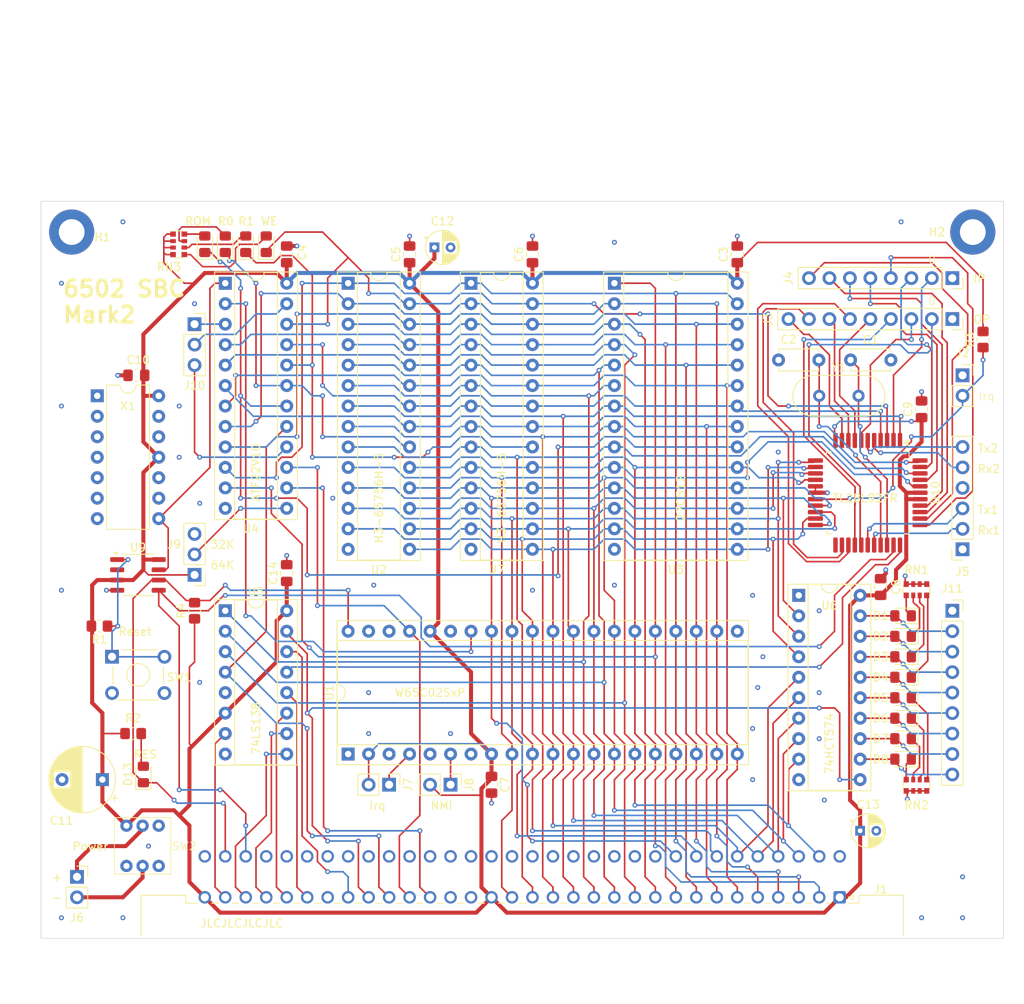
<source format=kicad_pcb>
(kicad_pcb (version 20221018) (generator pcbnew)
  (layers (0 "F.Cu" signal) (1 "In1.Cu" signal) (2 "In2.Cu" signal) (31 "B.Cu" signal) (34 "B.Paste" user) (35 "F.Paste" user) (36 "B.SilkS" user "B.Silkscreen") (37 "F.SilkS" user "F.Silkscreen") (38 "B.Mask" user) (39 "F.Mask" user) (44 "Edge.Cuts" user))
  (net 0 "")
  (net 1 "VCC")
  (net 2 "Net-(J6-Pin_1)")
  (net 4 "GND")
  (net 5 "Net-(J6-Pin_2)")
  (net 7 "Net-(D1-K)")
  (net 8 "Net-(D2-K)")
  (net 9 "Net-(D3-K)")
  (net 10 "Net-(D4-K)")
  (net 11 "Net-(D5-K)")
  (net 12 "Net-(D6-K)")
  (net 13 "Net-(D7-K)")
  (net 14 "Net-(D8-K)")
  (net 15 "Net-(D12-A)")
  (net 16 "Net-(D11-A)")
  (net 17 "Net-(D10-A)")
  (net 18 "Net-(D9-A)")
  (net 19 "Net-(U9-~{PB_RST})")
  (net 20 "/~{RES}")
  (net 21 "/~{IRQ_UART}")
  (net 22 "Net-(D13-A)")
  (net 24 "/RES")
  (net 25 "/CLOCK")
  (net 26 "/A3")
  (net 27 "/UART_IP0")
  (net 28 "/~{QWE_RAM}")
  (net 29 "/~{QOE}")
  (net 30 "/RX_D2")
  (net 31 "/TX_D2")
  (net 32 "/UART_OP1")
  (net 33 "/UART_OP3")
  (net 34 "/UART_OP5")
  (net 35 "/UART_OP7")
  (net 36 "/D1")
  (net 37 "/D3")
  (net 38 "/D5")
  (net 39 "/D7")
  (net 40 "/D6")
  (net 41 "/D4")
  (net 42 "/D2")
  (net 43 "/D0")
  (net 45 "/UART_OP6")
  (net 46 "/UART_OP4")
  (net 47 "/UART_OP2")
  (net 48 "/UART_OP0")
  (net 49 "/TX_D1")
  (net 50 "/RX_D1")
  (net 51 "/UART_X1")
  (net 52 "/UART_X2")
  (net 53 "/~{IOEN_02_UART}")
  (net 54 "/UART_IP2")
  (net 55 "/UART_IP6")
  (net 56 "/UART_IP5")
  (net 57 "/UART_IP4")
  (net 58 "/A0")
  (net 59 "/UART_IP3")
  (net 60 "/A1")
  (net 61 "/UART_IP1")
  (net 62 "/A2")
  (net 65 "/~{IRQ}")
  (net 67 "/~{NMI}")
  (net 69 "/A4")
  (net 70 "/A5")
  (net 71 "/A6")
  (net 72 "/A7")
  (net 73 "/A8")
  (net 74 "/A9")
  (net 75 "/A10")
  (net 76 "/A11")
  (net 77 "/A12")
  (net 78 "/A13")
  (net 79 "/A14")
  (net 80 "/A15")
  (net 81 "/R{slash}~{W}")
  (net 83 "/SYS_CLK")
  (net 86 "/~{CS_RAM0}")
  (net 87 "/~{CS_RAM1}")
  (net 88 "/~{CS_ROM}")
  (net 89 "/PLD_I1")
  (net 90 "Net-(J9-Pin_2)")
  (net 91 "/~{SYS_CLK}")
  (net 92 "/PLD_O7")
  (net 93 "/~{IO_SEL}")
  (net 94 "/PLD_O0")
  (net 95 "/~{IOEN_00_GPIO0}")
  (net 96 "/GPIO00_O7")
  (net 97 "/GPIO00_O6")
  (net 98 "/GPIO00_O5")
  (net 99 "/GPIO00_O4")
  (net 100 "/GPIO00_O3")
  (net 101 "/GPIO00_O2")
  (net 102 "/GPIO00_O1")
  (net 103 "/GPIO00_O0")
  (net 104 "/~{IOEN_07}")
  (net 105 "/~{IOEN_06}")
  (net 106 "/~{IOEN_05}")
  (net 107 "/~{IOEN_04}")
  (net 108 "/~{IOEN_03}")
  (net 109 "/~{IOEN_01}")
  (footprint "Connector_PinSocket_2.54mm:PinSocket_1x09_P2.54mm_Vertical" (layer "F.Cu") (at 130.81 66.04)
    (fp_text reference "J11")
    (fp_text value "Conn_01x09")
  )
  (footprint "Resistor_SMD:R_0805_2012Metric_Pad1.20x1.40mm_HandSolder" (layer "F.Cu") (at 134.62 32.385 90)
    (fp_text reference "R3")
    (fp_text value "10K")
  )
  (footprint "Package_DIP:DIP-14_W7.62mm" (layer "F.Cu") (at 24.765 39.37)
    (fp_text reference "X1")
    (fp_text value "ACO-14MHz")
  )
  (footprint "Package_QFP:MQFP-44_10x10mm_P0.8mm" (layer "F.Cu") (at 120.32 51.4 -90)
    (fp_text reference "U10")
    (fp_text value "TL28L92FR")
  )
  (footprint "LED_SMD:LED_0805_2012Metric_Pad1.15x1.40mm_HandSolder" (layer "F.Cu") (at 124.705 69.215 180)
    (fp_text reference "D2")
    (fp_text value "LED_Small")
  )
  (footprint "LED_SMD:LED_0805_2012Metric_Pad1.15x1.40mm_HandSolder" (layer "F.Cu") (at 30.48 86.36 90)
    (fp_text reference "D13")
    (fp_text value "LED_Small")
  )
  (footprint "Resistor_SMD:R_0805_2012Metric_Pad1.20x1.40mm_HandSolder" (layer "F.Cu") (at 36.83 66.04 90)
    (fp_text reference "R4")
    (fp_text value "10K")
  )
  (footprint "Package_DIP:DIP-16_W7.62mm_Socket" (layer "F.Cu") (at 40.64 66.04)
    (fp_text reference "U5")
    (fp_text value "74LS138")
  )
  (footprint "LED_SMD:LED_0805_2012Metric_Pad1.15x1.40mm_HandSolder" (layer "F.Cu") (at 124.705 81.915 180)
    (fp_text reference "D7")
    (fp_text value "LED_Small")
  )
  (footprint "MountingHole:MountingHole_3.2mm_M3_DIN965_Pad" (layer "F.Cu") (at 133.35 19.05)
    (fp_text reference "H2")
    (fp_text value "GND")
  )
  (footprint "LED_SMD:LED_0805_2012Metric_Pad1.15x1.40mm_HandSolder" (layer "F.Cu") (at 45.72 20.565 90)
    (fp_text reference "D12" hide)
    (fp_text value "LED_Small")
  )
  (footprint "Capacitor_SMD:C_0805_2012Metric_Pad1.18x1.45mm_HandSolder" (layer "F.Cu") (at 127 41.0425 90)
    (fp_text reference "C9")
    (fp_text value "100nF")
  )
  (footprint "LED_SMD:LED_0805_2012Metric_Pad1.15x1.40mm_HandSolder" (layer "F.Cu") (at 124.705 66.675 180)
    (fp_text reference "D1")
    (fp_text value "LED_Small")
  )
  (footprint "LED_SMD:LED_0805_2012Metric_Pad1.15x1.40mm_HandSolder" (layer "F.Cu") (at 124.705 71.755 180)
    (fp_text reference "D3")
    (fp_text value "LED_Small")
  )
  (footprint "Connector_PinSocket_2.54mm:PinSocket_1x08_P2.54mm_Vertical" (layer "F.Cu") (at 130.81 24.765 -90)
    (fp_text reference "J4")
    (fp_text value "Conn_01x08_Socket")
  )
  (footprint "Capacitor_SMD:C_0805_2012Metric_Pad1.18x1.45mm_HandSolder" (layer "F.Cu") (at 63.5 21.8225 90)
    (fp_text reference "C5")
    (fp_text value "100nF")
  )
  (footprint "Resistor_SMD:R_Array_Convex_4x0612" (layer "F.Cu") (at 34.86 20.575 180)
    (fp_text reference "RN3")
    (fp_text value "R_Pack04")
  )
  (footprint "Package_DIP:DIP-20_W7.62mm_Socket" (layer "F.Cu") (at 111.76 64.135)
    (fp_text reference "U6")
    (fp_text value "74HCT574")
  )
  (footprint "Capacitor_SMD:C_0805_2012Metric_Pad1.18x1.45mm_HandSolder" (layer "F.Cu") (at 121.92 63.0975 90)
    (fp_text reference "C8")
    (fp_text value "100nF")
  )
  (footprint "Connector_DIN:DIN41612_C_2x32_Male_Horizontal_THT" (layer "F.Cu") (at 116.84 101.6 180)
    (fp_text reference "J1")
    (fp_text value "DIN41612_02x32_AC")
  )
  (footprint "Resistor_SMD:R_0805_2012Metric_Pad1.20x1.40mm_HandSolder" (layer "F.Cu") (at 25.035 67.945 180)
    (fp_text reference "R1")
    (fp_text value "10K")
  )
  (footprint "Connector_PinHeader_2.54mm:PinHeader_1x02_P2.54mm_Vertical" (layer "F.Cu") (at 60.96 87.63 -90)
    (fp_text reference "J7")
    (fp_text value "Jmp_Irq")
  )
  (footprint "Connector_PinHeader_2.54mm:PinHeader_1x02_P2.54mm_Vertical" (layer "F.Cu") (at 68.58 87.63 -90)
    (fp_text reference "J8")
    (fp_text value "Jmp_NMI")
  )
  (footprint "Button_Switch_THT:SW_TH_Tactile_Omron_B3F-10xx" (layer "F.Cu") (at 26.595 71.755)
    (fp_text reference "SW1")
    (fp_text value "SW_Reset")
  )
  (footprint "Capacitor_THT:CP_Radial_D4.0mm_P2.00mm" (layer "F.Cu") (at 66.58 20.955)
    (fp_text reference "C12")
    (fp_text value "47uF")
  )
  (footprint "MountingHole:MountingHole_3.2mm_M3_DIN965_Pad" (layer "F.Cu") (at 21.59 19.05)
    (fp_text reference "H1")
    (fp_text value "GND")
  )
  (footprint "LED_SMD:LED_0805_2012Metric_Pad1.15x1.40mm_HandSolder" (layer "F.Cu") (at 124.705 79.375 180)
    (fp_text reference "D6")
    (fp_text value "LED_Small")
  )
  (footprint "LED_SMD:LED_0805_2012Metric_Pad1.15x1.40mm_HandSolder" (layer "F.Cu") (at 124.705 76.835 180)
    (fp_text reference "D5")
    (fp_text value "LED_Small")
  )
  (footprint "Capacitor_SMD:C_0805_2012Metric_Pad1.18x1.45mm_HandSolder" (layer "F.Cu") (at 48.26 61.3625 90)
    (fp_text reference "C14")
    (fp_text value "100nF")
  )
  (footprint "Connector_PinSocket_2.54mm:PinSocket_1x06_P2.54mm_Vertical" (layer "F.Cu") (at 132.08 58.42 180)
    (fp_text reference "J5")
    (fp_text value "UART")
  )
  (footprint "Connector_PinHeader_2.54mm:PinHeader_1x03_P2.54mm_Vertical" (layer "F.Cu") (at 36.83 61.595 180)
    (fp_text reference "J9")
    (fp_text value "Ram1 Enable")
  )
  (footprint "Resistor_SMD:R_0805_2012Metric_Pad1.20x1.40mm_HandSolder" (layer "F.Cu") (at 29.21 81.28 180)
    (fp_text reference "R2")
    (fp_text value "10K")
  )
  (footprint "LED_SMD:LED_0805_2012Metric_Pad1.15x1.40mm_HandSolder" (layer "F.Cu") (at 40.64 20.565 90)
    (fp_text reference "D10" hide)
    (fp_text value "LED_Small")
  )
  (footprint "Package_DIP:DIP-40_W15.24mm_Socket" (layer "F.Cu") (at 55.88 83.82 90)
    (fp_text reference "U1")
    (fp_text value "W65C02SxP")
  )
  (footprint "Capacitor_THT:CP_Radial_D4.0mm_P2.00mm" (layer "F.Cu") (at 119.38 93.345)
    (fp_text reference "C13")
    (fp_text value "47uF")
  )
  (footprint "Capacitor_SMD:C_0805_2012Metric_Pad1.18x1.45mm_HandSolder" (layer "F.Cu") (at 73.66 87.63 -90)
    (fp_text reference "C7")
    (fp_text value "100nF")
  )
  (footprint "LED_SMD:LED_0805_2012Metric_Pad1.15x1.40mm_HandSolder" (layer "F.Cu") (at 124.705 74.295 180)
    (fp_text reference "D4")
    (fp_text value "LED_Small")
  )
  (footprint "Capacitor_SMD:C_0805_2012Metric_Pad1.18x1.45mm_HandSolder" (layer "F.Cu") (at 29.6125 36.83 180)
    (fp_text reference "C10")
    (fp_text value "100nF")
  )
  (footprint "Package_SO:SO-8_3.9x4.9mm_P1.27mm" (layer "F.Cu") (at 29.81 61.595)
    (fp_text reference "U9")
    (fp_text value "MAX1232")
  )
  (footprint "Package_DIP:DIP-28_W7.62mm_Socket" (layer "F.Cu") (at 55.88 25.4)
    (fp_text reference "U2")
    (fp_text value "H3-65756H-5")
  )
  (footprint "Capacitor_SMD:C_0805_2012Metric_Pad1.18x1.45mm_HandSolder" (layer "F.Cu") (at 78.74 21.8225 90)
    (fp_text reference "C6")
    (fp_text value "100nF")
  )
  (footprint "LED_SMD:LED_0805_2012Metric_Pad1.15x1.40mm_HandSolder" (layer "F.Cu") (at 38.1 20.565 90)
    (fp_text reference "D9" hide)
    (fp_text value "LED_Small")
  )
  (footprint "Connector_PinSocket_2.54mm:PinSocket_1x03_P2.54mm_Vertical" (layer "F.Cu") (at 36.83 30.48)
    (fp_text reference "J10")
    (fp_text value "PLD_aux")
  )
  (footprint "Capacitor_SMD:C_0805_2012Metric_Pad1.18x1.45mm_HandSolder" (layer "F.Cu") (at 104.14 21.8225 90)
    (fp_text reference "C3")
    (fp_text value "100nF")
  )
  (footprint "Package_DIP:DIP-24_W7.62mm_Socket" (layer "F.Cu") (at 40.64 25.4)
    (fp_text reference "U4")
    (fp_text value "ATF22V10")
  )
  (footprint "Capacitor_THT:C_Disc_D4.7mm_W2.5mm_P5.00mm" (layer "F.Cu") (at 114.26 34.925 180)
    (fp_text reference "C2")
    (fp_text value "100nF")
  )
  (footprint "Capacitor_SMD:C_0805_2012Metric_Pad1.18x1.45mm_HandSolder" (layer "F.Cu") (at 48.26 21.8225 90)
    (fp_text reference "C4")
    (fp_text value "100nF")
  )
  (footprint "sim82:7x7DPDT" (layer "F.Cu") (at 30.385 95.21)
    (fp_text reference "SW2")
    (fp_text value "SW_PWR")
  )
  (footprint "Capacitor_THT:C_Disc_D4.7mm_W2.5mm_P5.00mm" (layer "F.Cu") (at 118.19 34.925)
    (fp_text reference "C1")
    (fp_text value "100nF")
  )
  (footprint "Connector_PinSocket_2.54mm:PinSocket_1x09_P2.54mm_Vertical" (layer "F.Cu") (at 130.81 29.845 -90)
    (fp_text reference "J3")
    (fp_text value "Conn_01x09_Socket")
  )
  (footprint "Package_DIP:DIP-28_W15.24mm_Socket" (layer "F.Cu") (at 88.9 25.4)
    (fp_text reference "U3")
    (fp_text value "27C512")
  )
  (footprint "LED_SMD:LED_0805_2012Metric_Pad1.15x1.40mm_HandSolder" (layer "F.Cu") (at 43.18 20.565 90)
    (fp_text reference "D11" hide)
    (fp_text value "LED_Small")
  )
  (footprint "Connector_PinSocket_2.54mm:PinSocket_1x02_P2.54mm_Vertical" (layer "F.Cu") (at 132.08 36.83)
    (fp_text reference "J2")
    (fp_text value "Jmp_UART_Irq")
  )
  (footprint "Crystal:Crystal_HC49-4H_Vertical" (layer "F.Cu") (at 114.3 39.37)
    (fp_text reference "Y1")
    (fp_text value "Crystal 3.6864MHz")
  )
  (footprint "Resistor_SMD:R_Array_Convex_4x0612" (layer "F.Cu") (at 126.365 87.695 -90)
    (fp_text reference "RN2")
    (fp_text value "R_Pack04")
  )
  (footprint "Connector_PinSocket_2.54mm:PinSocket_1x02_P2.54mm_Vertical" (layer "F.Cu") (at 22.25 99.06)
    (fp_text reference "J6")
    (fp_text value "Conn_01x02_Socket")
  )
  (footprint "Resistor_SMD:R_Array_Convex_4x0612" (layer "F.Cu") (at 126.365 63.435 90)
    (fp_text reference "RN1")
    (fp_text value "R_Pack04")
  )
  (footprint "Capacitor_THT:CP_Radial_D8.0mm_P5.00mm" (layer "F.Cu") (at 25.4 86.995 180)
    (fp_text reference "C11")
    (fp_text value "680uF")
  )
  (footprint "Package_DIP:DIP-28_W7.62mm_Socket" (layer "F.Cu") (at 71.12 25.4)
    (fp_text reference "U7")
    (fp_text value "H3-65756H-5")
  )
  (footprint "LED_SMD:LED_0805_2012Metric_Pad1.15x1.40mm_HandSolder" (layer "F.Cu") (at 124.705 84.455 180)
    (fp_text reference "D8")
    (fp_text value "LED_Small")
  )
  (gr_rect (start 17.78 15.24) (end 137.16 106.68) (stroke (width 0.05)) (fill none) (layer "Edge.Cuts"))
  (gr_rect (start 17.78 15.24) (end 137.16 106.68) (stroke (width 0.05)) (fill none) (layer "Edge.Cuts"))
  (gr_text "32K" (at 38.735 58.42) (layer "F.SilkS") (effects (font (size 1 1)) (justify left bottom)))
  (gr_text "OP" (at 133.35 30.48) (layer "F.SilkS") (effects (font (size 1 1)) (justify left bottom)))
  (gr_text "Irq" (at 133.985 40.005) (layer "F.SilkS") (effects (font (size 1 1) (thickness 0.1)) (justify left bottom)))
  (gr_text "0" (at 127.762 28.194) (layer "F.SilkS") (effects (font (size 1 1) (thickness 0.1)) (justify left bottom)))
  (gr_text "Rx1" (at 133.858 56.642) (layer "F.SilkS") (effects (font (size 1 1)) (justify left bottom)))
  (gr_text "0" (at 127.762 23.114) (layer "F.SilkS") (effects (font (size 1 1) (thickness 0.1)) (justify left bottom)))
  (gr_text "IP" (at 133.35 25.4) (layer "F.SilkS") (effects (font (size 1 1)) (justify left bottom)))
  (gr_text "ROM" (at 35.56 18.288) (layer "F.SilkS") (effects (font (size 1 1)) (justify left bottom)))
  (gr_text "64K" (at 38.735 60.96) (layer "F.SilkS") (effects (font (size 1 1)) (justify left bottom)))
  (gr_text "Tx1" (at 133.858 54.102) (layer "F.SilkS") (effects (font (size 1 1)) (justify left bottom)))
  (gr_text "Irq" (at 58.42 90.805) (layer "F.SilkS") (effects (font (size 1 1)) (justify left bottom)))
  (gr_text "Reset" (at 27.305 69.215) (layer "F.SilkS") (effects (font (size 1 1)) (justify left bottom)))
  (gr_text "Rx2" (at 133.858 49.022) (layer "F.SilkS") (effects (font (size 1 1)) (justify left bottom)))
  (gr_text "JLCJLCJLCJLC" (at 37.465 105.41) (layer "F.SilkS") (effects (font (size 1 1)) (justify left bottom)))
  (gr_text "Power" (at 21.59 95.885) (layer "F.SilkS") (effects (font (size 1 1)) (justify left bottom)))
  (gr_text "WE" (at 44.958 18.288) (layer "F.SilkS") (effects (font (size 1 1)) (justify left bottom)))
  (gr_text "-" (at 19.05 102.235) (layer "F.SilkS") (effects (font (size 1 1)) (justify left bottom)))
  (gr_text "RES" (at 29.21 84.455) (layer "F.SilkS") (effects (font (size 1 1)) (justify left bottom)))
  (gr_text "R0" (at 39.624 18.288) (layer "F.SilkS") (effects (font (size 1 1)) (justify left bottom)))
  (gr_text "6502 SBC\nMark2" (at 20.32 30.48) (layer "F.SilkS") (effects (font (size 2 2) (thickness 0.4) bold) (justify left bottom)))
  (gr_text "Tx2" (at 133.858 46.482) (layer "F.SilkS") (effects (font (size 1 1)) (justify left bottom)))
  (gr_text "R1" (at 42.164 18.288) (layer "F.SilkS") (effects (font (size 1 1)) (justify left bottom)))
  (gr_text "+" (at 19.05 99.695) (layer "F.SilkS") (effects (font (size 1 1)) (justify left bottom)))
  (gr_text "NMI" (at 66.04 90.805) (layer "F.SilkS") (effects (font (size 1 1)) (justify left bottom)))
  (segment (start 66.58 20.955) (end 66.58 22.32) (width 0.5) (layer "F.Cu") (net 1))
  (segment (start 73.66 83.82) (end 71.12 81.28) (width 0.5) (layer "F.Cu") (net 1))
  (segment (start 32.385 46.99) (end 30.48 48.895) (width 0.5) (layer "F.Cu") (net 1))
  (segment (start 33.02 21.59) (end 33.02 20.955) (width 0.2) (layer "F.Cu") (net 1))
  (segment (start 119.38 90.805) (end 118.13 89.555) (width 0.5) (layer "F.Cu") (net 1))
  (segment (start 124.305563 50.575563) (end 124.305563 47.353776) (width 0.5) (layer "F.Cu") (net 1))
  (segment (start 32.385 46.99) (end 30.48 45.085) (width 0.5) (layer "F.Cu") (net 1))
  (segment (start 33.02 22.86) (end 35.56 25.4) (width 0.2) (layer "F.Cu") (net 1))
  (segment (start 30.48 31.75) (end 36.83 25.4) (width 0.5) (layer "F.Cu") (net 1))
  (segment (start 33.02 20.955) (end 33.02 20.32) (width 0.2) (layer "F.Cu") (net 1))
  (segment (start 72.41 100.35) (end 72.41 88.285) (width 0.5) (layer "F.Cu") (net 1))
  (segment (start 29.21 62.23) (end 27.235 62.23) (width 0.5) (layer "F.Cu") (net 1))
  (segment (start 24.13 62.865) (end 24.13 77.47) (width 0.5) (layer "F.Cu") (net 1))
  (segment (start 25.4 78.74) (end 25.4 81.28) (width 0.5) (layer "F.Cu") (net 1))
  (segment (start 116.205 43.18) (end 116.205 44.7975) (width 0.2) (layer "F.Cu") (net 1))
  (segment (start 47.01 72.37) (end 47.01 67.29) (width 0.5) (layer "F.Cu") (net 1))
  (segment (start 121.92 64.135) (end 123.825 62.23) (width 0.5) (layer "F.Cu") (net 1))
  (segment (start 25.4 81.28) (end 25.4 89.725) (width 0.5) (layer "F.Cu") (net 1))
  (segment (start 106.66 20.34) (end 104.14 22.86) (width 0.2) (layer "F.Cu") (net 1))
  (segment (start 33.02 21.59) (end 33.275 21.845) (width 0.2) (layer "F.Cu") (net 1))
  (segment (start 33.02 20.955) (end 33.04 20.975) (width 0.2) (layer "F.Cu") (net 1))
  (segment (start 35.56 25.4) (end 36.83 25.4) (width 0.2) (layer "F.Cu") (net 1))
  (segment (start 58.42 83.82) (end 58.42 87.63) (width 0.2) (layer "F.Cu") (net 1))
  (segment (start 33.4 19.305) (end 33.02 19.685) (width 0.2) (layer "F.Cu") (net 1))
  (segment (start 67.34 88.93) (end 72.38 88.93) (width 0.2) (layer "F.Cu") (net 1))
  (segment (start 73.66 101.6) (end 75.565 103.505) (width 0.5) (layer "F.Cu") (net 1))
  (segment (start 27.235 62.23) (end 24.765 62.23) (width 0.5) (layer "F.Cu") (net 1))
  (segment (start 30.48 60.96) (end 29.21 62.23) (width 0.5) (layer "F.Cu") (net 1))
  (segment (start 116.84 101.6) (end 117.614999 101.6) (width 0.5) (layer "F.Cu") (net 1))
  (segment (start 47.01 67.29) (end 48.26 66.04) (width 0.5) (layer "F.Cu") (net 1))
  (segment (start 71.12 73.66) (end 66.04 68.58) (width 0.5) (layer "F.Cu") (net 1))
  (segment (start 36.195 90.17) (end 36.195 83.185) (width 0.5) (layer "F.Cu") (net 1))
  (segment (start 126.8075 52.2) (end 125.225 52.2) (width 0.5) (layer "F.Cu") (net 1))
  (segment (start 78.74 22.86) (end 78.74 25.4) (width 0.5) (layer "F.Cu") (net 1))
  (segment (start 30.29 90.805) (end 34.29 90.805) (width 0.5) (layer "F.Cu") (net 1))
  (segment (start 114.935 103.505) (end 116.84 101.6) (width 0.5) (layer "F.Cu") (net 1))
  (segment (start 124.305563 47.353776) (end 124.784339 46.875) (width 0.5) (layer "F.Cu") (net 1))
  (segment (start 66.58 22.32) (end 63.5 25.4) (width 0.5) (layer "F.Cu") (net 1))
  (segment (start 123.825 60.96) (end 125.095 59.69) (width 0.5) (layer "F.Cu") (net 1))
  (segment (start 33.275 21.845) (end 34.16 21.845) (width 0.2) (layer "F.Cu") (net 1))
  (segment (start 28.385 92.71) (end 30.29 90.805) (width 0.5) (layer "F.Cu") (net 1))
  (segment (start 30.48 48.895) (end 30.48 59.69) (width 0.5) (layer "F.Cu") (net 1))
  (segment (start 30.48 45.085) (end 30.48 38.1) (width 0.5) (layer "F.Cu") (net 1))
  (segment (start 71.755 103.505) (end 73.66 101.6) (width 0.5) (layer "F.Cu") (net 1))
  (segment (start 40.005 103.505) (end 71.755 103.505) (width 0.5) (layer "F.Cu") (net 1))
  (segment (start 36.195 99.695) (end 36.195 92.71) (width 0.5) (layer "F.Cu") (net 1))
  (segment (start 124.784339 46.875) (end 125.21 46.875) (width 0.5) (layer "F.Cu") (net 1))
  (segment (start 33.02 20.32) (end 33.165 20.175) (width 0.2) (layer "F.Cu") (net 1))
  (segment (start 30.48 59.69) (end 30.48 60.96) (width 0.5) (layer "F.Cu") (net 1))
  (segment (start 36.83 72.39) (end 36.195 73.025) (width 0.2) (layer "F.Cu") (net 1))
  (segment (start 119.38 64.135) (end 121.92 64.135) (width 0.5) (layer "F.Cu") (net 1))
  (segment (start 34.925 91.44) (end 36.195 90.17) (width 0.5) (layer "F.Cu") (net 1))
  (segment (start 33.165 20.175) (end 34.16 20.175) (width 0.2) (layer "F.Cu") (net 1))
  (segment (start 66.04 87.63) (end 67.34 88.93) (width 0.2) (layer "F.Cu") (net 1))
  (segment (start 125.13 51.4) (end 124.305563 50.575563) (width 0.5) (layer "F.Cu") (net 1))
  (segment (start 73.66 101.6) (end 72.41 100.35) (width 0.5) (layer "F.Cu") (net 1))
  (segment (start 125.21 46.875) (end 127 45.085) (width 0.5) (layer "F.Cu") (net 1))
  (segment (start 33.02 20.32) (end 33.02 19.685) (width 0.2) (layer "F.Cu") (net 1))
  (segment (start 36.195 83.185) (end 36.5125 82.8675) (width 0.5) (layer "F.Cu") (net 1))
  (segment (start 72.38 88.93) (end 72.41 88.9) (width 0.5) (layer "F.Cu") (net 1))
  (segment (start 116.205 44.7975) (end 116.32 44.9125) (width 0.2) (layer "F.Cu") (net 1))
  (segment (start 40.64 78.74) (end 47.01 72.37) (width 0.5) (layer "F.Cu") (net 1))
  (segment (start 36.83 72.39) (end 36.83 67.04) (width 0.2) (layer "F.Cu") (net 1))
  (segment (start 125.73 42.545) (end 126.535 42.545) (width 0.2) (layer "F.Cu") (net 1))
  (segment (start 118.13 65.385) (end 119.38 64.135) (width 0.5) (layer "F.Cu") (net 1))
  (segment (start 38.1 24.13) (end 46.99 24.13) (width 0.5) (layer "F.Cu") (net 1))
  (segment (start 134.62 31.385) (end 134.62 24.916195) (width 0.2) (layer "F.Cu") (net 1))
  (segment (start 36.195 73.025) (end 36.195 82.55) (width 0.2) (layer "F.Cu") (net 1))
  (segment (start 125.095 51.435) (end 125.095 52.07) (width 0.5) (layer "F.Cu") (net 1))
  (segment (start 24.13 77.47) (end 25.4 78.74) (width 0.5) (layer "F.Cu") (net 1))
  (segment (start 67.056 28.956) (end 67.056 67.564) (width 0.5) (layer "F.Cu") (net 1))
  (segment (start 63.5 22.86) (end 63.5 25.4) (width 0.5) (layer "F.Cu") (net 1))
  (segment (start 123.825 62.23) (end 123.825 60.96) (width 0.5) (layer "F.Cu") (net 1))
  (segment (start 72.41 88.9) (end 72.41 88.285) (width 0.5) (layer "F.Cu") (net 1))
  (segment (start 36.195 82.55) (end 36.5125 82.8675) (width 0.2) (layer "F.Cu") (net 1))
  (segment (start 28.385 92.71) (end 28.385 93.155) (width 0.5) (layer "F.Cu") (net 1))
  (segment (start 71.12 81.28) (end 71.12 73.66) (width 0.5) (layer "F.Cu") (net 1))
  (segment (start 34.16 19.305) (end 33.4 19.305) (width 0.2) (layer "F.Cu") (net 1))
  (segment (start 36.195 92.71) (end 34.925 91.44) (width 0.5) (layer "F.Cu") (net 1))
  (segment (start 134.62 24.916195) (end 130.043805 20.34) (width 0.2) (layer "F.Cu") (net 1))
  (segment (start 38.1 101.6) (end 40.005 103.505) (width 0.5) (layer "F.Cu") (net 1))
  (segment (start 75.565 103.505) (end 114.935 103.505) (width 0.5) (layer "F.Cu") (net 1))
  (segment (start 40.64 78.996878) (end 40.64 78.74) (width 0.5) (layer "F.Cu") (net 1))
  (segment (start 104.14 25.4) (end 104.14 22.86) (width 0.5) (layer "F.Cu") (net 1))
  (segment (start 126.8075 51.4) (end 125.13 51.4) (width 0.5) (layer "F.Cu") (net 1))
  (segment (start 125.225 52.2) (end 125.095 52.07) (width 0.5) (layer "F.Cu") (net 1))
  (segment (start 24.765 62.23) (end 24.13 62.865) (width 0.5) (layer "F.Cu") (net 1))
  (segment (start 36.83 61.595) (end 31.115 61.595) (width 0.2) (layer "F.Cu") (net 1))
  (segment (start 126.535 42.545) (end 127 42.08) (width 0.2) (layer "F.Cu") (net 1))
  (segment (start 67.056 67.564) (end 66.04 68.58) (width 0.5) (layer "F.Cu") (net 1))
  (segment (start 127 45.085) (end 127 42.545) (width 0.5) (layer "F.Cu") (net 1))
  (segment (start 34.29 90.805) (end 34.925 91.44) (width 0.5) (layer "F.Cu") (net 1))
  (segment (start 31.115 61.595) (end 30.48 60.96) (width 0.2) (layer "F.Cu") (net 1))
  (segment (start 30.48 39.37) (end 32.385 39.37) (width 0.5) (layer "F.Cu") (net 1))
  (segment (start 48.26 62.4) (end 48.26 66.04) (width 0.5) (layer "F.Cu") (net 1))
  (segment (start 72.41 88.108122) (end 73.66 86.858122) (width 0.5) (layer "F.Cu") (net 1))
  (segment (start 48.26 25.4) (end 48.26 22.86) (width 0.5) (layer "F.Cu") (net 1))
  (segment (start 38.1 101.6) (end 36.195 99.695) (width 0.5) (layer "F.Cu") (net 1))
  (segment (start 32.385 59.69) (end 30.48 59.69) (width 0.5) (layer "F.Cu") (net 1))
  (segment (start 63.5 25.4) (end 67.056 28.956) (width 0.5) (layer "F.Cu") (net 1))
  (segment (start 36.5125 82.8675) (end 40.64 78.74) (width 0.5) (layer "F.Cu") (net 1))
  (segment (start 30.48 38.1) (end 30.48 31.75) (width 0.5) (layer "F.Cu") (net 1))
  (segment (start 30.48 38.1) (end 30.48 39.37) (width 0.5) (layer "F.Cu") (net 1))
  (segment (start 72.41 88.285) (end 72.41 88.108122) (width 0.5) (layer "F.Cu") (net 1))
  (segment (start 33.04 20.975) (end 34.16 20.975) (width 0.2) (layer "F.Cu") (net 1))
  (segment (start 28.21 81.28) (end 25.4 81.28) (width 0.2) (layer "F.Cu") (net 1))
  (segment (start 33.02 22.86) (end 33.02 21.59) (width 0.2) (layer "F.Cu") (net 1))
  (segment (start 117.614999 101.6) (end 119.38 99.834999) (width 0.5) (layer "F.Cu") (net 1))
  (segment (start 73.66 86.858122) (end 73.66 83.82) (width 0.5) (layer "F.Cu") (net 1))
  (segment (start 125.095 59.69) (end 125.095 52.07) (width 0.5) (layer "F.Cu") (net 1))
  (segment (start 119.38 99.834999) (end 119.38 90.805) (width 0.5) (layer "F.Cu") (net 1))
  (segment (start 125.13 51.4) (end 125.095 51.435) (width 0.5) (layer "F.Cu") (net 1))
  (segment (start 46.99 24.13) (end 48.26 25.4) (width 0.5) (layer "F.Cu") (net 1))
  (segment (start 130.043805 20.34) (end 106.66 20.34) (width 0.2) (layer "F.Cu") (net 1))
  (segment (start 36.83 25.4) (end 38.1 24.13) (width 0.5) (layer "F.Cu") (net 1))
  (segment (start 118.13 89.555) (end 118.13 65.385) (width 0.5) (layer "F.Cu") (net 1))
  (segment (start 25.4 89.725) (end 28.385 92.71) (width 0.5) (layer "F.Cu") (net 1))
  (via (at 125.73 42.545) (size 0.6) (drill 0.3) (layers "F.Cu" "B.Cu") (net 1))
  (via (at 116.205 43.18) (size 0.6) (drill 0.3) (layers "F.Cu" "B.Cu") (net 1))
  (segment (start 62.23 24.13) (end 63.5 25.4) (width 0.5) (layer "B.Cu") (net 1))
  (segment (start 58.42 83.82) (end 59.69 82.55) (width 0.2) (layer "B.Cu") (net 1))
  (segment (start 59.69 82.55) (end 72.39 82.55) (width 0.2) (layer "B.Cu") (net 1))
  (segment (start 116.84 42.545) (end 125.73 42.545) (width 0.2) (layer "B.Cu") (net 1))
  (segment (start 102.87 24.13) (end 104.14 25.4) (width 0.5) (layer "B.Cu") (net 1))
  (segment (start 64.77 24.13) (end 77.47 24.13) (width 0.5) (layer "B.Cu") (net 1))
  (segment (start 104.1 25.36) (end 104.14 25.4) (width 0.5) (layer "B.Cu") (net 1))
  (segment (start 49.53 24.13) (end 62.23 24.13) (width 0.5) (layer "B.Cu") (net 1))
  (segment (start 80.01 24.13) (end 102.87 24.13) (width 0.5) (layer "B.Cu") (net 1))
  (segment (start 77.47 24.13) (end 78.74 25.4) (width 0.5) (layer "B.Cu") (net 1))
  (segment (start 48.26 25.4) (end 49.53 24.13) (width 0.5) (layer "B.Cu") (net 1))
  (segment (start 78.74 25.4) (end 80.01 24.13) (width 0.5) (layer "B.Cu") (net 1))
  (segment (start 72.39 82.55) (end 73.66 83.82) (width 0.2) (layer "B.Cu") (net 1))
  (segment (start 116.205 43.18) (end 116.84 42.545) (width 0.2) (layer "B.Cu") (net 1))
  (segment (start 63.5 25.4) (end 64.77 24.13) (width 0.5) (layer "B.Cu") (net 1))
  (segment (start 24.13 95.25) (end 28.29 95.25) (width 0.5) (layer "F.Cu") (net 2))
  (segment (start 22.25 97.13) (end 24.13 95.25) (width 0.5) (layer "F.Cu") (net 2))
  (segment (start 22.25 99.06) (end 22.25 97.13) (width 0.5) (layer "F.Cu") (net 2))
  (segment (start 28.29 95.25) (end 30.385 93.155) (width 0.5) (layer "F.Cu") (net 2))
  (segment (start 78.74 19.558) (end 78.74 20.785) (width 0.2) (layer "F.Cu") (net 4))
  (segment (start 115.316 51.4) (end 114.62 51.4) (width 0.5) (layer "F.Cu") (net 4))
  (segment (start 127 38.862) (end 127 40.005) (width 0.2) (layer "F.Cu") (net 4))
  (segment (start 125.222 89.408) (end 125.222 88.522) (width 0.2) (layer "F.Cu") (net 4))
  (segment (start 125.965 88.395) (end 126.765 88.395) (width 0.2) (layer "F.Cu") (net 4))
  (segment (start 125.965 62.735) (end 126.765 62.735) (width 0.2) (layer "F.Cu") (net 4))
  (segment (start 113.8325 51.4) (end 113.8325 50.6) (width 0.2) (layer "F.Cu") (net 4))
  (segment (start 104.14 19.558) (end 104.14 20.785) (width 0.2) (layer "F.Cu") (net 4))
  (segment (start 25.908 63.5) (end 27.235 63.5) (width 0.2) (layer "F.Cu") (net 4))
  (segment (start 73.66 89.916) (end 73.66 88.6675) (width 0.2) (layer "F.Cu") (net 4))
  (segment (start 126.765 62.735) (end 127.635 62.735) (width 0.2) (layer "F.Cu") (net 4))
  (segment (start 124.968 61.722) (end 124.968 62.608) (width 0.2) (layer "F.Cu") (net 4))
  (segment (start 49.53 20.785) (end 48.26 20.785) (width 0.5) (layer "F.Cu") (net 4))
  (segment (start 125.222 88.522) (end 125.095 88.395) (width 0.2) (layer "F.Cu") (net 4))
  (segment (start 122.555 61.425) (end 121.92 62.06) (width 0.5) (layer "F.Cu") (net 4))
  (segment (start 28.575 36.83) (end 27.305 36.83) (width 0.5) (layer "F.Cu") (net 4))
  (segment (start 126.765 88.395) (end 127.635 88.395) (width 0.2) (layer "F.Cu") (net 4))
  (segment (start 125.095 88.395) (end 125.965 88.395) (width 0.2) (layer "F.Cu") (net 4))
  (segment (start 122.555 60.96) (end 122.555 61.425) (width 0.5) (layer "F.Cu") (net 4))
  (segment (start 124.968 62.608) (end 125.095 62.735) (width 0.2) (layer "F.Cu") (net 4))
  (segment (start 125.095 62.735) (end 125.965 62.735) (width 0.2) (layer "F.Cu") (net 4))
  (segment (start 48.26 59.182) (end 48.26 60.325) (width 0.2) (layer "F.Cu") (net 4))
  (segment (start 63.5 19.558) (end 63.5 20.785) (width 0.2) (layer "F.Cu") (net 4))
  (via (at 124.46 17.78) (size 0.6) (drill 0.3) (layers "F.Cu" "B.Cu") (net 4))
  (via (at 53.975 52.07) (size 0.6) (drill 0.3) (layers "F.Cu" "B.Cu") (net 4))
  (via (at 20.32 63.5) (size 0.6) (drill 0.3) (layers "F.Cu" "B.Cu") (net 4))
  (via (at 59.055 62.865) (size 0.6) (drill 0.3) (layers "F.Cu" "B.Cu") (net 4))
  (via (at 114.3 81.915) (size 0.6) (drill 0.3) (layers "F.Cu" "B.Cu") (net 4))
  (via (at 68.58 81.28) (size 0.6) (drill 0.3) (layers "F.Cu" "B.Cu") (net 4))
  (via (at 78.74 63.5) (size 0.6) (drill 0.3) (layers "F.Cu" "B.Cu") (net 4))
  (via (at 34.925 46.99) (size 0.6) (drill 0.3) (layers "F.Cu" "B.Cu") (net 4))
  (via (at 114.3 66.04) (size 0.6) (drill 0.3) (layers "F.Cu" "B.Cu") (net 4))
  (via (at 127 38.862) (size 0.6) (drill 0.3) (layers "F.Cu" "B.Cu") (net 4))
  (via (at 106.045 86.995) (size 0.6) (drill 0.3) (layers "F.Cu" "B.Cu") (net 4))
  (via (at 78.74 19.558) (size 0.6) (drill 0.3) (layers "F.Cu" "B.Cu") (net 4))
  (via (at 106.045 64.135) (size 0.6) (drill 0.3) (layers "F.Cu" "B.Cu") (net 4))
  (via (at 20.32 40.64) (size 0.6) (drill 0.3) (layers "F.Cu" "B.Cu") (net 4))
  (via (at 37.465 74.93) (size 0.6) (drill 0.3) (layers "F.Cu" "B.Cu") (net 4))
  (via (at 104.14 19.558) (size 0.6) (drill 0.3) (layers "F.Cu" "B.Cu") (net 4))
  (via (at 114.3 76.2) (size 0.6) (drill 0.3) (layers "F.Cu" "B.Cu") (net 4))
  (via (at 58.42 81.28) (size 0.6) (drill 0.3) (layers "F.Cu" "B.Cu") (net 4))
  (via (at 37.465 52.705) (size 0.6) (drill 0.3) (layers "F.Cu" "B.Cu") (net 4))
  (via (at 125.222 89.408) (size 0.6) (drill 0.3) (layers "F.Cu" "B.Cu") (net 4))
  (via (at 132.08 99.06) (size 0.6) (drill 0.3) (layers "F.Cu" "B.Cu") (net 4))
  (via (at 127 104.14) (size 0.6) (drill 0.3) (layers "F.Cu" "B.Cu") (net 4))
  (via (at 88.9 62.865) (size 0.6) (drill 0.3) (layers "F.Cu" "B.Cu") (net 4))
  (via (at 114.935 89.535) (size 0.6) (drill 0.3) (layers "F.Cu" "B.Cu") (net 4))
  (via (at 27.94 17.78) (size 0.6) (drill 0.3) (layers "F.Cu" "B.Cu") (net 4))
  (via (at 106.045 80.645) (size 0.6) (drill 0.3) (layers "F.Cu" "B.Cu") (net 4))
  (via (at 132.08 104.14) (size 0.6) (drill 0.3) (layers "F.Cu" "B.Cu") (net 4))
  (via (at 115.316 51.4) (size 0.6) (drill 0.3) (layers "F.Cu" "B.Cu") (net 4))
  (via (at 124.968 61.722) (size 0.6) (drill 0.3) (layers "F.Cu" "B.Cu") (net 4))
  (via (at 107.315 71.755) (size 0.6) (drill 0.3) (layers "F.Cu" "B.Cu") (net 4))
  (via (at 48.26 59.182) (size 0.6) (drill 0.3) (layers "F.Cu" "B.Cu") (net 4))
  (via (at 34.925 40.64) (size 0.6) (drill 0.3) (layers "F.Cu" "B.Cu") (net 4))
  (via (at 27.305 36.83) (size 0.6) (drill 0.3) (layers "F.Cu" "B.Cu") (net 4))
  (via (at 88.9 20.32) (size 0.6) (drill 0.3) (layers "F.Cu" "B.Cu") (net 4))
  (via (at 31.115 95.25) (size 0.6) (drill 0.3) (layers "F.Cu" "B.Cu") (net 4))
  (via (at 58.42 76.2) (size 0.6) (drill 0.3) (layers "F.Cu" "B.Cu") (net 4))
  (via (at 109.22 46.355) (size 0.6) (drill 0.3) (layers "F.Cu" "B.Cu") (net 4))
  (via (at 27.94 104.14) (size 0.6) (drill 0.3) (layers "F.Cu" "B.Cu") (net 4))
  (via (at 20.32 25.4) (size 0.6) (drill 0.3) (layers "F.Cu" "B.Cu") (net 4))
  (via (at 49.53 20.785) (size 0.6) (drill 0.3) (layers "F.Cu" "B.Cu") (net 4))
  (via (at 73.66 89.916) (size 0.6) (drill 0.3) (layers "F.Cu" "B.Cu") (net 4))
  (via (at 63.5 19.558) (size 0.6) (drill 0.3) (layers "F.Cu" "B.Cu") (net 4))
  (via (at 122.555 60.96) (size 0.6) (drill 0.3) (layers "F.Cu" "B.Cu") (net 4))
  (via (at 25.908 63.5) (size 0.6) (drill 0.3) (layers "F.Cu" "B.Cu") (net 4))
  (via (at 36.83 27.94) (size 0.6) (drill 0.3) (layers "F.Cu" "B.Cu") (net 4))
  (via (at 106.68 75.565) (size 0.6) (drill 0.3) (layers "F.Cu" "B.Cu") (net 4))
  (via (at 20.32 104.14) (size 0.6) (drill 0.3) (layers "F.Cu" "B.Cu") (net 4))
  (segment (start 30.385 99.155) (end 30.385 97.71) (width 0.5) (layer "F.Cu") (net 5))
  (segment (start 22.25 101.6) (end 27.94 101.6) (width 0.5) (layer "F.Cu") (net 5))
  (segment (start 27.94 101.6) (end 30.385 99.155) (width 0.5) (layer "F.Cu") (net 5))
  (segment (start 125.73 66.675) (end 125.095 66.04) (width 0.2) (layer "F.Cu") (net 7))
  (segment (start 125.095 66.04) (end 125.095 64.135) (width 0.2) (layer "F.Cu") (net 7))
  (segment (start 125.965 64.135) (end 125.965 65.005) (width 0.2) (layer "F.Cu") (net 8))
  (segment (start 126.746 65.734256) (end 126.746 68.199) (width 0.2) (layer "F.Cu") (net 8))
  (segment (start 125.965 65.005) (end 126.238 65.278) (width 0.2) (layer "F.Cu") (net 8))
  (segment (start 126.289744 65.278) (end 126.746 65.734256) (width 0.2) (layer "F.Cu") (net 8))
  (segment (start 126.238 65.278) (end 126.289744 65.278) (width 0.2) (layer "F.Cu") (net 8))
  (segment (start 126.746 68.199) (end 125.73 69.215) (width 0.2) (layer "F.Cu") (net 8))
  (segment (start 126.765 65.005) (end 127.254 65.494) (width 0.2) (layer "F.Cu") (net 9))
  (segment (start 126.765 64.135) (end 126.765 65.005) (width 0.2) (layer "F.Cu") (net 9))
  (segment (start 127.254 65.494) (end 127.254 70.231) (width 0.2) (layer "F.Cu") (net 9))
  (segment (start 127.254 70.231) (end 125.73 71.755) (width 0.2) (layer "F.Cu") (net 9))
  (segment (start 127.4 64.135) (end 127.762 64.497) (width 0.2) (layer "F.Cu") (net 10))
  (segment (start 127.762 72.263) (end 125.73 74.295) (width 0.2) (layer "F.Cu") (net 10))
  (segment (start 127.762 64.497) (end 127.762 72.263) (width 0.2) (layer "F.Cu") (net 10))
  (segment (start 127.762 78.867) (end 125.73 76.835) (width 0.2) (layer "F.Cu") (net 11))
  (segment (start 127.762 86.868) (end 127.762 78.867) (width 0.2) (layer "F.Cu") (net 11))
  (segment (start 127.635 86.995) (end 127.762 86.868) (width 0.2) (layer "F.Cu") (net 11))
  (segment (start 127.254 86.206) (end 127.254 80.899) (width 0.2) (layer "F.Cu") (net 12))
  (segment (start 127.254 80.899) (end 125.73 79.375) (width 0.2) (layer "F.Cu") (net 12))
  (segment (start 126.765 86.695) (end 127.254 86.206) (width 0.2) (layer "F.Cu") (net 12))
  (segment (start 126.765 86.995) (end 126.765 86.695) (width 0.2) (layer "F.Cu") (net 12))
  (segment (start 126.746 82.931) (end 125.73 81.915) (width 0.2) (layer "F.Cu") (net 13))
  (segment (start 126.746 85.453517) (end 126.746 82.931) (width 0.2) (layer "F.Cu") (net 13))
  (segment (start 125.965 86.995) (end 125.965 86.234517) (width 0.2) (layer "F.Cu") (net 13))
  (segment (start 125.965 86.234517) (end 126.746 85.453517) (width 0.2) (layer "F.Cu") (net 13))
  (segment (start 125.095 85.09) (end 125.73 84.455) (width 0.2) (layer "F.Cu") (net 14))
  (segment (start 125.095 86.995) (end 125.095 85.09) (width 0.2) (layer "F.Cu") (net 14))
  (segment (start 124.93 86.995) (end 124.93 86.744034) (width 0.2) (layer "F.Cu") (net 14))
  (segment (start 44.704 20.574) (end 45.72 19.558) (width 0.2) (layer "F.Cu") (net 15))
  (segment (start 41.91 22.692529) (end 41.91 21.082) (width 0.2) (layer "F.Cu") (net 15))
  (segment (start 41.91 21.082) (end 42.418 20.574) (width 0.2) (layer "F.Cu") (net 15))
  (segment (start 42.418 20.574) (end 44.704 20.574) (width 0.2) (layer "F.Cu") (net 15))
  (segment (start 36.323 21.845) (end 37.823 23.345) (width 0.2) (layer "F.Cu") (net 15))
  (segment (start 35.56 21.845) (end 36.323 21.845) (width 0.2) (layer "F.Cu") (net 15))
  (segment (start 45.72 19.558) (end 45.72 19.54) (width 0.2) (layer "F.Cu") (net 15))
  (segment (start 37.823 23.345) (end 41.257529 23.345) (width 0.2) (layer "F.Cu") (net 15))
  (segment (start 41.257529 23.345) (end 41.91 22.692529) (width 0.2) (layer "F.Cu") (net 15))
  (segment (start 41.656 20.574) (end 42.69 19.54) (width 0.2) (layer "F.Cu") (net 16))
  (segment (start 42.69 19.54) (end 43.18 19.54) (width 0.2) (layer "F.Cu") (net 16))
  (segment (start 36.511 20.574) (end 41.656 20.574) (width 0.2) (layer "F.Cu") (net 16))
  (segment (start 35.56 20.975) (end 36.11 20.975) (width 0.2) (layer "F.Cu") (net 16))
  (segment (start 36.11 20.975) (end 36.511 20.574) (width 0.2) (layer "F.Cu") (net 16))
  (segment (start 35.56 20.175) (end 35.01 20.175) (width 0.2) (layer "F.Cu") (net 17))
  (segment (start 34.91 18.785) (end 35.28 18.415) (width 0.2) (layer "F.Cu") (net 17))
  (segment (start 39.515 18.415) (end 40.64 19.54) (width 0.2) (layer "F.Cu") (net 17))
  (segment (start 35.28 18.415) (end 39.515 18.415) (width 0.2) (layer "F.Cu") (net 17))
  (segment (start 34.91 20.075) (end 34.91 18.785) (width 0.2) (layer "F.Cu") (net 17))
  (segment (start 35.01 20.175) (end 34.91 20.075) (width 0.2) (layer "F.Cu") (net 17))
  (segment (start 35.56 19.305) (end 37.865 19.305) (width 0.2) (layer "F.Cu") (net 18))
  (segment (start 37.865 19.305) (end 38.1 19.54) (width 0.2) (layer "F.Cu") (net 18))
  (segment (start 26.035 67.945) (end 27.305 67.945) (width 0.2) (layer "F.Cu") (net 19))
  (segment (start 28.575 59.69) (end 27.235 59.69) (width 0.2) (layer "F.Cu") (net 19))
  (via (at 28.575 59.69) (size 0.6) (drill 0.3) (layers "F.Cu" "B.Cu") (net 19))
  (via (at 27.305 67.945) (size 0.6) (drill 0.3) (layers "F.Cu" "B.Cu") (net 19))
  (segment (start 26.885 71.755) (end 32.805 71.755) (width 0.2) (layer "B.Cu") (net 19))
  (segment (start 26.595 72.045) (end 26.885 71.755) (width 0.2) (layer "B.Cu") (net 19))
  (segment (start 32.805 71.755) (end 33.095 72.045) (width 0.2) (layer "B.Cu") (net 19))
  (segment (start 26.595 68.655) (end 27.305 67.945) (width 0.2) (layer "B.Cu") (net 19))
  (segment (start 26.595 72.045) (end 26.595 68.655) (width 0.2) (layer "B.Cu") (net 19))
  (segment (start 28.575 59.69) (end 27.305 60.96) (width 0.2) (layer "B.Cu") (net 19))
  (segment (start 26.305 71.755) (end 26.595 72.045) (width 0.2) (layer "B.Cu") (net 19))
  (segment (start 27.305 60.96) (end 27.305 67.945) (width 0.2) (layer "B.Cu") (net 19))
  (segment (start 29.21 86.115) (end 30.48 87.385) (width 0.2) (layer "F.Cu") (net 20))
  (segment (start 35.799999 64.77) (end 33.259999 62.23) (width 0.2) (layer "F.Cu") (net 20))
  (segment (start 31.510001 62.23) (end 29.21 64.530001) (width 0.2) (layer "F.Cu") (net 20))
  (segment (start 55.88 63.5) (end 55.88 68.58) (width 0.2) (layer "F.Cu") (net 20))
  (segment (start 38.735 64.77) (end 35.799999 64.77) (width 0.2) (layer "F.Cu") (net 20))
  (segment (start 32.14 87.385) (end 30.48 87.385) (width 0.2) (layer "F.Cu") (net 20))
  (segment (start 32.385 62.23) (end 31.510001 62.23) (width 0.2) (layer "F.Cu") (net 20))
  (segment (start 29.21 64.530001) (end 29.21 86.115) (width 0.2) (layer "F.Cu") (net 20))
  (segment (start 40.64 90.17) (end 40.64 96.52) (width 0.2) (layer "F.Cu") (net 20))
  (segment (start 40.64 62.865) (end 38.735 64.77) (width 0.2) (layer "F.Cu") (net 20))
  (segment (start 34.29 89.535) (end 32.14 87.385) (width 0.2) (layer "F.Cu") (net 20))
  (segment (start 33.259999 62.23) (end 32.385 62.23) (width 0.2) (layer "F.Cu") (net 20))
  (segment (start 40.386 89.916) (end 40.64 90.17) (width 0.2) (layer "F.Cu") (net 20))
  (via (at 40.64 62.865) (size 0.6) (drill 0.3) (layers "F.Cu" "B.Cu") (net 20))
  (via (at 40.386 89.916) (size 0.6) (drill 0.3) (layers "F.Cu" "B.Cu") (net 20))
  (via (at 34.29 89.535) (size 0.6) (drill 0.3) (layers "F.Cu" "B.Cu") (net 20))
  (via (at 55.88 63.5) (size 0.6) (drill 0.3) (layers "F.Cu" "B.Cu") (net 20))
  (segment (start 34.671 89.916) (end 34.29 89.535) (width 0.2) (layer "B.Cu") (net 20))
  (segment (start 40.64 62.865) (end 41.275 63.5) (width 0.2) (layer "B.Cu") (net 20))
  (segment (start 41.275 63.5) (end 55.88 63.5) (width 0.2) (layer "B.Cu") (net 20))
  (segment (start 40.386 89.916) (end 34.671 89.916) (width 0.2) (layer "B.Cu") (net 20))
  (segment (start 125.73 45.062528) (end 125.73 44.45) (width 0.2) (layer "F.Cu") (net 21))
  (segment (start 123.444 50.8) (end 123.444 47.348528) (width 0.2) (layer "F.Cu") (net 21))
  (segment (start 134.62 34.925) (end 134.62 33.385) (width 0.2) (layer "F.Cu") (net 21))
  (segment (start 123.444 47.348528) (end 125.73 45.062528) (width 0.2) (layer "F.Cu") (net 21))
  (segment (start 118.11 52.07) (end 117.98 52.2) (width 0.2) (layer "F.Cu") (net 21))
  (segment (start 117.98 52.2) (end 113.8325 52.2) (width 0.2) (layer "F.Cu") (net 21))
  (via (at 134.62 34.925) (size 0.6) (drill 0.3) (layers "F.Cu" "B.Cu") (net 21))
  (via (at 118.11 52.07) (size 0.6) (drill 0.3) (layers "F.Cu" "B.Cu") (net 21))
  (via (at 125.73 44.45) (size 0.6) (drill 0.3) (layers "F.Cu" "B.Cu") (net 21))
  (via (at 123.444 50.8) (size 0.6) (drill 0.3) (layers "F.Cu" "B.Cu") (net 21))
  (segment (start 125.73 44.45) (end 128.27 44.45) (width 0.2) (layer "B.Cu") (net 21))
  (segment (start 123.444 50.8) (end 122.174 52.07) (width 0.2) (layer "B.Cu") (net 21))
  (segment (start 122.174 52.07) (end 118.11 52.07) (width 0.2) (layer "B.Cu") (net 21))
  (segment (start 132.08 39.37) (end 134.62 36.83) (width 0.2) (layer "B.Cu") (net 21))
  (segment (start 134.62 36.83) (end 134.62 34.925) (width 0.2) (layer "B.Cu") (net 21))
  (segment (start 128.27 44.45) (end 132.08 40.64) (width 0.2) (layer "B.Cu") (net 21))
  (segment (start 132.08 40.64) (end 132.08 39.37) (width 0.2) (layer "B.Cu") (net 21))
  (segment (start 30.21 85.065) (end 30.48 85.335) (width 0.2) (layer "F.Cu") (net 22))
  (segment (start 30.21 81.28) (end 30.21 85.065) (width 0.2) (layer "F.Cu") (net 22))
  (segment (start 34.925 67.945) (end 32.385 65.405) (width 0.2) (layer "F.Cu") (net 24))
  (segment (start 38.54 66.04) (end 40.445 64.135) (width 0.2) (layer "F.Cu") (net 24))
  (segment (start 32.385 63.5) (end 34.925 66.04) (width 0.2) (layer "F.Cu") (net 24))
  (segment (start 122.555 59.69) (end 123.52 58.725) (width 0.2) (layer "F.Cu") (net 24))
  (segment (start 40.259 88.265) (end 43.18 91.186) (width 0.2) (layer "F.Cu") (net 24))
  (segment (start 43.18 91.186) (end 43.18 92.71) (width 0.2) (layer "F.Cu") (net 24))
  (segment (start 40.445 64.135) (end 40.64 64.135) (width 0.2) (layer "F.Cu") (net 24))
  (segment (start 34.925 88.265) (end 34.925 67.945) (width 0.2) (layer "F.Cu") (net 24))
  (segment (start 116.205 64.135) (end 120.65 59.69) (width 0.2) (layer "F.Cu") (net 24))
  (segment (start 120.65 59.69) (end 122.555 59.69) (width 0.2) (layer "F.Cu") (net 24))
  (segment (start 40.005 88.265) (end 40.259 88.265) (width 0.2) (layer "F.Cu") (net 24))
  (segment (start 32.385 65.405) (end 32.385 63.5) (width 0.2) (layer "F.Cu") (net 24))
  (segment (start 123.52 58.725) (end 123.52 57.8875) (width 0.2) (layer "F.Cu") (net 24))
  (segment (start 116.205 68.58) (end 116.205 64.135) (width 0.2) (layer "F.Cu") (net 24))
  (segment (start 34.925 66.04) (end 38.54 66.04) (width 0.2) (layer "F.Cu") (net 24))
  (segment (start 114.3 70.485) (end 116.205 68.58) (width 0.2) (layer "F.Cu") (net 24))
  (via (at 40.64 64.135) (size 0.6) (drill 0.3) (layers "F.Cu" "B.Cu") (net 24))
  (via (at 43.18 92.71) (size 0.6) (drill 0.3) (layers "F.Cu" "B.Cu") (net 24))
  (via (at 40.005 88.265) (size 0.6) (drill 0.3) (layers "F.Cu" "B.Cu") (net 24))
  (via (at 114.3 70.485) (size 0.6) (drill 0.3) (layers "F.Cu" "B.Cu") (net 24))
  (via (at 34.925 88.265) (size 0.6) (drill 0.3) (layers "F.Cu" "B.Cu") (net 24))
  (segment (start 62.23 64.135) (end 64.94 66.845) (width 0.2) (layer "B.Cu") (net 24))
  (segment (start 40.64 64.135) (end 62.23 64.135) (width 0.2) (layer "B.Cu") (net 24))
  (segment (start 64.94 66.845) (end 64.94 69.385) (width 0.2) (layer "B.Cu") (net 24))
  (segment (start 40.005 88.265) (end 34.925 88.265) (width 0.2) (layer "B.Cu") (net 24))
  (segment (start 66.04 70.485) (end 114.3 70.485) (width 0.2) (layer "B.Cu") (net 24))
  (segment (start 43.18 92.71) (end 43.18 96.52) (width 0.2) (layer "B.Cu") (net 24))
  (segment (start 64.94 69.385) (end 66.04 70.485) (width 0.2) (layer "B.Cu") (net 24))
  (segment (start 33.56 55.785) (end 33.56 60.659999) (width 0.2) (layer "F.Cu") (net 25))
  (segment (start 39.37 25.4) (end 40.64 25.4) (width 0.2) (layer "F.Cu") (net 25))
  (segment (start 32.385 54.61) (end 33.56 55.785) (width 0.2) (layer "F.Cu") (net 25))
  (segment (start 38.735 48.26) (end 38.735 26.035) (width 0.2) (layer "F.Cu") (net 25))
  (segment (start 33.56 60.659999) (end 33.259999 60.96) (width 0.2) (layer "F.Cu") (net 25))
  (segment (start 33.259999 60.96) (end 32.385 60.96) (width 0.2) (layer "F.Cu") (net 25))
  (segment (start 32.385 54.61) (end 38.735 48.26) (width 0.2) (layer "F.Cu") (net 25))
  (segment (start 38.735 26.035) (end 39.37 25.4) (width 0.2) (layer "F.Cu") (net 25))
  (segment (start 83.82 83.82) (end 83.82 85.725) (width 0.2) (layer "F.Cu") (net 26))
  (segment (start 83.82 100.33) (end 83.82 101.6) (width 0.2) (layer "F.Cu") (net 26))
  (segment (start 82.55 81.28) (end 82.55 41.91) (width 0.2) (layer "F.Cu") (net 26))
  (segment (start 82.55 99.06) (end 83.82 100.33) (width 0.2) (layer "F.Cu") (net 26))
  (segment (start 83.82 85.725) (end 82.55 86.995) (width 0.2) (layer "F.Cu") (net 26))
  (segment (start 82.55 86.995) (end 82.55 99.06) (width 0.2) (layer "F.Cu") (net 26))
  (segment (start 124.46 41.91) (end 124.32 42.05) (width 0.2) (layer "F.Cu") (net 26))
  (segment (start 83.82 83.82) (end 83.82 82.55) (width 0.2) (layer "F.Cu") (net 26))
  (segment (start 83.82 82.55) (end 82.55 81.28) (width 0.2) (layer "F.Cu") (net 26))
  (segment (start 124.32 42.05) (end 124.32 44.9125) (width 0.2) (layer "F.Cu") (net 26))
  (via (at 124.46 41.91) (size 0.6) (drill 0.3) (layers "F.Cu" "B.Cu") (net 26))
  (via (at 82.55 41.91) (size 0.6) (drill 0.3) (layers "F.Cu" "B.Cu") (net 26))
  (segment (start 86.36 41.91) (end 87.63 40.64) (width 0.2) (layer "B.Cu") (net 26))
  (segment (start 82.55 41.91) (end 86.36 41.91) (width 0.2) (layer "B.Cu") (net 26))
  (segment (start 91.30137 41.91) (end 90.03137 40.64) (width 0.2) (layer "B.Cu") (net 26))
  (segment (start 55.88 40.64) (end 61.595 40.64) (width 0.2) (layer "B.Cu") (net 26))
  (segment (start 87.63 40.64) (end 88.9 40.64) (width 0.2) (layer "B.Cu") (net 26))
  (segment (start 62.865 41.91) (end 68.58 41.91) (width 0.2) (layer "B.Cu") (net 26))
  (segment (start 71.12 40.64) (end 72.39 40.64) (width 0.2) (layer "B.Cu") (net 26))
  (segment (start 68.58 41.91) (end 69.85 40.64) (width 0.2) (layer "B.Cu") (net 26))
  (segment (start 90.03137 40.64) (end 88.9 40.64) (width 0.2) (layer "B.Cu") (net 26))
  (segment (start 124.46 41.91) (end 91.30137 41.91) (width 0.2) (layer "B.Cu") (net 26))
  (segment (start 61.595 40.64) (end 62.865 41.91) (width 0.2) (layer "B.Cu") (net 26))
  (segment (start 73.66 41.91) (end 82.55 41.91) (width 0.2) (layer "B.Cu") (net 26))
  (segment (start 72.39 40.64) (end 73.66 41.91) (width 0.2) (layer "B.Cu") (net 26))
  (segment (start 69.85 40.64) (end 71.12 40.64) (width 0.2) (layer "B.Cu") (net 26))
  (segment (start 127 32.385) (end 127 33.330635) (width 0.2) (layer "F.Cu") (net 27))
  (segment (start 123.52 36.810635) (end 123.52 44.9125) (width 0.2) (layer "F.Cu") (net 27))
  (segment (start 127 33.330635) (end 123.52 36.810635) (width 0.2) (layer "F.Cu") (net 27))
  (via (at 127 32.385) (size 0.6) (drill 0.3) (layers "F.Cu" "B.Cu") (net 27))
  (segment (start 127 32.385) (end 127 26.035) (width 0.2) (layer "B.Cu") (net 27))
  (segment (start 127 26.035) (end 128.27 24.765) (width 0.2) (layer "B.Cu") (net 27))
  (segment (start 45.72 21.59) (end 45.72 21.376471) (width 0.2) (layer "F.Cu") (net 28))
  (segment (start 55.88 22.225) (end 58.42 24.765) (width 0.2) (layer "F.Cu") (net 28))
  (segment (start 122.72 40.805) (end 122.72 44.9125) (width 0.2) (layer "F.Cu") (net 28))
  (segment (start 53.34 24.765) (end 55.88 22.225) (width 0.2) (layer "F.Cu") (net 28))
  (segment (start 45.72 21.59) (end 45.8025 21.6725) (width 0.2) (layer "F.Cu") (net 28))
  (segment (start 110.49 40.64) (end 109.22 40.64) (width 0.2) (layer "F.Cu") (net 28))
  (segment (start 45.72 21.376471) (end 48.046471 19.05) (width 0.2) (layer "F.Cu") (net 28))
  (segment (start 86.36 27.94) (end 87.63 29.21) (width 0.2) (layer "F.Cu") (net 28))
  (segment (start 58.42 24.765) (end 58.42 26.67) (width 0.2) (layer "F.Cu") (net 28))
  (segment (start 87.63 29.21) (end 92.075 29.21) (width 0.2) (layer "F.Cu") (net 28))
  (segment (start 122.555 40.64) (end 122.72 40.805) (width 0.2) (layer "F.Cu") (net 28))
  (segment (start 109.22 40.64) (end 107.95 39.37) (width 0.2) (layer "F.Cu") (net 28))
  (segment (start 48.046471 19.05) (end 52.705 19.05) (width 0.2) (layer "F.Cu") (net 28))
  (segment (start 52.705 19.05) (end 55.88 22.225) (width 0.2) (layer "F.Cu") (net 28))
  (segment (start 53.34 30.48) (end 53.34 24.765) (width 0.2) (layer "F.Cu") (net 28))
  (segment (start 107.95 39.37) (end 107.95 29.21) (width 0.2) (layer "F.Cu") (net 28))
  (via (at 122.555 40.64) (size 0.6) (drill 0.3) (layers "F.Cu" "B.Cu") (net 28))
  (via (at 110.49 40.64) (size 0.6) (drill 0.3) (layers "F.Cu" "B.Cu") (net 28))
  (via (at 53.34 30.48) (size 0.6) (drill 0.3) (layers "F.Cu" "B.Cu") (net 28))
  (via (at 107.95 29.21) (size 0.6) (drill 0.3) (layers "F.Cu" "B.Cu") (net 28))
  (via (at 58.42 26.67) (size 0.6) (drill 0.3) (layers "F.Cu" "B.Cu") (net 28))
  (via (at 86.36 27.94) (size 0.6) (drill 0.3) (layers "F.Cu" "B.Cu") (net 28))
  (via (at 92.075 29.21) (size 0.6) (drill 0.3) (layers "F.Cu" "B.Cu") (net 28))
  (segment (start 72.460013 26.67) (end 73.730013 27.94) (width 0.2) (layer "B.Cu") (net 28))
  (segment (start 68.58 27.94) (end 69.85 26.67) (width 0.2) (layer "B.Cu") (net 28))
  (segment (start 69.85 26.67) (end 72.460013 26.67) (width 0.2) (layer "B.Cu") (net 28))
  (segment (start 63.5 27.94) (end 68.58 27.94) (width 0.2) (layer "B.Cu") (net 28))
  (segment (start 73.730013 27.94) (end 78.74 27.94) (width 0.2) (layer "B.Cu") (net 28))
  (segment (start 61.595 26.67) (end 62.865 27.94) (width 0.2) (layer "B.Cu") (net 28))
  (segment (start 62.865 27.94) (end 63.5 27.94) (width 0.2) (layer "B.Cu") (net 28))
  (segment (start 58.42 26.67) (end 61.595 26.67) (width 0.2) (layer "B.Cu") (net 28))
  (segment (start 78.74 27.94) (end 86.36 27.94) (width 0.2) (layer "B.Cu") (net 28))
  (segment (start 110.49 40.64) (end 122.555 40.64) (width 0.2) (layer "B.Cu") (net 28))
  (segment (start 48.26 30.48) (end 53.34 30.48) (width 0.2) (layer "B.Cu") (net 28))
  (segment (start 92.075 29.21) (end 107.95 29.21) (width 0.2) (layer "B.Cu") (net 28))
  (segment (start 121.92 41.275) (end 121.92 44.9125) (width 0.2) (layer "F.Cu") (net 29))
  (segment (start 52.705 33.02) (end 52.705 38.1) (width 0.2) (layer "F.Cu") (net 29))
  (via (at 52.705 33.02) (size 0.6) (drill 0.3) (layers "F.Cu" "B.Cu") (net 29))
  (via (at 121.92 41.275) (size 0.6) (drill 0.3) (layers "F.Cu" "B.Cu") (net 29))
  (via (at 52.705 38.1) (size 0.6) (drill 0.3) (layers "F.Cu" "B.Cu") (net 29))
  (segment (start 91.44 40.64) (end 104.14 40.64) (width 0.2) (layer "B.Cu") (net 29))
  (segment (start 48.26 33.02) (end 52.705 33.02) (width 0.2) (layer "B.Cu") (net 29))
  (segment (start 62.865 40.64) (end 63.5 40.64) (width 0.2) (layer "B.Cu") (net 29))
  (segment (start 63.5 40.64) (end 68.58 40.64) (width 0.2) (layer "B.Cu") (net 29))
  (segment (start 90.17 39.37) (end 91.44 40.64) (width 0.2) (layer "B.Cu") (net 29))
  (segment (start 121.92 41.275) (end 104.775 41.275) (width 0.2) (layer "B.Cu") (net 29))
  (segment (start 73.66 40.64) (end 78.74 40.64) (width 0.2) (layer "B.Cu") (net 29))
  (segment (start 78.74 40.64) (end 86.36 40.64) (width 0.2) (layer "B.Cu") (net 29))
  (segment (start 104.775 41.275) (end 104.14 40.64) (width 0.2) (layer "B.Cu") (net 29))
  (segment (start 87.63 39.37) (end 90.17 39.37) (width 0.2) (layer "B.Cu") (net 29))
  (segment (start 61.595 39.37) (end 62.865 40.64) (width 0.2) (layer "B.Cu") (net 29))
  (segment (start 72.39 39.37) (end 73.66 40.64) (width 0.2) (layer "B.Cu") (net 29))
  (segment (start 52.705 38.1) (end 53.975 39.37) (width 0.2) (layer "B.Cu") (net 29))
  (segment (start 69.85 39.37) (end 72.39 39.37) (width 0.2) (layer "B.Cu") (net 29))
  (segment (start 53.975 39.37) (end 61.595 39.37) (width 0.2) (layer "B.Cu") (net 29))
  (segment (start 68.58 40.64) (end 69.85 39.37) (width 0.2) (layer "B.Cu") (net 29))
  (segment (start 86.36 40.64) (end 87.63 39.37) (width 0.2) (layer "B.Cu") (net 29))
  (segment (start 121.12 45.849999) (end 121.12 44.9125) (width 0.2) (layer "F.Cu") (net 30))
  (segment (start 121.700432 46.430431) (end 121.12 45.849999) (width 0.2) (layer "F.Cu") (net 30))
  (segment (start 121.92 46.430431) (end 121.700432 46.430431) (width 0.2) (layer "F.Cu") (net 30))
  (via (at 121.92 46.430431) (size 0.6) (drill 0.3) (layers "F.Cu" "B.Cu") (net 30))
  (segment (start 128.980431 46.430431) (end 130.81 48.26) (width 0.2) (layer "B.Cu") (net 30))
  (segment (start 130.81 48.26) (end 132.08 48.26) (width 0.2) (layer "B.Cu") (net 30))
  (segment (start 121.92 46.430431) (end 128.980431 46.430431) (width 0.2) (layer "B.Cu") (net 30))
  (segment (start 120.32 44.9125) (end 120.32 46.025) (width 0.2) (layer "F.Cu") (net 31))
  (segment (start 120.32 46.025) (end 120.65 46.355) (width 0.2) (layer "F.Cu") (net 31))
  (via (at 120.65 46.355) (size 0.6) (drill 0.3) (layers "F.Cu" "B.Cu") (net 31))
  (segment (start 121.285 45.72) (end 132.08 45.72) (width 0.2) (layer "B.Cu") (net 31))
  (segment (start 120.65 46.355) (end 121.285 45.72) (width 0.2) (layer "B.Cu") (net 31))
  (segment (start 125.73 32.385) (end 123.825 32.385) (width 0.2) (layer "F.Cu") (net 32))
  (segment (start 120.65 42.845001) (end 119.52 43.975001) (width 0.2) (layer "F.Cu") (net 32))
  (segment (start 123.825 32.385) (end 120.65 35.56) (width 0.2) (layer "F.Cu") (net 32))
  (segment (start 120.65 35.56) (end 120.65 42.845001) (width 0.2) (layer "F.Cu") (net 32))
  (segment (start 119.52 43.975001) (end 119.52 44.9125) (width 0.2) (layer "F.Cu") (net 32))
  (via (at 125.73 32.385) (size 0.6) (drill 0.3) (layers "F.Cu" "B.Cu") (net 32))
  (segment (start 125.73 32.385) (end 125.73 29.845) (width 0.2) (layer "B.Cu") (net 32))
  (segment (start 116.84 39.37) (end 116.84 33.655) (width 0.2) (layer "F.Cu") (net 33))
  (segment (start 118.72 41.25) (end 116.84 39.37) (width 0.2) (layer "F.Cu") (net 33))
  (segment (start 118.72 44.9125) (end 118.72 41.25) (width 0.2) (layer "F.Cu") (net 33))
  (segment (start 116.84 33.655) (end 120.65 29.845) (width 0.2) (layer "F.Cu") (net 33))
  (segment (start 116.205 30.48) (end 115.57 29.845) (width 0.2) (layer "F.Cu") (net 34))
  (segment (start 117.92 41.72) (end 116.205 40.005) (width 0.2) (layer "F.Cu") (net 34))
  (segment (start 117.92 44.9125) (end 117.92 41.72) (width 0.2) (layer "F.Cu") (net 34))
  (segment (start 116.205 40.005) (end 116.205 30.48) (width 0.2) (layer "F.Cu") (net 34))
  (segment (start 112.395 31.75) (end 110.49 29.845) (width 0.2) (layer "F.Cu") (net 35))
  (segment (start 113.03 31.75) (end 112.395 31.75) (width 0.2) (layer "F.Cu") (net 35))
  (segment (start 117.12 44.9125) (end 117.12 42.19) (width 0.2) (layer "F.Cu") (net 35))
  (segment (start 115.57 34.29) (end 113.03 31.75) (width 0.2) (layer "F.Cu") (net 35))
  (segment (start 117.12 42.19) (end 115.57 40.64) (width 0.2) (layer "F.Cu") (net 35))
  (segment (start 115.57 40.64) (end 115.57 34.29) (width 0.2) (layer "F.Cu") (net 35))
  (segment (start 77.47 85.725) (end 77.47 82.540037) (width 0.2) (layer "F.Cu") (net 36))
  (segment (start 111.76 69.215) (end 109.22 66.674999) (width 0.2) (layer "F.Cu") (net 36))
  (segment (start 111.76 47.625) (end 113.6075 47.625) (width 0.2) (layer "F.Cu") (net 36))
  (segment (start 76.2 68.58) (end 76.2 54.61) (width 0.2) (layer "F.Cu") (net 36))
  (segment (start 113.6075 47.625) (end 113.8325 47.4) (width 0.2) (layer "F.Cu") (net 36))
  (segment (start 76.2 81.270037) (end 76.2 68.58) (width 0.2) (layer "F.Cu") (net 36))
  (segment (start 76.835 93.98) (end 76.835 86.36) (width 0.2) (layer "F.Cu") (net 36))
  (segment (start 109.22 66.674999) (end 109.22 47.625) (width 0.2) (layer "F.Cu") (net 36))
  (segment (start 76.835 86.36) (end 77.47 85.725) (width 0.2) (layer "F.Cu") (net 36))
  (segment (start 77.47 82.540037) (end 76.2 81.270037) (width 0.2) (layer "F.Cu") (net 36))
  (via (at 109.22 54.61) (size 0.6) (drill 0.3) (layers "F.Cu" "B.Cu") (net 36))
  (via (at 111.76 47.625) (size 0.6) (drill 0.3) (layers "F.Cu" "B.Cu") (net 36))
  (via (at 76.2 54.61) (size 0.6) (drill 0.3) (layers "F.Cu" "B.Cu") (net 36))
  (via (at 109.22 47.625) (size 0.6) (drill 0.3) (layers "F.Cu" "B.Cu") (net 36))
  (via (at 76.835 93.98) (size 0.6) (drill 0.3) (layers "F.Cu" "B.Cu") (net 36))
  (segment (start 109.22 47.625) (end 111.76 47.625) (width 0.2) (layer "B.Cu") (net 36))
  (segment (start 69.85 53.34) (end 71.12 53.34) (width 0.2) (layer "B.Cu") (net 36))
  (segment (start 76.835 93.98) (end 97.155 93.98) (width 0.2) (layer "B.Cu") (net 36))
  (segment (start 91.30137 54.61) (end 90.03137 53.34) (width 0.2) (layer "B.Cu") (net 36))
  (segment (start 99.06 95.885) (end 99.06 96.52) (width 0.2) (layer "B.Cu") (net 36))
  (segment (start 72.39 53.34) (end 73.66 54.61) (width 0.2) (layer "B.Cu") (net 36))
  (segment (start 61.595 53.34) (end 62.865 54.61) (width 0.2) (layer "B.Cu") (net 36))
  (segment (start 97.155 93.98) (end 99.06 95.885) (width 0.2) (layer "B.Cu") (net 36))
  (segment (start 73.66 54.61) (end 76.2 54.61) (width 0.2) (layer "B.Cu") (net 36))
  (segment (start 55.88 53.34) (end 61.595 53.34) (width 0.2) (layer "B.Cu") (net 36))
  (segment (start 109.22 54.61) (end 91.30137 54.61) (width 0.2) (layer "B.Cu") (net 36))
  (segment (start 62.865 54.61) (end 68.58 54.61) (width 0.2) (layer "B.Cu") (net 36))
  (segment (start 90.03137 53.34) (end 88.9 53.34) (width 0.2) (layer "B.Cu") (net 36))
  (segment (start 71.12 53.34) (end 72.39 53.34) (width 0.2) (layer "B.Cu") (net 36))
  (segment (start 86.36 54.61) (end 87.63 53.34) (width 0.2) (layer "B.Cu") (net 36))
  (segment (start 76.2 54.61) (end 86.36 54.61) (width 0.2) (layer "B.Cu") (net 36))
  (segment (start 87.63 53.34) (end 88.9 53.34) (width 0.2) (layer "B.Cu") (net 36))
  (segment (start 68.58 54.61) (end 69.85 53.34) (width 0.2) (layer "B.Cu") (net 36))
  (segment (start 112.395 48.375003) (end 113.657497 48.375003) (width 0.2) (layer "F.Cu") (net 37))
  (segment (start 104.14 96.52) (end 107.95 92.71) (width 0.2) (layer "F.Cu") (net 37))
  (segment (start 107.97 48.24) (end 107.95 48.26) (width 0.2) (layer "F.Cu") (net 37))
  (segment (start 81.28 92.71) (end 81.28 86.995) (width 0.2) (layer "F.Cu") (net 37))
  (segment (start 82.55 85.725) (end 82.55 82.55) (width 0.2) (layer "F.Cu") (net 37))
  (segment (start 81.28 68.58) (end 81.28 58.42) (width 0.2) (layer "F.Cu") (net 37))
  (segment (start 107.95 92.71) (end 107.95 78.105) (width 0.2) (layer "F.Cu") (net 37))
  (segment (start 113.657497 48.375003) (end 113.8325 48.2) (width 0.2) (layer "F.Cu") (net 37))
  (segment (start 107.95 58.42) (end 107.95 54.9275) (width 0.2) (layer "F.Cu") (net 37))
  (segment (start 107.95 78.105) (end 111.76 74.295) (width 0.2) (layer "F.Cu") (net 37))
  (segment (start 82.55 82.55) (end 81.28 81.28) (width 0.2) (layer "F.Cu") (net 37))
  (segment (start 107.97 54.9075) (end 107.97 48.24) (width 0.2) (layer "F.Cu") (net 37))
  (segment (start 81.28 86.995) (end 82.55 85.725) (width 0.2) (layer "F.Cu") (net 37))
  (segment (start 107.95 54.9275) (end 107.97 54.9075) (width 0.2) (layer "F.Cu") (net 37))
  (segment (start 81.28 81.28) (end 81.28 68.58) (width 0.2) (layer "F.Cu") (net 37))
  (via (at 81.28 58.42) (size 0.6) (drill 0.3) (layers "F.Cu" "B.Cu") (net 37))
  (via (at 107.95 58.42) (size 0.6) (drill 0.3) (layers "F.Cu" "B.Cu") (net 37))
  (via (at 107.95 48.26) (size 0.6) (drill 0.3) (layers "F.Cu" "B.Cu") (net 37))
  (via (at 81.28 92.71) (size 0.6) (drill 0.3) (layers "F.Cu" "B.Cu") (net 37))
  (via (at 112.395 48.375003) (size 0.6) (drill 0.3) (layers "F.Cu" "B.Cu") (net 37))
  (segment (start 87.63 57.15) (end 90.17 57.15) (width 0.2) (layer "B.Cu") (net 37))
  (segment (start 81.28 92.71) (end 101.426015 92.71) (width 0.2) (layer "B.Cu") (net 37))
  (segment (start 86.36 58.42) (end 87.63 57.15) (width 0.2) (layer "B.Cu") (net 37))
  (segment (start 112.279997 48.26) (end 112.395 48.375003) (width 0.2) (layer "B.Cu") (net 37))
  (segment (start 91.44 58.42) (end 104.14 58.42) (width 0.2) (layer "B.Cu") (net 37))
  (segment (start 63.5 58.42) (end 68.58 58.42) (width 0.2) (layer "B.Cu") (net 37))
  (segment (start 101.426015 92.71) (end 104.14 95.423985) (width 0.2) (layer "B.Cu") (net 37))
  (segment (start 81.28 58.42) (end 86.36 58.42) (width 0.2) (layer "B.Cu") (net 37))
  (segment (start 72.39 57.15) (end 73.66 58.42) (width 0.2) (layer "B.Cu") (net 37))
  (segment (start 73.66 58.42) (end 78.74 58.42) (width 0.2) (layer "B.Cu") (net 37))
  (segment (start 107.95 48.26) (end 112.279997 48.26) (width 0.2) (layer "B.Cu") (net 37))
  (segment (start 104.14 95.423985) (end 104.14 96.52) (width 0.2) (layer "B.Cu") (net 37))
  (segment (start 104.14 58.42) (end 107.95 58.42) (width 0.2) (layer "B.Cu") (net 37))
  (segment (start 78.74 58.42) (end 81.28 58.42) (width 0.2) (layer "B.Cu") (net 37))
  (segment (start 68.58 58.42) (end 69.85 57.15) (width 0.2) (layer "B.Cu") (net 37))
  (segment (start 69.85 57.15) (end 72.39 57.15) (width 0.2) (layer "B.Cu") (net 37))
  (segment (start 90.17 57.15) (end 91.44 58.42) (width 0.2) (layer "B.Cu") (net 37))
  (segment (start 86.36 91.44) (end 86.36 86.995) (width 0.2) (layer "F.Cu") (net 38))
  (segment (start 86.36 81.28) (end 86.36 68.58) (width 0.2) (layer "F.Cu") (net 38))
  (segment (start 108.585 48.895) (end 108.585 53.34) (width 0.2) (layer "F.Cu") (net 38))
  (segment (start 87.63 85.725) (end 87.63 82.55) (width 0.2) (layer "F.Cu") (net 38))
  (segment (start 112.148909 49.141091) (end 112.29 49) (width 0.2) (layer "F.Cu") (net 38))
  (segment (start 87.63 82.55) (end 86.36 81.28) (width 0.2) (layer "F.Cu") (net 38))
  (segment (start 111.76 79.375) (end 109.22 81.915) (width 0.2) (layer "F.Cu") (net 38))
  (segment (start 109.22 81.915) (end 109.22 96.52) (width 0.2) (layer "F.Cu") (net 38))
  (segment (start 86.36 68.58) (end 86.36 53.34) (width 0.2) (layer "F.Cu") (net 38))
  (segment (start 86.36 86.995) (end 87.63 85.725) (width 0.2) (layer "F.Cu") (net 38))
  (segment (start 112.29 49) (end 113.8325 49) (width 0.2) (layer "F.Cu") (net 38))
  (via (at 108.585 48.895) (size 0.6) (drill 0.3) (layers "F.Cu" "B.Cu") (net 38))
  (via (at 108.585 53.34) (size 0.6) (drill 0.3) (layers "F.Cu" "B.Cu") (net 38))
  (via (at 112.148909 49.141091) (size 0.6) (drill 0.3) (layers "F.Cu" "B.Cu") (net 38))
  (via (at 86.36 91.44) (size 0.6) (drill 0.3) (layers "F.Cu" "B.Cu") (net 38))
  (via (at 86.36 53.34) (size 0.6) (drill 0.3) (layers "F.Cu" "B.Cu") (net 38))
  (segment (start 104.14 91.44) (end 109.22 96.52) (width 0.2) (layer "B.Cu") (net 38))
  (segment (start 69.85 52.07) (end 72.39 52.07) (width 0.2) (layer "B.Cu") (net 38))
  (segment (start 86.36 53.34) (end 87.63 52.07) (width 0.2) (layer "B.Cu") (net 38))
  (segment (start 91.44 53.34) (end 104.14 53.34) (width 0.2) (layer "B.Cu") (net 38))
  (segment (start 68.58 53.34) (end 69.85 52.07) (width 0.2) (layer "B.Cu") (net 38))
  (segment (start 111.902818 48.895) (end 108.585 48.895) (width 0.2) (layer "B.Cu") (net 38))
  (segment (start 78.74 53.34) (end 86.36 53.34) (width 0.2) (layer "B.Cu") (net 38))
  (segment (start 63.5 53.34) (end 68.58 53.34) (width 0.2) (layer "B.Cu") (net 38))
  (segment (start 86.36 91.44) (end 104.14 91.44) (width 0.2) (layer "B.Cu") (net 38))
  (segment (start 112.148909 49.141091) (end 111.902818 48.895) (width 0.2) (layer "B.Cu") (net 38))
  (segment (start 72.39 52.07) (end 73.66 53.34) (width 0.2) (layer "B.Cu") (net 38))
  (segment (start 73.66 53.34) (end 78.74 53.34) (width 0.2) (layer "B.Cu") (net 38))
  (segment (start 104.14 53.34) (end 108.585 53.34) (width 0.2) (layer "B.Cu") (net 38))
  (segment (start 87.63 52.07) (end 90.17 52.07) (width 0.2) (layer "B.Cu") (net 38))
  (segment (start 90.17 52.07) (end 91.44 53.34) (width 0.2) (layer "B.Cu") (net 38))
  (segment (start 91.44 68.58) (end 91.44 48.26) (width 0.2) (layer "F.Cu") (net 39))
  (segment (start 111.76 50.165) (end 112.141 50.165) (width 0.2) (layer "F.Cu") (net 39))
  (segment (start 112.506 49.8) (end 113.8325 49.8) (width 0.2) (layer "F.Cu") (net 39))
  (segment (start 91.44 68.58) (end 91.44 81.28) (width 0.2) (layer "F.Cu") (net 39))
  (segment (start 91.44 86.995) (end 91.44 90.17) (width 0.2) (layer "F.Cu") (net 39))
  (segment (start 112.141 50.165) (end 112.506 49.8) (width 0.2) (layer "F.Cu") (net 39))
  (segment (start 92.71 85.725) (end 91.44 86.995) (width 0.2) (layer "F.Cu") (net 39))
  (segment (start 91.44 81.28) (end 92.71 82.55) (width 0.2) (layer "F.Cu") (net 39))
  (segment (start 92.71 82.55) (end 92.71 85.725) (width 0.2) (layer "F.Cu") (net 39))
  (segment (start 110.49 85.725) (end 111.76 84.455) (width 0.2) (layer "F.Cu") (net 39))
  (segment (start 110.49 92.71) (end 110.49 85.725) (width 0.2) (layer "F.Cu") (net 39))
  (via (at 91.44 48.26) (size 0.6) (drill 0.3) (layers "F.Cu" "B.Cu") (net 39))
  (via (at 91.44 90.17) (size 0.6) (drill 0.3) (layers "F.Cu" "B.Cu") (net 39))
  (via (at 111.76 50.165) (size 0.6) (drill 0.3) (layers "F.Cu" "B.Cu") (net 39))
  (via (at 110.49 92.71) (size 0.6) (drill 0.3) (layers "F.Cu" "B.Cu") (net 39))
  (segment (start 110.49 92.71) (end 114.3 96.52) (width 0.2) (layer "B.Cu") (net 39))
  (segment (start 87.63 46.99) (end 90.17 46.99) (width 0.2) (layer "B.Cu") (net 39))
  (segment (start 69.85 46.99) (end 72.39 46.99) (width 0.2) (layer "B.Cu") (net 39))
  (segment (start 68.58 48.26) (end 69.85 46.99) (width 0.2) (layer "B.Cu") (net 39))
  (segment (start 63.5 48.26) (end 68.58 48.26) (width 0.2) (layer "B.Cu") (net 39))
  (segment (start 91.44 48.26) (end 104.14 48.26) (width 0.2) (layer "B.Cu") (net 39))
  (segment (start 105.552818 48.26) (end 104.14 48.26) (width 0.2) (layer "B.Cu") (net 39))
  (segment (start 91.44 90.17) (end 107.95 90.17) (width 0.2) (layer "B.Cu") (net 39))
  (segment (start 107.95 90.17) (end 110.49 92.71) (width 0.2) (layer "B.Cu") (net 39))
  (segment (start 73.66 48.26) (end 78.74 48.26) (width 0.2) (layer "B.Cu") (net 39))
  (segment (start 111.76 50.165) (end 111.125 49.53) (width 0.2) (layer "B.Cu") (net 39))
  (segment (start 90.17 46.99) (end 91.44 48.26) (width 0.2) (layer "B.Cu") (net 39))
  (segment (start 78.74 48.26) (end 86.36 48.26) (width 0.2) (layer "B.Cu") (net 39))
  (segment (start 106.822818 49.53) (end 105.552818 48.26) (width 0.2) (layer "B.Cu") (net 39))
  (segment (start 72.39 46.99) (end 73.66 48.26) (width 0.2) (layer "B.Cu") (net 39))
  (segment (start 111.125 49.53) (end 106.822818 49.53) (width 0.2) (layer "B.Cu") (net 39))
  (segment (start 86.36 48.26) (end 87.63 46.99) (width 0.2) (layer "B.Cu") (net 39))
  (segment (start 88.9 64.77) (end 87.63 63.5) (width 0.2) (layer "F.Cu") (net 40))
  (segment (start 90.17 85.725) (end 88.9 86.995) (width 0.2) (layer "F.Cu") (net 40))
  (segment (start 90.17 82.55) (end 90.17 85.725) (width 0.2) (layer "F.Cu") (net 40))
  (segment (start 88.9 68.58) (end 88.9 64.77) (width 0.2) (layer "F.Cu") (net 40))
  (segment (start 88.9 86.995) (end 88.9 90.805) (width 0.2) (layer "F.Cu") (net 40))
  (segment (start 88.9 68.58) (end 88.9 81.28) (width 0.2) (layer "F.Cu") (net 40))
  (segment (start 114.62 53) (end 115.57 53) (width 0.2) (layer "F.Cu") (net 40))
  (segment (start 87.63 63.5) (end 87.63 49.53) (width 0.2) (layer "F.Cu") (net 40))
  (segment (start 109.855 94.615) (end 109.855 83.82) (width 0.2) (layer "F.Cu") (net 40))
  (segment (start 88.9 81.28) (end 90.17 82.55) (width 0.2) (layer "F.Cu") (net 40))
  (segment (start 109.855 83.82) (end 111.76 81.915) (width 0.2) (layer "F.Cu") (net 40))
  (via (at 88.9 90.805) (size 0.6) (drill 0.3) (layers "F.Cu" "B.Cu") (net 40))
  (via (at 109.855 94.615) (size 0.6) (drill 0.3) (layers "F.Cu" "B.Cu") (net 40))
  (via (at 87.63 49.53) (size 0.6) (drill 0.3) (layers "F.Cu" "B.Cu") (net 40))
  (via (at 115.57 53) (size 0.6) (drill 0.3) (layers "F.Cu" "B.Cu") (net 40))
  (segment (start 68.58 50.8) (end 69.85 49.53) (width 0.2) (layer "B.Cu") (net 40))
  (segment (start 69.85 49.53) (end 72.39 49.53) (width 0.2) (layer "B.Cu") (net 40))
  (segment (start 113.79 52.07) (end 112.52 50.8) (width 0.2) (layer "B.Cu") (net 40))
  (segment (start 72.39 49.53) (end 73.66 50.8) (width 0.2) (layer "B.Cu") (net 40))
  (segment (start 115.57 53) (end 115.57 52.705) (width 0.2) (layer "B.Cu") (net 40))
  (segment (start 78.74 50.8) (end 86.36 50.8) (width 0.2) (layer "B.Cu") (net 40))
  (segment (start 91.44 50.8) (end 104.14 50.8) (width 0.2) (layer "B.Cu") (net 40))
  (segment (start 109.855 94.615) (end 111.76 96.52) (width 0.2) (layer "B.Cu") (net 40))
  (segment (start 87.63 49.53) (end 90.17 49.53) (width 0.2) (layer "B.Cu") (net 40))
  (segment (start 112.52 50.8) (end 104.14 50.8) (width 0.2) (layer "B.Cu") (net 40))
  (segment (start 73.66 50.8) (end 78.74 50.8) (width 0.2) (layer "B.Cu") (net 40))
  (segment (start 63.5 50.8) (end 68.58 50.8) (width 0.2) (layer "B.Cu") (net 40))
  (segment (start 115.57 52.705) (end 114.935 52.07) (width 0.2) (layer "B.Cu") (net 40))
  (segment (start 106.045 90.805) (end 88.9 90.805) (width 0.2) (layer "B.Cu") (net 40))
  (segment (start 114.935 52.07) (end 113.79 52.07) (width 0.2) (layer "B.Cu") (net 40))
  (segment (start 90.17 49.53) (end 91.44 50.8) (width 0.2) (layer "B.Cu") (net 40))
  (segment (start 86.36 50.8) (end 87.63 49.53) (width 0.2) (layer "B.Cu") (net 40))
  (segment (start 109.855 94.615) (end 106.045 90.805) (width 0.2) (layer "B.Cu") (net 40))
  (segment (start 83.82 81.28) (end 83.82 68.58) (width 0.2) (layer "F.Cu") (net 41))
  (segment (start 85.09 85.725) (end 85.09 82.55) (width 0.2) (layer "F.Cu") (net 41))
  (segment (start 83.82 86.995) (end 85.09 85.725) (width 0.2) (layer "F.Cu") (net 41))
  (segment (start 83.185 67.945) (end 83.185 55.88) (width 0.2) (layer "F.Cu") (net 41))
  (segment (start 106.68 96.52) (end 108.585 94.615) (width 0.2) (layer "F.Cu") (net 41))
  (segment (start 108.585 80.01) (end 111.76 76.835) (width 0.2) (layer "F.Cu") (net 41))
  (segment (start 108.585 94.615) (end 108.585 80.01) (width 0.2) (layer "F.Cu") (net 41))
  (segment (start 116.235219 55.826711) (end 116.235219 54.242173) (width 0.2) (layer "F.Cu") (net 41))
  (segment (start 83.82 92.075) (end 83.82 86.995) (width 0.2) (layer "F.Cu") (net 41))
  (segment (start 83.82 68.58) (end 83.185 67.945) (width 0.2) (layer "F.Cu") (net 41))
  (segment (start 115.793046 53.8) (end 114.62 53.8) (width 0.2) (layer "F.Cu") (net 41))
  (segment (start 85.09 82.55) (end 83.82 81.28) (width 0.2) (layer "F.Cu") (net 41))
  (segment (start 116.235219 54.242173) (end 115.793046 53.8) (width 0.2) (layer "F.Cu") (net 41))
  (via (at 83.82 92.075) (size 0.6) (drill 0.3) (layers "F.Cu" "B.Cu") (net 41))
  (via (at 116.235219 55.826711) (size 0.6) (drill 0.3) (layers "F.Cu" "B.Cu") (net 41))
  (via (at 83.185 55.88) (size 0.6) (drill 0.3) (layers "F.Cu" "B.Cu") (net 41))
  (segment (start 104.14 55.88) (end 116.18193 55.88) (width 0.2) (layer "B.Cu") (net 41))
  (segment (start 87.63 54.61) (end 90.17 54.61) (width 0.2) (layer "B.Cu") (net 41))
  (segment (start 83.185 55.88) (end 86.36 55.88) (width 0.2) (layer "B.Cu") (net 41))
  (segment (start 78.74 55.88) (end 83.185 55.88) (width 0.2) (layer "B.Cu") (net 41))
  (segment (start 73.66 55.88) (end 78.74 55.88) (width 0.2) (layer "B.Cu") (net 41))
  (segment (start 116.235219 55.826711) (end 116.18193 55.88) (width 0.2) (layer "B.Cu") (net 41))
  (segment (start 68.58 55.88) (end 69.85 54.61) (width 0.2) (layer "B.Cu") (net 41))
  (segment (start 83.82 92.075) (end 102.235 92.075) (width 0.2) (layer "B.Cu") (net 41))
  (segment (start 90.17 54.61) (end 91.44 55.88) (width 0.2) (layer "B.Cu") (net 41))
  (segment (start 91.44 55.88) (end 104.14 55.88) (width 0.2) (layer "B.Cu") (net 41))
  (segment (start 102.235 92.075) (end 106.68 96.52) (width 0.2) (layer "B.Cu") (net 41))
  (segment (start 86.36 55.88) (end 87.63 54.61) (width 0.2) (layer "B.Cu") (net 41))
  (segment (start 69.85 54.61) (end 72.39 54.61) (width 0.2) (layer "B.Cu") (net 41))
  (segment (start 63.5 55.88) (end 68.58 55.88) (width 0.2) (layer "B.Cu") (net 41))
  (segment (start 72.39 54.61) (end 73.66 55.88) (width 0.2) (layer "B.Cu") (net 41))
  (segment (start 108.585 57.15) (end 108.585 68.58) (width 0.2) (layer "F.Cu") (net 42))
  (segment (start 112.268 55.118) (end 112.786 54.6) (width 0.2) (layer "F.Cu") (net 42))
  (segment (start 80.01 85.725) (end 80.01 82.55) (width 0.2) (layer "F.Cu") (net 42))
  (segment (start 112.268 56.515) (end 112.268 55.118) (width 0.2) (layer "F.Cu") (net 42))
  (segment (start 108.585 68.58) (end 111.76 71.755) (width 0.2) (layer "F.Cu") (net 42))
  (segment (start 78.74 86.995) (end 80.01 85.725) (width 0.2) (layer "F.Cu") (net 42))
  (segment (start 78.74 67.31) (end 77.47 66.04) (width 0.2) (layer "F.Cu") (net 42))
  (segment (start 80.01 82.55) (end 78.74 81.28) (width 0.2) (layer "F.Cu") (net 42))
  (segment (start 78.74 68.58) (end 78.74 67.31) (width 0.2) (layer "F.Cu") (net 42))
  (segment (start 77.47 66.04) (end 77.47 57.15) (width 0.2) (layer "F.Cu") (net 42))
  (segment (start 78.74 81.28) (end 78.74 68.58) (width 0.2) (layer "F.Cu") (net 42))
  (segment (start 112.786 54.6) (end 113.143182 54.6) (width 0.2) (layer "F.Cu") (net 42))
  (segment (start 78.74 93.345) (end 78.74 86.995) (width 0.2) (layer "F.Cu") (net 42))
  (via (at 108.585 57.15) (size 0.6) (drill 0.3) (layers "F.Cu" "B.Cu") (net 42))
  (via (at 112.268 56.515) (size 0.6) (drill 0.3) (layers "F.Cu" "B.Cu") (net 42))
  (via (at 78.74 93.345) (size 0.6) (drill 0.3) (layers "F.Cu" "B.Cu") (net 42))
  (via (at 77.47 57.15) (size 0.6) (drill 0.3) (layers "F.Cu" "B.Cu") (net 42))
  (segment (start 71.12 55.88) (end 72.39 55.88) (width 0.2) (layer "B.Cu") (net 42))
  (segment (start 86.36 57.15) (end 87.63 55.88) (width 0.2) (layer "B.Cu") (net 42))
  (segment (start 77.47 57.15) (end 86.36 57.15) (width 0.2) (layer "B.Cu") (net 42))
  (segment (start 100.33 93.345) (end 100.825 93.84) (width 0.2) (layer "B.Cu") (net 42))
  (segment (start 100.825 93.84) (end 100.825 95.745) (width 0.2) (layer "B.Cu") (net 42))
  (segment (start 87.63 55.88) (end 88.9 55.88) (width 0.2) (layer "B.Cu") (net 42))
  (segment (start 55.88 55.88) (end 61.595 55.88) (width 0.2) (layer "B.Cu") (net 42))
  (segment (start 108.585 57.15) (end 91.30137 57.15) (width 0.2) (layer "B.Cu") (net 42))
  (segment (start 100.825 95.745) (end 101.6 96.52) (width 0.2) (layer "B.Cu") (net 42))
  (segment (start 91.30137 57.15) (end 90.03137 55.88) (width 0.2) (layer "B.Cu") (net 42))
  (segment (start 62.865 57.15) (end 68.58 57.15) (width 0.2) (layer "B.Cu") (net 42))
  (segment (start 112.268 56.515) (end 111.633 57.15) (width 0.2) (layer "B.Cu") (net 42))
  (segment (start 78.74 93.345) (end 100.33 93.345) (width 0.2) (layer "B.Cu") (net 42))
  (segment (start 90.03137 55.88) (end 88.9 55.88) (width 0.2) (layer "B.Cu") (net 42))
  (segment (start 68.58 57.15) (end 69.85 55.88) (width 0.2) (layer "B.Cu") (net 42))
  (segment (start 72.39 55.88) (end 73.66 57.15) (width 0.2) (layer "B.Cu") (net 42))
  (segment (start 73.66 57.15) (end 77.47 57.15) (width 0.2) (layer "B.Cu") (net 42))
  (segment (start 111.633 57.15) (end 108.585 57.15) (width 0.2) (layer "B.Cu") (net 42))
  (segment (start 61.595 55.88) (end 62.865 57.15) (width 0.2) (layer "B.Cu") (net 42))
  (segment (start 69.85 55.88) (end 71.12 55.88) (width 0.2) (layer "B.Cu") (net 42))
  (segment (start 78.105 93.98) (end 78.74 94.615) (width 0.2) (layer "F.Cu") (net 43))
  (segment (start 73.66 79.375) (end 73.66 68.58) (width 0.2) (layer "F.Cu") (net 43))
  (segment (start 73.66 68.58) (end 73.66 52.07) (width 0.2) (layer "F.Cu") (net 43))
  (segment (start 74.295 80.01) (end 73.66 79.375) (width 0.2) (layer "F.Cu") (net 43))
  (segment (start 78.105 87.63) (end 78.105 93.98) (width 0.2) (layer "F.Cu") (net 43))
  (segment (start 115.57 55.245) (end 115.415 55.4) (width 0.2) (layer "F.Cu") (net 43))
  (segment (start 109.855 64.77) (end 109.855 52.07) (width 0.2) (layer "F.Cu") (net 43))
  (segment (start 115.415 55.4) (end 114.62 55.4) (width 0.2) (layer "F.Cu") (net 43))
  (segment (start 111.76 66.675) (end 109.855 64.77) (width 0.2) (layer "F.Cu") (net 43))
  (via (at 115.57 55.245) (size 0.6) (drill 0.3) (layers "F.Cu" "B.Cu") (net 43))
  (via (at 109.855 52.07) (size 0.6) (drill 0.3) (layers "F.Cu" "B.Cu") (net 43))
  (via (at 78.74 94.615) (size 0.6) (drill 0.3) (layers "F.Cu" "B.Cu") (net 43))
  (via (at 74.295 80.01) (size 0.6) (drill 0.3) (layers "F.Cu" "B.Cu") (net 43))
  (via (at 78.105 87.63) (size 0.6) (drill 0.3) (layers "F.Cu" "B.Cu") (net 43))
  (via (at 73.66 52.07) (size 0.6) (drill 0.3) (layers "F.Cu" "B.Cu") (net 43))
  (segment (start 71.12 50.8) (end 72.39 50.8) (width 0.2) (layer "B.Cu") (net 43))
  (segment (start 77.47 86.995) (end 78.105 87.63) (width 0.2) (layer "B.Cu") (net 43))
  (segment (start 86.36 52.07) (end 87.63 50.8) (width 0.2) (layer "B.Cu") (net 43))
  (segment (start 72.39 50.8) (end 73.66 52.07) (width 0.2) (layer "B.Cu") (net 43))
  (segment (start 68.58 52.07) (end 69.85 50.8) (width 0.2) (layer "B.Cu") (net 43))
  (segment (start 74.295 80.01) (end 75.565 80.01) (width 0.2) (layer "B.Cu") (net 43))
  (segment (start 88.9 50.8) (end 90.03137 50.8) (width 0.2) (layer "B.Cu") (net 43))
  (segment (start 115.57 54.835) (end 114.935 54.2) (width 0.2) (layer "B.Cu") (net 43))
  (segment (start 73.66 52.07) (end 86.36 52.07) (width 0.2) (layer "B.Cu") (net 43))
  (segment (start 69.85 50.8) (end 71.12 50.8) (width 0.2) (layer "B.Cu") (net 43))
  (segment (start 91.30137 52.07) (end 109.855 52.07) (width 0.2) (layer "B.Cu") (net 43))
  (segment (start 77.47 81.915) (end 77.47 86.995) (width 0.2) (layer "B.Cu") (net 43))
  (segment (start 114.935 54.2) (end 114.525 54.2) (width 0.2) (layer "B.Cu") (net 43))
  (segment (start 75.565 80.01) (end 77.47 81.915) (width 0.2) (layer "B.Cu") (net 43))
  (segment (start 114.525 54.2) (end 112.395 52.07) (width 0.2) (layer "B.Cu") (net 43))
  (segment (start 78.74 94.615) (end 94.615 94.615) (width 0.2) (layer "B.Cu") (net 43))
  (segment (start 61.595 50.8) (end 62.865 52.07) (width 0.2) (layer "B.Cu") (net 43))
  (segment (start 94.615 94.615) (end 96.52 96.52) (width 0.2) (layer "B.Cu") (net 43))
  (segment (start 87.63 50.8) (end 88.9 50.8) (width 0.2) (layer "B.Cu") (net 43))
  (segment (start 115.57 55.245) (end 115.57 54.835) (width 0.2) (layer "B.Cu") (net 43))
  (segment (start 55.88 50.8) (end 61.595 50.8) (width 0.2) (layer "B.Cu") (net 43))
  (segment (start 62.865 52.07) (end 68.58 52.07) (width 0.2) (layer "B.Cu") (net 43))
  (segment (start 90.03137 50.8) (end 91.30137 52.07) (width 0.2) (layer "B.Cu") (net 43))
  (segment (start 112.395 52.07) (end 109.855 52.07) (width 0.2) (layer "B.Cu") (net 43))
  (segment (start 117.12 57.8875) (end 117.12 58.902) (width 0.2) (layer "F.Cu") (net 45))
  (segment (start 116.586 59.436) (end 112.796 59.436) (width 0.2) (layer "F.Cu") (net 45))
  (segment (start 111.76 28.575) (end 113.03 29.845) (width 0.2) (layer "F.Cu") (net 45))
  (segment (start 111.125 57.765) (end 111.125 43.957818) (width 0.2) (layer "F.Cu") (net 45))
  (segment (start 107.736471 28.575) (end 111.76 28.575) (width 0.2) (layer "F.Cu") (net 45))
  (segment (start 112.796 59.436) (end 111.125 57.765) (width 0.2) (layer "F.Cu") (net 45))
  (segment (start 111.125 43.957818) (end 107.35 40.182818) (width 0.2) (layer "F.Cu") (net 45))
  (segment (start 107.35 40.182818) (end 107.35 28.961471) (width 0.2) (layer "F.Cu") (net 45))
  (segment (start 107.35 28.961471) (end 107.736471 28.575) (width 0.2) (layer "F.Cu") (net 45))
  (segment (start 117.12 58.902) (end 116.586 59.436) (width 0.2) (layer "F.Cu") (net 45))
  (segment (start 116.205 27.94) (end 118.11 29.845) (width 0.2) (layer "F.Cu") (net 46))
  (segment (start 107.313604 27.94) (end 116.205 27.94) (width 0.2) (layer "F.Cu") (net 46))
  (segment (start 117.92 57.8875) (end 117.92 58.824999) (width 0.2) (layer "F.Cu") (net 46))
  (segment (start 110.49 44.45) (end 106.68 40.64) (width 0.2) (layer "F.Cu") (net 46))
  (segment (start 106.68 40.64) (end 106.68 28.573604) (width 0.2) (layer "F.Cu") (net 46))
  (segment (start 117.92 58.824999) (end 116.800999 59.944) (width 0.2) (layer "F.Cu") (net 46))
  (segment (start 112.729013 59.944) (end 110.49 57.704987) (width 0.2) (layer "F.Cu") (net 46))
  (segment (start 116.800999 59.944) (end 112.729013 59.944) (width 0.2) (layer "F.Cu") (net 46))
  (segment (start 106.68 28.573604) (end 107.313604 27.94) (width 0.2) (layer "F.Cu") (net 46))
  (segment (start 110.49 57.704987) (end 110.49 44.45) (width 0.2) (layer "F.Cu") (net 46))
  (segment (start 118.72 57.8875) (end 118.72 52.872818) (width 0.2) (layer "F.Cu") (net 47))
  (segment (start 112.395 44.323) (end 112.395 32.385) (width 0.2) (layer "F.Cu") (net 47))
  (segment (start 118.72 52.872818) (end 118.745 52.847818) (width 0.2) (layer "F.Cu") (net 47))
  (segment (start 118.745 52.847818) (end 118.745 50.673) (width 0.2) (layer "F.Cu") (net 47))
  (segment (start 118.745 50.673) (end 112.395 44.323) (width 0.2) (layer "F.Cu") (net 47))
  (via (at 112.395 32.385) (size 0.6) (drill 0.3) (layers "F.Cu" "B.Cu") (net 47))
  (segment (start 120.65 32.385) (end 123.19 29.845) (width 0.2) (layer "B.Cu") (net 47))
  (segment (start 112.395 32.385) (end 120.65 32.385) (width 0.2) (layer "B.Cu") (net 47))
  (segment (start 119.38 57.7475) (end 119.38 50.625) (width 0.2) (layer "F.Cu") (net 48))
  (segment (start 119.52 57.8875) (end 119.38 57.7475) (width 0.2) (layer "F.Cu") (net 48))
  (segment (start 119.38 50.625) (end 113.03 44.275) (width 0.2) (layer "F.Cu") (net 48))
  (segment (start 113.03 44.275) (end 113.03 33.02) (width 0.2) (layer "F.Cu") (net 48))
  (via (at 113.03 33.02) (size 0.6) (drill 0.3) (layers "F.Cu" "B.Cu") (net 48))
  (segment (start 113.03 33.02) (end 124.342205 33.02) (width 0.2) (layer "B.Cu") (net 48))
  (segment (start 128.27 33.528) (end 128.27 29.845) (width 0.2) (layer "B.Cu") (net 48))
  (segment (start 124.342205 33.02) (end 125.358205 34.036) (width 0.2) (layer "B.Cu") (net 48))
  (segment (start 125.358205 34.036) (end 127.762 34.036) (width 0.2) (layer "B.Cu") (net 48))
  (segment (start 127.762 34.036) (end 128.27 33.528) (width 0.2) (layer "B.Cu") (net 48))
  (segment (start 120.534997 55.88) (end 120.32 56.094997) (width 0.2) (layer "F.Cu") (net 49))
  (segment (start 120.32 56.094997) (end 120.32 57.8875) (width 0.2) (layer "F.Cu") (net 49))
  (via (at 120.534997 55.88) (size 0.6) (drill 0.3) (layers "F.Cu" "B.Cu") (net 49))
  (segment (start 130.175 55.245) (end 132.08 53.34) (width 0.2) (layer "B.Cu") (net 49))
  (segment (start 121.142182 55.245) (end 130.175 55.245) (width 0.2) (layer "B.Cu") (net 49))
  (segment (start 120.534997 55.88) (end 120.735 55.679997) (width 0.2) (layer "B.Cu") (net 49))
  (segment (start 120.735 55.652182) (end 121.142182 55.245) (width 0.2) (layer "B.Cu") (net 49))
  (segment (start 120.735 55.679997) (end 120.735 55.652182) (width 0.2) (layer "B.Cu") (net 49))
  (segment (start 121.285 56.515) (end 121.12 56.68) (width 0.2) (layer "F.Cu") (net 50))
  (segment (start 121.12 56.68) (end 121.12 57.8875) (width 0.2) (layer "F.Cu") (net 50))
  (via (at 121.285 56.515) (size 0.6) (drill 0.3) (layers "F.Cu" "B.Cu") (net 50))
  (segment (start 130.81 55.88) (end 132.08 55.88) (width 0.2) (layer "B.Cu") (net 50))
  (segment (start 121.37 56.43) (end 130.26 56.43) (width 0.2) (layer "B.Cu") (net 50))
  (segment (start 130.26 56.43) (end 130.81 55.88) (width 0.2) (layer "B.Cu") (net 50))
  (segment (start 121.285 56.515) (end 121.37 56.43) (width 0.2) (layer "B.Cu") (net 50))
  (segment (start 114.3 34.965) (end 114.26 34.925) (width 0.2) (layer "F.Cu") (net 51))
  (segment (start 118.816409 46.918591) (end 121.92 50.022182) (width 0.2) (layer "F.Cu") (net 51))
  (segment (start 114.3 43.18) (end 114.3 34.965) (width 0.2) (layer "F.Cu") (net 51))
  (segment (start 121.92 50.022182) (end 121.92 57.8875) (width 0.2) (layer "F.Cu") (net 51))
  (segment (start 118.816409 46.736) (end 118.816409 46.918591) (width 0.2) (layer "F.Cu") (net 51))
  (via (at 118.816409 46.736) (size 0.6) (drill 0.3) (layers "F.Cu" "B.Cu") (net 51))
  (via (at 114.3 43.18) (size 0.6) (drill 0.3) (layers "F.Cu" "B.Cu") (net 51))
  (segment (start 115.356471 43.18) (end 114.3 43.18) (width 0.2) (layer "B.Cu") (net 51))
  (segment (start 118.816409 46.639938) (end 115.356471 43.18) (width 0.2) (layer "B.Cu") (net 51))
  (segment (start 118.816409 46.736) (end 118.816409 46.639938) (width 0.2) (layer "B.Cu") (net 51))
  (segment (start 119.18 42.98) (end 119.18 35.915) (width 0.2) (layer "F.Cu") (net 52))
  (segment (start 119.18 35.915) (end 118.19 34.925) (width 0.2) (layer "F.Cu") (net 52))
  (segment (start 120.015 46.99) (end 122.72 49.695) (width 0.2) (layer "F.Cu") (net 52))
  (segment (start 119.38 43.18) (end 119.18 42.98) (width 0.2) (layer "F.Cu") (net 52))
  (segment (start 122.72 49.695) (end 122.72 57.8875) (width 0.2) (layer "F.Cu") (net 52))
  (via (at 119.38 43.18) (size 0.6) (drill 0.3) (layers "F.Cu" "B.Cu") (net 52))
  (via (at 120.015 46.99) (size 0.6) (drill 0.3) (layers "F.Cu" "B.Cu") (net 52))
  (segment (start 119.38 46.355) (end 120.015 46.99) (width 0.2) (layer "B.Cu") (net 52))
  (segment (start 119.38 43.18) (end 119.38 46.355) (width 0.2) (layer "B.Cu") (net 52))
  (segment (start 124.32 58.824999) (end 124.32 57.8875) (width 0.2) (layer "F.Cu") (net 53))
  (segment (start 114.3 73.025) (end 117.19 70.135) (width 0.2) (layer "F.Cu") (net 53))
  (segment (start 122.819999 60.325) (end 124.32 58.824999) (width 0.2) (layer "F.Cu") (net 53))
  (segment (start 117.19 70.135) (end 117.19 64.42) (width 0.2) (layer "F.Cu") (net 53))
  (segment (start 121.285 60.325) (end 122.819999 60.325) (width 0.2) (layer "F.Cu") (net 53))
  (segment (start 117.19 64.42) (end 121.285 60.325) (width 0.2) (layer "F.Cu") (net 53))
  (via (at 114.3 73.025) (size 0.6) (drill 0.3) (layers "F.Cu" "B.Cu") (net 53))
  (segment (start 48.26 73.66) (end 48.895 73.025) (width 0.2) (layer "B.Cu") (net 53))
  (segment (start 48.895 73.025) (end 114.3 73.025) (width 0.2) (layer "B.Cu") (net 53))
  (segment (start 127.988 55.4) (end 126.8075 55.4) (width 0.2) (layer "F.Cu") (net 54))
  (segment (start 133.35 51.156346) (end 132.436346 52.07) (width 0.2) (layer "F.Cu") (net 54))
  (segment (start 131.318 52.07) (end 127.988 55.4) (width 0.2) (layer "F.Cu") (net 54))
  (segment (start 132.436346 52.07) (end 131.318 52.07) (width 0.2) (layer "F.Cu") (net 54))
  (segment (start 130.81 22.225) (end 132.715 24.13) (width 0.2) (layer "F.Cu") (net 54))
  (segment (start 133.35 28.575) (end 133.35 51.156346) (width 0.2) (layer "F.Cu") (net 54))
  (segment (start 132.715 27.94) (end 133.35 28.575) (width 0.2) (layer "F.Cu") (net 54))
  (segment (start 132.715 24.13) (end 132.715 27.94) (width 0.2) (layer "F.Cu") (net 54))
  (segment (start 123.19 22.225) (end 130.81 22.225) (width 0.2) (layer "F.Cu") (net 54))
  (via (at 123.19 22.225) (size 0.6) (drill 0.3) (layers "F.Cu" "B.Cu") (net 54))
  (segment (start 123.19 22.225) (end 123.19 24.765) (width 0.2) (layer "B.Cu") (net 54))
  (segment (start 127.744999 54.6) (end 130.81 51.534999) (width 0.2) (layer "F.Cu") (net 55))
  (segment (start 130.81 51.534999) (end 130.81 34.925) (width 0.2) (layer "F.Cu") (net 55))
  (segment (start 128.27 22.86) (end 114.935 22.86) (width 0.2) (layer "F.Cu") (net 55))
  (segment (start 132.715 33.02) (end 132.715 29.21) (width 0.2) (layer "F.Cu") (net 55))
  (segment (start 114.935 22.86) (end 113.03 24.765) (width 0.2) (layer "F.Cu") (net 55))
  (segment (start 129.54 24.13) (end 128.27 22.86) (width 0.2) (layer "F.Cu") (net 55))
  (segment (start 129.54 26.035) (end 129.54 24.13) (width 0.2) (layer "F.Cu") (net 55))
  (segment (start 130.81 34.925) (end 132.715 33.02) (width 0.2) (layer "F.Cu") (net 55))
  (segment (start 126.8075 54.6) (end 127.744999 54.6) (width 0.2) (layer "F.Cu") (net 55))
  (segment (start 132.715 29.21) (end 129.54 26.035) (width 0.2) (layer "F.Cu") (net 55))
  (segment (start 129.54 27.94) (end 128.27 26.67) (width 0.2) (layer "F.Cu") (net 56))
  (segment (start 130.175 32.772512) (end 129.54 32.137512) (width 0.2) (layer "F.Cu") (net 56))
  (segment (start 117.475 26.67) (end 115.57 24.765) (width 0.2) (layer "F.Cu") (net 56))
  (segment (start 127.744999 53.8) (end 130.175 51.369999) (width 0.2) (layer "F.Cu") (net 56))
  (segment (start 129.54 32.137512) (end 129.54 27.94) (width 0.2) (layer "F.Cu") (net 56))
  (segment (start 126.8075 53.8) (end 127.744999 53.8) (width 0.2) (layer "F.Cu") (net 56))
  (segment (start 130.175 51.369999) (end 130.175 32.772512) (width 0.2) (layer "F.Cu") (net 56))
  (segment (start 128.27 26.67) (end 117.475 26.67) (width 0.2) (layer "F.Cu") (net 56))
  (segment (start 126.365 27.305) (end 118.11 27.305) (width 0.2) (layer "F.Cu") (net 57))
  (segment (start 129.54 51.204999) (end 129.54 33.02) (width 0.2) (layer "F.Cu") (net 57))
  (segment (start 127.744999 53) (end 129.54 51.204999) (width 0.2) (layer "F.Cu") (net 57))
  (segment (start 127 27.94) (end 126.365 27.305) (width 0.2) (layer "F.Cu") (net 57))
  (segment (start 129.54 33.02) (end 127 30.48) (width 0.2) (layer "F.Cu") (net 57))
  (segment (start 126.8075 53) (end 127.744999 53) (width 0.2) (layer "F.Cu") (net 57))
  (segment (start 127 30.48) (end 127 27.94) (width 0.2) (layer "F.Cu") (net 57))
  (via (at 118.11 27.305) (size 0.6) (drill 0.3) (layers "F.Cu" "B.Cu") (net 57))
  (segment (start 118.11 27.305) (end 118.11 24.765) (width 0.2) (layer "B.Cu") (net 57))
  (segment (start 76.2 101.6) (end 74.93 100.33) (width 0.2) (layer "F.Cu") (net 58))
  (segment (start 76.2 82.55) (end 74.93 81.28) (width 0.2) (layer "F.Cu") (net 58))
  (segment (start 74.93 100.33) (end 74.93 92.075) (width 0.2) (layer "F.Cu") (net 58))
  (segment (start 76.2 83.82) (end 76.2 82.55) (width 0.2) (layer "F.Cu") (net 58))
  (segment (start 105.41 47.625) (end 105.41 49.53) (width 0.2) (layer "F.Cu") (net 58))
  (segment (start 74.93 81.28) (end 74.93 49.53) (width 0.2) (layer "F.Cu") (net 58))
  (segment (start 125.870001 50.6) (end 126.8075 50.6) (width 0.2) (layer "F.Cu") (net 58))
  (segment (start 125.265001 49.994999) (end 125.870001 50.6) (width 0.2) (layer "F.Cu") (net 58))
  (segment (start 76.2 90.805) (end 76.2 83.82) (width 0.2) (layer "F.Cu") (net 58))
  (segment (start 74.93 92.075) (end 76.2 90.805) (width 0.2) (layer "F.Cu") (net 58))
  (via (at 105.41 47.625) (size 0.6) (drill 0.3) (layers "F.Cu" "B.Cu") (net 58))
  (via (at 125.265001 49.994999) (size 0.6) (drill 0.3) (layers "F.Cu" "B.Cu") (net 58))
  (via (at 105.41 49.53) (size 0.6) (drill 0.3) (layers "F.Cu" "B.Cu") (net 58))
  (via (at 74.93 49.53) (size 0.6) (drill 0.3) (layers "F.Cu" "B.Cu") (net 58))
  (segment (start 69.85 48.26) (end 71.12 48.26) (width 0.2) (layer "B.Cu") (net 58))
  (segment (start 72.39 48.26) (end 73.66 49.53) (width 0.2) (layer "B.Cu") (net 58))
  (segment (start 73.66 49.53) (end 74.93 49.53) (width 0.2) (layer "B.Cu") (net 58))
  (segment (start 90.03137 48.26) (end 88.9 48.26) (width 0.2) (layer "B.Cu") (net 58))
  (segment (start 118.656468 49.123968) (end 124.39397 49.123968) (width 0.2) (layer "B.Cu") (net 58))
  (segment (start 86.36 49.53) (end 87.63 48.26) (width 0.2) (layer "B.Cu") (net 58))
  (segment (start 114.6175 45.085) (end 118.656468 49.123968) (width 0.2) (layer "B.Cu") (net 58))
  (segment (start 62.865 49.53) (end 68.58 49.53) (width 0.2) (layer "B.Cu") (net 58))
  (segment (start 71.12 48.26) (end 72.39 48.26) (width 0.2) (layer "B.Cu") (net 58))
  (segment (start 55.88 48.26) (end 61.595 48.26) (width 0.2) (layer "B.Cu") (net 58))
  (segment (start 91.30137 49.53) (end 90.03137 48.26) (width 0.2) (layer "B.Cu") (net 58))
  (segment (start 124.39397 49.123968) (end 125.265001 49.994999) (width 0.2) (layer "B.Cu") (net 58))
  (segment (start 61.595 48.26) (end 62.865 49.53) (width 0.2) (layer "B.Cu") (net 58))
  (segment (start 105.41 47.625) (end 107.95 45.085) (width 0.2) (layer "B.Cu") (net 58))
  (segment (start 105.41 49.53) (end 91.30137 49.53) (width 0.2) (layer "B.Cu") (net 58))
  (segment (start 68.58 49.53) (end 69.85 48.26) (width 0.2) (layer "B.Cu") (net 58))
  (segment (start 87.63 48.26) (end 88.9 48.26) (width 0.2) (layer "B.Cu") (net 58))
  (segment (start 107.95 45.085) (end 114.6175 45.085) (width 0.2) (layer "B.Cu") (net 58))
  (segment (start 74.93 49.53) (end 86.36 49.53) (width 0.2) (layer "B.Cu") (net 58))
  (segment (start 125.095 31.75) (end 127.635 31.75) (width 0.2) (layer "F.Cu") (net 59))
  (segment (start 124.46 28.575) (end 123.825 27.94) (width 0.2) (layer "F.Cu") (net 59))
  (segment (start 123.825 27.94) (end 120.65 27.94) (width 0.2) (layer "F.Cu") (net 59))
  (segment (start 124.46 31.115) (end 124.46 28.575) (width 0.2) (layer "F.Cu") (net 59))
  (segment (start 128.905 33.02) (end 128.905 48.639999) (width 0.2) (layer "F.Cu") (net 59))
  (segment (start 127.744999 49.8) (end 126.8075 49.8) (width 0.2) (layer "F.Cu") (net 59))
  (segment (start 125.095 31.75) (end 124.46 31.115) (width 0.2) (layer "F.Cu") (net 59))
  (segment (start 128.905 48.639999) (end 127.744999 49.8) (width 0.2) (layer "F.Cu") (net 59))
  (segment (start 127.635 31.75) (end 128.905 33.02) (width 0.2) (layer "F.Cu") (net 59))
  (via (at 120.65 27.94) (size 0.6) (drill 0.3) (layers "F.Cu" "B.Cu") (net 59))
  (segment (start 120.65 27.94) (end 120.65 24.765) (width 0.2) (layer "B.Cu") (net 59))
  (segment (start 77.47 81.28) (end 77.47 67.804974) (width 0.2) (layer "F.Cu") (net 60))
  (segment (start 78.74 83.82) (end 78.74 85.725) (width 0.2) (layer "F.Cu") (net 60))
  (segment (start 77.47 67.804974) (end 76.835 67.169974) (width 0.2) (layer "F.Cu") (net 60))
  (segment (start 78.74 100.33) (end 78.74 101.6) (width 0.2) (layer "F.Cu") (net 60))
  (segment (start 77.47 86.995) (end 77.47 99.06) (width 0.2) (layer "F.Cu") (net 60))
  (segment (start 76.835 67.169974) (end 76.835 46.99) (width 0.2) (layer "F.Cu") (net 60))
  (segment (start 78.74 82.55) (end 77.47 81.28) (width 0.2) (layer "F.Cu") (net 60))
  (segment (start 125.2 49) (end 126.8075 49) (width 0.2) (layer "F.Cu") (net 60))
  (segment (start 78.74 85.725) (end 77.47 86.995) (width 0.2) (layer "F.Cu") (net 60))
  (segment (start 77.47 99.06) (end 78.74 100.33) (width 0.2) (layer "F.Cu") (net 60))
  (segment (start 125.095 48.895) (end 125.2 49) (width 0.2) (layer "F.Cu") (net 60))
  (segment (start 78.74 83.82) (end 78.74 82.55) (width 0.2) (layer "F.Cu") (net 60))
  (via (at 125.095 48.895) (size 0.6) (drill 0.3) (layers "F.Cu" "B.Cu") (net 60))
  (via (at 76.835 46.99) (size 0.6) (drill 0.3) (layers "F.Cu" "B.Cu") (net 60))
  (segment (start 69.85 45.72) (end 71.12 45.72) (width 0.2) (layer "B.Cu") (net 60))
  (segment (start 55.88 45.72) (end 61.595 45.72) (width 0.2) (layer "B.Cu") (net 60))
  (segment (start 68.58 46.99) (end 69.85 45.72) (width 0.2) (layer "B.Cu") (net 60))
  (segment (start 124.575003 48.375003) (end 118.733003 48.375003) (width 0.2) (layer "B.Cu") (net 60))
  (segment (start 104.595635 46.82) (end 91.13137 46.82) (width 0.2) (layer "B.Cu") (net 60))
  (segment (start 62.865 46.99) (end 68.58 46.99) (width 0.2) (layer "B.Cu") (net 60))
  (segment (start 87.63 45.72) (end 88.9 45.72) (width 0.2) (layer "B.Cu") (net 60))
  (segment (start 61.595 45.72) (end 62.865 46.99) (width 0.2) (layer "B.Cu") (net 60))
  (segment (start 72.39 45.72) (end 73.66 46.99) (width 0.2) (layer "B.Cu") (net 60))
  (segment (start 91.13137 46.82) (end 90.03137 45.72) (width 0.2) (layer "B.Cu") (net 60))
  (segment (start 118.733003 48.375003) (end 114.808 44.45) (width 0.2) (layer "B.Cu") (net 60))
  (segment (start 86.36 46.99) (end 87.63 45.72) (width 0.2) (layer "B.Cu") (net 60))
  (segment (start 90.03137 45.72) (end 88.9 45.72) (width 0.2) (layer "B.Cu") (net 60))
  (segment (start 73.66 46.99) (end 76.835 46.99) (width 0.2) (layer "B.Cu") (net 60))
  (segment (start 106.965635 44.45) (end 104.595635 46.82) (width 0.2) (layer "B.Cu") (net 60))
  (segment (start 76.835 46.99) (end 86.36 46.99) (width 0.2) (layer "B.Cu") (net 60))
  (segment (start 114.808 44.45) (end 106.965635 44.45) (width 0.2) (layer "B.Cu") (net 60))
  (segment (start 71.12 45.72) (end 72.39 45.72) (width 0.2) (layer "B.Cu") (net 60))
  (segment (start 125.095 48.895) (end 124.575003 48.375003) (width 0.2) (layer "B.Cu") (net 60))
  (segment (start 128.27 47.674999) (end 127.744999 48.2) (width 0.2) (layer "F.Cu") (net 61))
  (segment (start 127.635 33.02) (end 128.27 33.655) (width 0.2) (layer "F.Cu") (net 61))
  (segment (start 128.27 33.655) (end 128.27 47.674999) (width 0.2) (layer "F.Cu") (net 61))
  (segment (start 127.744999 48.2) (end 126.8075 48.2) (width 0.2) (layer "F.Cu") (net 61))
  (via (at 127.635 33.02) (size 0.6) (drill 0.3) (layers "F.Cu" "B.Cu") (net 61))
  (segment (start 127.635 33.02) (end 125.28359 33.02) (width 0.2) (layer "B.Cu") (net 61))
  (segment (start 125.28359 33.02) (end 124.46 32.19641) (width 0.2) (layer "B.Cu") (net 61))
  (segment (start 124.46 32.19641) (end 124.46 26.035) (width 0.2) (layer "B.Cu") (net 61))
  (segment (start 124.46 26.035) (end 125.73 24.765) (width 0.2) (layer "B.Cu") (net 61))
  (segment (start 81.28 82.55) (end 80.01 81.28) (width 0.2) (layer "F.Cu") (net 62))
  (segment (start 81.28 85.725) (end 80.01 86.995) (width 0.2) (layer "F.Cu") (net 62))
  (segment (start 125.095 47.625) (end 126.5825 47.625) (width 0.2) (layer "F.Cu") (net 62))
  (segment (start 81.28 83.82) (end 81.28 82.55) (width 0.2) (layer "F.Cu") (net 62))
  (segment (start 80.01 86.995) (end 80.01 99.06) (width 0.2) (layer "F.Cu") (net 62))
  (segment (start 80.01 81.28) (end 80.01 44.45) (width 0.2) (layer "F.Cu") (net 62))
  (segment (start 81.28 100.33) (end 81.28 101.6) (width 0.2) (layer "F.Cu") (net 62))
  (segment (start 81.28 83.82) (end 81.28 85.725) (width 0.2) (layer "F.Cu") (net 62))
  (segment (start 80.01 99.06) (end 81.28 100.33) (width 0.2) (layer "F.Cu") (net 62))
  (segment (start 126.5825 47.625) (end 126.8075 47.4) (width 0.2) (layer "F.Cu") (net 62))
  (via (at 80.01 44.45) (size 0.6) (drill 0.3) (layers "F.Cu" "B.Cu") (net 62))
  (via (at 125.095 47.625) (size 0.6) (drill 0.3) (layers "F.Cu" "B.Cu") (net 62))
  (segment (start 104.882463 44.45) (end 91.30137 44.45) (width 0.2) (layer "B.Cu") (net 62))
  (segment (start 90.03137 43.18) (end 88.9 43.18) (width 0.2) (layer "B.Cu") (net 62))
  (segment (start 114.935 43.815) (end 105.517463 43.815) (width 0.2) (layer "B.Cu") (net 62))
  (segment (start 80.01 44.45) (end 86.36 44.45) (width 0.2) (layer "B.Cu") (net 62))
  (segment (start 71.12 43.18) (end 72.39 43.18) (width 0.2) (layer "B.Cu") (net 62))
  (segment (start 125.095 47.625) (end 118.745 47.625) (width 0.2) (layer "B.Cu") (net 62))
  (segment (start 61.595 43.18) (end 62.865 44.45) (width 0.2) (layer "B.Cu") (net 62))
  (segment (start 91.30137 44.45) (end 90.03137 43.18) (width 0.2) (layer "B.Cu") (net 62))
  (segment (start 68.58 44.45) (end 69.85 43.18) (width 0.2) (layer "B.Cu") (net 62))
  (segment (start 105.517463 43.815) (end 104.882463 44.45) (width 0.2) (layer "B.Cu") (net 62))
  (segment (start 73.66 44.45) (end 80.01 44.45) (width 0.2) (layer "B.Cu") (net 62))
  (segment (start 72.39 43.18) (end 73.66 44.45) (width 0.2) (layer "B.Cu") (net 62))
  (segment (start 86.36 44.45) (end 87.63 43.18) (width 0.2) (layer "B.Cu") (net 62))
  (segment (start 55.88 43.18) (end 61.595 43.18) (width 0.2) (layer "B.Cu") (net 62))
  (segment (start 69.85 43.18) (end 71.12 43.18) (width 0.2) (layer "B.Cu") (net 62))
  (segment (start 118.745 47.625) (end 114.935 43.815) (width 0.2) (layer "B.Cu") (net 62))
  (segment (start 62.865 44.45) (end 68.58 44.45) (width 0.2) (layer "B.Cu") (net 62))
  (segment (start 87.63 43.18) (end 88.9 43.18) (width 0.2) (layer "B.Cu") (net 62))
  (segment (start 60.96 87.63) (end 60.96 86.36) (width 0.2) (layer "F.Cu") (net 65))
  (segment (start 60.96 86.36) (end 63.5 83.82) (width 0.2) (layer "F.Cu") (net 65))
  (segment (start 68.58 83.82) (end 68.58 87.63) (width 0.2) (layer "F.Cu") (net 67))
  (segment (start 85.725 39.37) (end 85.725 66.675) (width 0.2) (layer "F.Cu") (net 69))
  (segment (start 85.09 86.995) (end 85.09 99.06) (width 0.2) (layer "F.Cu") (net 69))
  (segment (start 86.36 82.55) (end 85.09 81.28) (width 0.2) (layer "F.Cu") (net 69))
  (segment (start 86.36 83.82) (end 86.36 82.55) (width 0.2) (layer "F.Cu") (net 69))
  (segment (start 85.09 99.06) (end 86.36 100.33) (width 0.2) (layer "F.Cu") (net 69))
  (segment (start 86.36 85.725) (end 85.09 86.995) (width 0.2) (layer "F.Cu") (net 69))
  (segment (start 85.09 81.28) (end 85.09 72.39) (width 0.2) (layer "F.Cu") (net 69))
  (segment (start 85.09 67.31) (end 85.09 72.39) (width 0.2) (layer "F.Cu") (net 69))
  (segment (start 86.36 100.33) (end 86.36 101.6) (width 0.2) (layer "F.Cu") (net 69))
  (segment (start 86.36 83.82) (end 86.36 85.725) (width 0.2) (layer "F.Cu") (net 69))
  (segment (start 85.725 66.675) (end 85.09 67.31) (width 0.2) (layer "F.Cu") (net 69))
  (via (at 85.09 72.39) (size 0.6) (drill 0.3) (layers "F.Cu" "B.Cu") (net 69))
  (via (at 85.725 39.37) (size 0.6) (drill 0.3) (layers "F.Cu" "B.Cu") (net 69))
  (segment (start 68.58 39.37) (end 69.85 38.1) (width 0.2) (layer "B.Cu") (net 69))
  (segment (start 72.39 38.1) (end 71.12 38.1) (width 0.2) (layer "B.Cu") (net 69))
  (segment (start 69.85 38.1) (end 71.12 38.1) (width 0.2) (layer "B.Cu") (net 69))
  (segment (start 86.36 39.37) (end 87.63 38.1) (width 0.2) (layer "B.Cu") (net 69))
  (segment (start 62.865 39.37) (end 68.58 39.37) (width 0.2) (layer "B.Cu") (net 69))
  (segment (start 40.64 66.04) (end 46.99 72.39) (width 0.2) (layer "B.Cu") (net 69))
  (segment (start 85.725 39.37) (end 86.36 39.37) (width 0.2) (layer "B.Cu") (net 69))
  (segment (start 73.66 39.37) (end 72.39 38.1) (width 0.2) (layer "B.Cu") (net 69))
  (segment (start 46.99 72.39) (end 85.09 72.39) (width 0.2) (layer "B.Cu") (net 69))
  (segment (start 61.595 38.1) (end 62.865 39.37) (width 0.2) (layer "B.Cu") (net 69))
  (segment (start 85.725 39.37) (end 73.66 39.37) (width 0.2) (layer "B.Cu") (net 69))
  (segment (start 55.88 38.1) (end 61.595 38.1) (width 0.2) (layer "B.Cu") (net 69))
  (segment (start 87.63 38.1) (end 88.9 38.1) (width 0.2) (layer "B.Cu") (net 69))
  (segment (start 87.63 99.06) (end 88.9 100.33) (width 0.2) (layer "F.Cu") (net 70))
  (segment (start 88.9 83.82) (end 88.9 82.55) (width 0.2) (layer "F.Cu") (net 70))
  (segment (start 88.9 85.725) (end 87.63 86.995) (width 0.2) (layer "F.Cu") (net 70))
  (segment (start 88.9 83.82) (end 88.9 85.725) (width 0.2) (layer "F.Cu") (net 70))
  (segment (start 87.63 74.93) (end 87.63 67.31) (width 0.2) (layer "F.Cu") (net 70))
  (segment (start 86.995 66.675) (end 86.995 36.195) (width 0.2) (layer "F.Cu") (net 70))
  (segment (start 87.63 81.28) (end 87.63 74.93) (width 0.2) (layer "F.Cu") (net 70))
  (segment (start 88.9 82.55) (end 87.63 81.28) (width 0.2) (layer "F.Cu") (net 70))
  (segment (start 87.63 86.995) (end 87.63 99.06) (width 0.2) (layer "F.Cu") (net 70))
  (segment (start 87.63 67.31) (end 86.995 66.675) (width 0.2) (layer "F.Cu") (net 70))
  (segment (start 88.9 100.33) (end 88.9 101.6) (width 0.2) (layer "F.Cu") (net 70))
  (via (at 87.63 74.93) (size 0.6) (drill 0.3) (layers "F.Cu" "B.Cu") (net 70))
  (via (at 86.995 36.195) (size 0.6) (drill 0.3) (layers "F.Cu" "B.Cu") (net 70))
  (segment (start 73.66 36.83) (end 86.36 36.83) (width 0.2) (layer "B.Cu") (net 70))
  (segment (start 72.39 35.56) (end 73.66 36.83) (width 0.2) (layer "B.Cu") (net 70))
  (segment (start 69.85 35.56) (end 71.12 35.56) (width 0.2) (layer "B.Cu") (net 70))
  (segment (start 46.99 74.93) (end 87.63 74.93) (width 0.2) (layer "B.Cu") (net 70))
  (segment (start 55.88 35.56) (end 61.595 35.56) (width 0.2) (layer "B.Cu") (net 70))
  (segment (start 40.64 68.58) (end 46.99 74.93) (width 0.2) (layer "B.Cu") (net 70))
  (segment (start 61.595 35.56) (end 62.865 36.83) (width 0.2) (layer "B.Cu") (net 70))
  (segment (start 62.865 36.83) (end 68.58 36.83) (width 0.2) (layer "B.Cu") (net 70))
  (segment (start 86.36 36.83) (end 87.63 35.56) (width 0.2) (layer "B.Cu") (net 70))
  (segment (start 87.63 35.56) (end 88.9 35.56) (width 0.2) (layer "B.Cu") (net 70))
  (segment (start 71.12 35.56) (end 72.39 35.56) (width 0.2) (layer "B.Cu") (net 70))
  (segment (start 68.58 36.83) (end 69.85 35.56) (width 0.2) (layer "B.Cu") (net 70))
  (segment (start 91.44 85.725) (end 90.17 86.995) (width 0.2) (layer "F.Cu") (net 71))
  (segment (start 90.17 86.995) (end 90.17 99.06) (width 0.2) (layer "F.Cu") (net 71))
  (segment (start 90.17 35.56) (end 91.44 34.29) (width 0.2) (layer "F.Cu") (net 71))
  (segment (start 90.17 81.28) (end 91.44 82.55) (width 0.2) (layer "F.Cu") (net 71))
  (segment (start 91.44 83.82) (end 91.44 85.725) (width 0.2) (layer "F.Cu") (net 71))
  (segment (start 90.17 77.47) (end 90.17 81.28) (width 0.2) (layer "F.Cu") (net 71))
  (segment (start 90.17 99.06) (end 91.44 100.33) (width 0.2) (layer "F.Cu") (net 71))
  (segment (start 91.44 82.55) (end 91.44 83.82) (width 0.2) (layer "F.Cu") (net 71))
  (segment (start 91.44 100.33) (end 91.44 101.6) (width 0.2) (layer "F.Cu") (net 71))
  (segment (start 90.17 77.47) (end 90.17 35.56) (width 0.2) (layer "F.Cu") (net 71))
  (via (at 91.44 34.29) (size 0.6) (drill 0.3) (layers "F.Cu" "B.Cu") (net 71))
  (via (at 90.17 77.47) (size 0.6) (drill 0.3) (layers "F.Cu" "B.Cu") (net 71))
  (segment (start 69.85 33.02) (end 71.12 33.02) (width 0.2) (layer "B.Cu") (net 71))
  (segment (start 46.99 77.47) (end 90.17 77.47) (width 0.2) (layer "B.Cu") (net 71))
  (segment (start 55.88 33.02) (end 61.595 33.02) (width 0.2) (layer "B.Cu") (net 71))
  (segment (start 68.58 34.29) (end 69.85 33.02) (width 0.2) (layer "B.Cu") (net 71))
  (segment (start 87.63 33.02) (end 88.9 33.02) (width 0.2) (layer "B.Cu") (net 71))
  (segment (start 86.36 34.29) (end 87.63 33.02) (width 0.2) (layer "B.Cu") (net 71))
  (segment (start 40.64 71.12) (end 46.99 77.47) (width 0.2) (layer "B.Cu") (net 71))
  (segment (start 90.17 33.02) (end 88.9 33.02) (width 0.2) (layer "B.Cu") (net 71))
  (segment (start 91.44 34.29) (end 90.17 33.02) (width 0.2) (layer "B.Cu") (net 71))
  (segment (start 61.595 33.02) (end 62.865 34.29) (width 0.2) (layer "B.Cu") (net 71))
  (segment (start 71.12 33.02) (end 72.39 33.02) (width 0.2) (layer "B.Cu") (net 71))
  (segment (start 72.39 33.02) (end 73.66 34.29) (width 0.2) (layer "B.Cu") (net 71))
  (segment (start 62.865 34.29) (end 68.58 34.29) (width 0.2) (layer "B.Cu") (net 71))
  (segment (start 73.66 34.29) (end 86.36 34.29) (width 0.2) (layer "B.Cu") (net 71))
  (segment (start 92.71 32.385) (end 92.075 31.75) (width 0.2) (layer "F.Cu") (net 72))
  (segment (start 93.98 83.82) (end 93.98 85.725) (width 0.2) (layer "F.Cu") (net 72))
  (segment (start 92.71 86.995) (end 92.71 99.06) (width 0.2) (layer "F.Cu") (net 72))
  (segment (start 92.71 81.28) (end 92.71 32.385) (width 0.2) (layer "F.Cu") (net 72))
  (segment (start 92.71 99.06) (end 93.98 100.33) (width 0.2) (layer "F.Cu") (net 72))
  (segment (start 93.98 83.82) (end 93.98 82.55) (width 0.2) (layer "F.Cu") (net 72))
  (segment (start 93.98 82.55) (end 92.71 81.28) (width 0.2) (layer "F.Cu") (net 72))
  (segment (start 93.98 85.725) (end 92.71 86.995) (width 0.2) (layer "F.Cu") (net 72))
  (segment (start 93.98 100.33) (end 93.98 101.6) (width 0.2) (layer "F.Cu") (net 72))
  (via (at 92.075 31.75) (size 0.6) (drill 0.3) (layers "F.Cu" "B.Cu") (net 72))
  (segment (start 86.36 31.75) (end 87.63 30.48) (width 0.2) (layer "B.Cu") (net 72))
  (segment (start 55.88 30.48) (end 61.595 30.48) (width 0.2) (layer "B.Cu") (net 72))
  (segment (start 68.58 31.75) (end 69.85 30.48) (width 0.2) (layer "B.Cu") (net 72))
  (segment (start 62.865 31.75) (end 68.58 31.75) (width 0.2) (layer "B.Cu") (net 72))
  (segment (start 87.63 30.48) (end 88.9 30.48) (width 0.2) (layer "B.Cu") (net 72))
  (segment (start 71.12 30.48) (end 72.39 30.48) (width 0.2) (layer "B.Cu") (net 72))
  (segment (start 90.805 30.48) (end 88.9 30.48) (width 0.2) (layer "B.Cu") (net 72))
  (segment (start 61.595 30.48) (end 62.865 31.75) (width 0.2) (layer "B.Cu") (net 72))
  (segment (start 72.39 30.48) (end 73.66 31.75) (width 0.2) (layer "B.Cu") (net 72))
  (segment (start 73.66 31.75) (end 86.36 31.75) (width 0.2) (layer "B.Cu") (net 72))
  (segment (start 69.85 30.48) (end 71.12 30.48) (width 0.2) (layer "B.Cu") (net 72))
  (segment (start 92.075 31.75) (end 90.805 30.48) (width 0.2) (layer "B.Cu") (net 72))
  (segment (start 96.52 85.725) (end 95.25 86.995) (width 0.2) (layer "F.Cu") (net 73))
  (segment (start 95.25 86.995) (end 95.25 99.06) (width 0.2) (layer "F.Cu") (net 73))
  (segment (start 95.25 99.06) (end 96.52 100.33) (width 0.2) (layer "F.Cu") (net 73))
  (segment (start 95.25 81.28) (end 95.25 33.02) (width 0.2) (layer "F.Cu") (net 73))
  (segment (start 96.52 100.33) (end 96.52 101.6) (width 0.2) (layer "F.Cu") (net 73))
  (segment (start 96.52 83.82) (end 96.52 82.55) (width 0.2) (layer "F.Cu") (net 73))
  (segment (start 96.52 82.55) (end 95.25 81.28) (width 0.2) (layer "F.Cu") (net 73))
  (segment (start 96.52 83.82) (end 96.52 85.725) (width 0.2) (layer "F.Cu") (net 73))
  (via (at 95.25 33.02) (size 0.6) (drill 0.3) (layers "F.Cu" "B.Cu") (net 73))
  (segment (start 78.74 33.02) (end 86.36 33.02) (width 0.2) (layer "B.Cu") (net 73))
  (segment (start 68.58 33.02) (end 69.85 31.75) (width 0.2) (layer "B.Cu") (net 73))
  (segment (start 40.64 33.02) (end 42.545 33.02) (width 0.2) (layer "B.Cu") (net 73))
  (segment (start 43.815 31.75) (end 61.595 31.75) (width 0.2) (layer "B.Cu") (net 73))
  (segment (start 69.85 31.75) (end 72.39 31.75) (width 0.2) (layer "B.Cu") (net 73))
  (segment (start 95.25 33.02) (end 104.14 33.02) (width 0.2) (layer "B.Cu") (net 73))
  (segment (start 62.865 33.02) (end 63.5 33.02) (width 0.2) (layer "B.Cu") (net 73))
  (segment (start 42.545 33.02) (end 43.815 31.75) (width 0.2) (layer "B.Cu") (net 73))
  (segment (start 72.39 31.75) (end 73.66 33.02) (width 0.2) (layer "B.Cu") (net 73))
  (segment (start 63.5 33.02) (end 68.58 33.02) (width 0.2) (layer "B.Cu") (net 73))
  (segment (start 73.66 33.02) (end 78.74 33.02) (width 0.2) (layer "B.Cu") (net 73))
  (segment (start 91.44 33.02) (end 95.25 33.02) (width 0.2) (layer "B.Cu") (net 73))
  (segment (start 61.595 31.75) (end 62.865 33.02) (width 0.2) (layer "B.Cu") (net 73))
  (segment (start 86.36 33.02) (end 87.63 31.75) (width 0.2) (layer "B.Cu") (net 73))
  (segment (start 90.17 31.75) (end 91.44 33.02) (width 0.2) (layer "B.Cu") (net 73))
  (segment (start 87.63 31.75) (end 90.17 31.75) (width 0.2) (layer "B.Cu") (net 73))
  (segment (start 97.79 86.995) (end 97.79 99.06) (width 0.2) (layer "F.Cu") (net 74))
  (segment (start 99.06 100.33) (end 99.06 101.6) (width 0.2) (layer "F.Cu") (net 74))
  (segment (start 97.79 81.28) (end 97.79 35.56) (width 0.2) (layer "F.Cu") (net 74))
  (segment (start 99.06 83.82) (end 99.06 82.55) (width 0.2) (layer "F.Cu") (net 74))
  (segment (start 97.79 99.06) (end 99.06 100.33) (width 0.2) (layer "F.Cu") (net 74))
  (segment (start 99.06 85.725) (end 97.79 86.995) (width 0.2) (layer "F.Cu") (net 74))
  (segment (start 99.06 82.55) (end 97.79 81.28) (width 0.2) (layer "F.Cu") (net 74))
  (segment (start 99.06 83.82) (end 99.06 85.725) (width 0.2) (layer "F.Cu") (net 74))
  (via (at 97.79 35.56) (size 0.6) (drill 0.3) (layers "F.Cu" "B.Cu") (net 74))
  (segment (start 61.595 34.29) (end 62.865 35.56) (width 0.2) (layer "B.Cu") (net 74))
  (segment (start 40.64 35.56) (end 41.91 34.29) (width 0.2) (layer "B.Cu") (net 74))
  (segment (start 87.63 34.29) (end 90.17 34.29) (width 0.2) (layer "B.Cu") (net 74))
  (segment (start 73.66 35.56) (end 78.74 35.56) (width 0.2) (layer "B.Cu") (net 74))
  (segment (start 69.85 34.29) (end 72.39 34.29) (width 0.2) (layer "B.Cu") (net 74))
  (segment (start 72.39 34.29) (end 73.66 35.56) (width 0.2) (layer "B.Cu") (net 74))
  (segment (start 86.36 35.56) (end 87.63 34.29) (width 0.2) (layer "B.Cu") (net 74))
  (segment (start 63.5 35.56) (end 68.58 35.56) (width 0.2) (layer "B.Cu") (net 74))
  (segment (start 68.58 35.56) (end 69.85 34.29) (width 0.2) (layer "B.Cu") (net 74))
  (segment (start 62.865 35.56) (end 63.5 35.56) (width 0.2) (layer "B.Cu") (net 74))
  (segment (start 78.74 35.56) (end 86.36 35.56) (width 0.2) (layer "B.Cu") (net 74))
  (segment (start 90.17 34.29) (end 91.44 35.56) (width 0.2) (layer "B.Cu") (net 74))
  (segment (start 97.79 35.56) (end 104.14 35.56) (width 0.2) (layer "B.Cu") (net 74))
  (segment (start 41.91 34.29) (end 61.595 34.29) (width 0.2) (layer "B.Cu") (net 74))
  (segment (start 91.44 35.56) (end 97.79 35.56) (width 0.2) (layer "B.Cu") (net 74))
  (segment (start 100.33 86.995) (end 100.33 99.06) (width 0.2) (layer "F.Cu") (net 75))
  (segment (start 101.6 100.33) (end 101.6 101.6) (width 0.2) (layer "F.Cu") (net 75))
  (segment (start 101.6 83.82) (end 101.6 85.725) (width 0.2) (layer "F.Cu") (net 75))
  (segment (start 101.6 85.725) (end 100.33 86.995) (width 0.2) (layer "F.Cu") (net 75))
  (segment (start 101.6 83.82) (end 101.6 82.55) (width 0.2) (layer "F.Cu") (net 75))
  (segment (start 100.33 99.06) (end 101.6 100.33) (width 0.2) (layer "F.Cu") (net 75))
  (segment (start 100.33 81.28) (end 100.33 43.18) (width 0.2) (layer "F.Cu") (net 75))
  (segment (start 101.6 82.55) (end 100.33 81.28) (width 0.2) (layer "F.Cu") (net 75))
  (via (at 100.33 43.18) (size 0.6) (drill 0.3) (layers "F.Cu" "B.Cu") (net 75))
  (segment (start 73.66 43.18) (end 78.74 43.18) (width 0.2) (layer "B.Cu") (net 75))
  (segment (start 63.5 43.18) (end 62.865 43.18) (width 0.2) (layer "B.Cu") (net 75))
  (segment (start 44.1325 41.91) (end 40.64 38.4175) (width 0.2) (layer "B.Cu") (net 75))
  (segment (start 63.5 43.18) (end 68.58 43.18) (width 0.2) (layer "B.Cu") (net 75))
  (segment (start 62.865 43.18) (end 61.595 41.91) (width 0.2) (layer "B.Cu") (net 75))
  (segment (start 91.44 43.18) (end 100.33 43.18) (width 0.2) (layer "B.Cu") (net 75))
  (segment (start 40.64 38.4175) (end 40.64 38.1) (width 0.2) (layer "B.Cu") (net 75))
  (segment (start 90.17 41.91) (end 91.44 43.18) (width 0.2) (layer "B.Cu") (net 75))
  (segment (start 86.36 43.18) (end 87.63 41.91) (width 0.2) (layer "B.Cu") (net 75))
  (segment (start 78.74 43.18) (end 86.36 43.18) (width 0.2) (layer "B.Cu") (net 75))
  (segment (start 69.85 41.91) (end 72.39 41.91) (width 0.2) (layer "B.Cu") (net 75))
  (segment (start 87.63 41.91) (end 90.17 41.91) (width 0.2) (layer "B.Cu") (net 75))
  (segment (start 68.58 43.18) (end 69.85 41.91) (width 0.2) (layer "B.Cu") (net 75))
  (segment (start 72.39 41.91) (end 73.66 43.18) (width 0.2) (layer "B.Cu") (net 75))
  (segment (start 100.33 43.18) (end 104.14 43.18) (width 0.2) (layer "B.Cu") (net 75))
  (segment (start 61.595 41.91) (end 44.1325 41.91) (width 0.2) (layer "B.Cu") (net 75))
  (segment (start 102.87 86.995) (end 102.87 99.06) (width 0.2) (layer "F.Cu") (net 76))
  (segment (start 104.14 100.33) (end 104.14 101.6) (width 0.2) (layer "F.Cu") (net 76))
  (segment (start 102.87 81.28) (end 102.87 38.1) (width 0.2) (layer "F.Cu") (net 76))
  (segment (start 102.87 99.06) (end 104.14 100.33) (width 0.2) (layer "F.Cu") (net 76))
  (segment (start 41.91 36.83) (end 41.91 39.37) (width 0.2) (layer "F.Cu") (net 76))
  (segment (start 104.14 85.725) (end 102.87 86.995) (width 0.2) (layer "F.Cu") (net 76))
  (segment (start 41.91 39.37) (end 40.64 40.64) (width 0.2) (layer "F.Cu") (net 76))
  (segment (start 104.14 83.82) (end 104.14 85.725) (width 0.2) (layer "F.Cu") (net 76))
  (segment (start 104.14 82.55) (end 102.87 81.28) (width 0.2) (layer "F.Cu") (net 76))
  (segment (start 104.14 83.82) (end 104.14 82.55) (width 0.2) (layer "F.Cu") (net 76))
  (via (at 102.87 38.1) (size 0.6) (drill 0.3) (layers "F.Cu" "B.Cu") (net 76))
  (via (at 41.91 36.83) (size 0.6) (drill 0.3) (layers "F.Cu" "B.Cu") (net 76))
  (segment (start 90.17 36.83) (end 91.44 38.1) (width 0.2) (layer "B.Cu") (net 76))
  (segment (start 73.66 38.1) (end 78.74 38.1) (width 0.2) (layer "B.Cu") (net 76))
  (segment (start 91.44 38.1) (end 102.87 38.1) (width 0.2) (layer "B.Cu") (net 76))
  (segment (start 41.91 36.83) (end 61.595 36.83) (width 0.2) (layer "B.Cu") (net 76))
  (segment (start 69.85 36.83) (end 72.39 36.83) (width 0.2) (layer "B.Cu") (net 76))
  (segment (start 72.39 36.83) (end 73.66 38.1) (width 0.2) (layer "B.Cu") (net 76))
  (segment (start 68.58 38.1) (end 69.85 36.83) (width 0.2) (layer "B.Cu") (net 76))
  (segment (start 63.5 38.1) (end 68.58 38.1) (width 0.2) (layer "B.Cu") (net 76))
  (segment (start 86.36 38.1) (end 87.63 36.83) (width 0.2) (layer "B.Cu") (net 76))
  (segment (start 87.63 36.83) (end 90.17 36.83) (width 0.2) (layer "B.Cu") (net 76))
  (segment (start 61.595 36.83) (end 62.865 38.1) (width 0.2) (layer "B.Cu") (net 76))
  (segment (start 78.74 38.1) (end 86.36 38.1) (width 0.2) (layer "B.Cu") (net 76))
  (segment (start 102.87 38.1) (end 104.14 38.1) (width 0.2) (layer "B.Cu") (net 76))
  (segment (start 62.865 38.1) (end 63.5 38.1) (width 0.2) (layer "B.Cu") (net 76))
  (segment (start 106.68 99.095) (end 106.68 101.6) (width 0.2) (layer "F.Cu") (net 77))
  (segment (start 102.87 82.55) (end 102.87 85.725) (width 0.2) (layer "F.Cu") (net 77))
  (segment (start 101.6 68.58) (end 101.6 27.94) (width 0.2) (layer "F.Cu") (net 77))
  (segment (start 45.085 41.91) (end 45.085 26.67) (width 0.2) (layer "F.Cu") (net 77))
  (segment (start 44.45 42.545) (end 45.085 41.91) (width 0.2) (layer "F.Cu") (net 77))
  (segment (start 102.87 85.725) (end 101.6 86.995) (width 0.2) (layer "F.Cu") (net 77))
  (segment (start 105.41 97.825) (end 106.68 99.095) (width 0.2) (layer "F.Cu") (net 77))
  (segment (start 101.6 86.995) (end 101.6 93.98) (width 0.2) (layer "F.Cu") (net 77))
  (segment (start 101.6 81.28) (end 102.87 82.55) (width 0.2) (layer "F.Cu") (net 77))
  (segment (start 101.6 68.58) (end 101.6 81.28) (width 0.2) (layer "F.Cu") (net 77))
  (via (at 105.41 97.825) (size 0.6) (drill 0.3) (layers "F.Cu" "B.Cu") (net 77))
  (via (at 44.45 42.545) (size 0.6) (drill 0.3) (layers "F.Cu" "B.Cu") (net 77))
  (via (at 101.6 93.98) (size 0.6) (drill 0.3) (layers "F.Cu" "B.Cu") (net 77))
  (via (at 101.6 27.94) (size 0.6) (drill 0.3) (layers "F.Cu" "B.Cu") (net 77))
  (via (at 45.085 26.67) (size 0.6) (drill 0.3) (layers "F.Cu" "B.Cu") (net 77))
  (segment (start 101.6 27.94) (end 88.9 27.94) (width 0.2) (layer "B.Cu") (net 77))
  (segment (start 87.63 27.94) (end 88.9 27.94) (width 0.2) (layer "B.Cu") (net 77))
  (segment (start 72.39 27.94) (end 73.66 29.21) (width 0.2) (layer "B.Cu") (net 77))
  (segment (start 45.085 26.67) (end 54.61 26.67) (width 0.2) (layer "B.Cu") (net 77))
  (segment (start 71.12 27.94) (end 72.39 27.94) (width 0.2) (layer "B.Cu") (net 77))
  (segment (start 69.85 27.94) (end 71.12 27.94) (width 0.2) (layer "B.Cu") (net 77))
  (segment (start 68.58 29.21) (end 69.85 27.94) (width 0.2) (layer "B.Cu") (net 77))
  (segment (start 55.88 27.94) (end 61.595 27.94) (width 0.2) (layer "B.Cu") (net 77))
  (segment (start 102.87 97.155) (end 102.87 95.25) (width 0.2) (layer "B.Cu") (net 77))
  (segment (start 43.815 43.18) (end 44.45 42.545) (width 0.2) (layer "B.Cu") (net 77))
  (segment (start 61.595 27.94) (end 62.865 29.21) (width 0.2) (layer "B.Cu") (net 77))
  (segment (start 103.54 97.825) (end 102.87 97.155) (width 0.2) (layer "B.Cu") (net 77))
  (segment (start 62.865 29.21) (end 68.58 29.21) (width 0.2) (layer "B.Cu") (net 77))
  (segment (start 54.61 26.67) (end 55.88 27.94) (width 0.2) (layer "B.Cu") (net 77))
  (segment (start 86.36 29.21) (end 87.63 27.94) (width 0.2) (layer "B.Cu") (net 77))
  (segment (start 40.64 43.18) (end 43.815 43.18) (width 0.2) (layer "B.Cu") (net 77))
  (segment (start 102.87 95.25) (end 101.6 93.98) (width 0.2) (layer "B.Cu") (net 77))
  (segment (start 105.41 97.825) (end 103.54 97.825) (width 0.2) (layer "B.Cu") (net 77))
  (segment (start 73.66 29.21) (end 86.36 29.21) (width 0.2) (layer "B.Cu") (net 77))
  (segment (start 100.33 85.725) (end 100.33 82.55) (width 0.2) (layer "F.Cu") (net 78))
  (segment (start 49.53 44.45) (end 49.53 29.21) (width 0.2) (layer "F.Cu") (net 78))
  (segment (start 99.06 94.615) (end 99.06 86.995) (width 0.2) (layer "F.Cu") (net 78))
  (segment (start 109.22 98.425) (end 109.22 101.6) (width 0.2) (layer "F.Cu") (net 78))
  (segment (start 100.33 82.55) (end 99.06 81.28) (width 0.2) (layer "F.Cu") (net 78))
  (segment (start 99.06 68.58) (end 99.06 30.48) (width 0.2) (layer "F.Cu") (net 78))
  (segment (start 99.06 81.28) (end 99.06 68.58) (width 0.2) (layer "F.Cu") (net 78))
  (segment (start 99.06 86.995) (end 100.33 85.725) (width 0.2) (layer "F.Cu") (net 78))
  (via (at 109.22 98.425) (size 0.6) (drill 0.3) (layers "F.Cu" "B.Cu") (net 78))
  (via (at 49.53 44.45) (size 0.6) (drill 0.3) (layers "F.Cu" "B.Cu") (net 78))
  (via (at 49.53 29.21) (size 0.6) (drill 0.3) (layers "F.Cu" "B.Cu") (net 78))
  (via (at 99.06 30.48) (size 0.6) (drill 0.3) (layers "F.Cu" "B.Cu") (net 78))
  (via (at 99.06 94.615) (size 0.6) (drill 0.3) (layers "F.Cu" "B.Cu") (net 78))
  (segment (start 63.5 30.48) (end 68.58 30.48) (width 0.2) (layer "B.Cu") (net 78))
  (segment (start 99.06 30.48) (end 104.14 30.48) (width 0.2) (layer "B.Cu") (net 78))
  (segment (start 100.33 95.885) (end 100.33 97.79) (width 0.2) (layer "B.Cu") (net 78))
  (segment (start 99.06 94.615) (end 100.33 95.885) (width 0.2) (layer "B.Cu") (net 78))
  (segment (start 100.965 98.425) (end 109.22 98.425) (width 0.2) (layer "B.Cu") (net 78))
  (segment (start 63.5 30.48) (end 62.865 30.48) (width 0.2) (layer "B.Cu") (net 78))
  (segment (start 87.63 29.21) (end 90.17 29.21) (width 0.2) (layer "B.Cu") (net 78))
  (segment (start 68.58 30.48) (end 69.85 29.21) (width 0.2) (layer "B.Cu") (net 78))
  (segment (start 100.33 97.79) (end 100.965 98.425) (width 0.2) (layer "B.Cu") (net 78))
  (segment (start 62.865 30.48) (end 61.595 29.21) (width 0.2) (layer "B.Cu") (net 78))
  (segment (start 86.36 30.48) (end 87.63 29.21) (width 0.2) (layer "B.Cu") (net 78))
  (segment (start 78.74 30.48) (end 86.36 30.48) (width 0.2) (layer "B.Cu") (net 78))
  (segment (start 40.64 45.72) (end 45.72 45.72) (width 0.2) (layer "B.Cu") (net 78))
  (segment (start 91.44 30.48) (end 99.06 30.48) (width 0.2) (layer "B.Cu") (net 78))
  (segment (start 69.85 29.21) (end 72.39 29.21) (width 0.2) (layer "B.Cu") (net 78))
  (segment (start 72.39 29.21) (end 73.66 30.48) (width 0.2) (layer "B.Cu") (net 78))
  (segment (start 49.53 29.21) (end 61.595 29.21) (width 0.2) (layer "B.Cu") (net 78))
  (segment (start 90.17 29.21) (end 91.44 30.48) (width 0.2) (layer "B.Cu") (net 78))
  (segment (start 46.99 44.45) (end 49.53 44.45) (width 0.2) (layer "B.Cu") (net 78))
  (segment (start 45.72 45.72) (end 46.99 44.45) (width 0.2) (layer "B.Cu") (net 78))
  (segment (start 73.66 30.48) (end 78.74 30.48) (width 0.2) (layer "B.Cu") (net 78))
  (segment (start 96.52 68.58) (end 96.52 26.67) (width 0.2) (layer "F.Cu") (net 79))
  (segment (start 97.79 82.55) (end 96.52 81.28) (width 0.2) (layer "F.Cu") (net 79))
  (segment (start 97.79 85.725) (end 97.79 82.55) (width 0.2) (layer "F.Cu") (net 79))
  (segment (start 48.895 46.99) (end 50.165 45.72) (width 0.2) (layer "F.Cu") (net 79))
  (segment (start 96.52 94.615) (end 96.52 86.995) (width 0.2) (layer "F.Cu") (net 79))
  (segment (start 111.76 99.06) (end 111.76 101.6) (width 0.2) (layer "F.Cu") (net 79))
  (segment (start 50.165 45.72) (end 50.165 25.4) (width 0.2) (layer "F.Cu") (net 79))
  (segment (start 96.52 81.28) (end 96.52 68.58) (width 0.2) (layer "F.Cu") (net 79))
  (segment (start 46.99 47.625) (end 47.625 46.99) (width 0.2) (layer "F.Cu") (net 79))
  (segment (start 96.52 86.995) (end 97.79 85.725) (width 0.2) (layer "F.Cu") (net 79))
  (segment (start 47.625 46.99) (end 48.895 46.99) (width 0.2) (layer "F.Cu") (net 79))
  (segment (start 46.99 49.53) (end 46.99 47.625) (width 0.2) (layer "F.Cu") (net 79))
  (via (at 50.165 25.4) (size 0.6) (drill 0.3) (layers "F.Cu" "B.Cu") (net 79))
  (via (at 111.76 99.06) (size 0.6) (drill 0.3) (layers "F.Cu" "B.Cu") (net 79))
  (via (at 96.52 94.615) (size 0.6) (drill 0.3) (layers "F.Cu" "B.Cu") (net 79))
  (via (at 96.52 26.67) (size 0.6) (drill 0.3) (layers "F.Cu" "B.Cu") (net 79))
  (via (at 46.99 49.53) (size 0.6) (drill 0.3) (layers "F.Cu" "B.Cu") (net 79))
  (segment (start 55.88 25.4) (end 50.165 25.4) (width 0.2) (layer "B.Cu") (net 79))
  (segment (start 69.85 25.4) (end 71.12 25.4) (width 0.2) (layer "B.Cu") (net 79))
  (segment (start 97.79 98.425) (end 98.425 99.06) (width 0.2) (layer "B.Cu") (net 79))
  (segment (start 41.91 49.53) (end 40.64 48.26) (width 0.2) (layer "B.Cu") (net 79))
  (segment (start 102.87 26.67) (end 104.14 27.94) (width 0.2) (layer "B.Cu") (net 79))
  (segment (start 68.58 26.67) (end 69.85 25.4) (width 0.2) (layer "B.Cu") (net 79))
  (segment (start 46.99 49.53) (end 41.91 49.53) (width 0.2) (layer "B.Cu") (net 79))
  (segment (start 62.865 26.67) (end 68.58 26.67) (width 0.2) (layer "B.Cu") (net 79))
  (segment (start 72.39 25.4) (end 73.66 26.67) (width 0.2) (layer "B.Cu") (net 79))
  (segment (start 55.88 25.4) (end 61.595 25.4) (width 0.2) (layer "B.Cu") (net 79))
  (segment (start 98.425 99.06) (end 111.76 99.06) (width 0.2) (layer "B.Cu") (net 79))
  (segment (start 71.12 25.4) (end 72.39 25.4) (width 0.2) (layer "B.Cu") (net 79))
  (segment (start 61.595 25.4) (end 62.865 26.67) (width 0.2) (layer "B.Cu") (net 79))
  (segment (start 96.52 94.615) (end 97.79 95.885) (width 0.2) (layer "B.Cu") (net 79))
  (segment (start 97.79 95.885) (end 97.79 98.425) (width 0.2) (layer "B.Cu") (net 79))
  (segment (start 73.66 26.67) (end 96.52 26.67) (width 0.2) (layer "B.Cu") (net 79))
  (segment (start 96.52 26.67) (end 102.87 26.67) (width 0.2) (layer "B.Cu") (net 79))
  (segment (start 93.98 68.58) (end 93.98 71.755) (width 0.2) (layer "F.Cu") (net 80))
  (segment (start 46.355 53.975) (end 46.355 50.8) (width 0.2) (layer "F.Cu") (net 80))
  (segment (start 50.165 57.785) (end 46.355 53.975) (width 0.2) (layer "F.Cu") (net 80))
  (segment (start 93.98 68.58) (end 93.98 26.035) (width 0.2) (layer "F.Cu") (net 80))
  (segment (start 95.25 82.55) (end 93.98 81.28) (width 0.2) (layer "F.Cu") (net 80))
  (segment (start 93.345 25.4) (end 88.9 25.4) (width 0.2) (layer "F.Cu") (net 80))
  (segment (start 93.98 95.215) (end 93.98 86.995) (width 0.2) (layer "F.Cu") (net 80))
  (segment (start 95.25 85.725) (end 95.25 82.55) (width 0.2) (layer "F.Cu") (net 80))
  (segment (start 51.054 70.612) (end 50.165 69.723) (width 0.2) (layer "F.Cu") (net 80))
  (segment (start 50.165 69.723) (end 50.165 57.785) (width 0.2) (layer "F.Cu") (net 80))
  (segment (start 93.98 26.035) (end 93.345 25.4) (width 0.2) (layer "F.Cu") (net 80))
  (segment (start 93.98 81.28) (end 93.98 71.755) (width 0.2) (layer "F.Cu") (net 80))
  (segment (start 93.98 86.995) (end 95.25 85.725) (width 0.2) (layer "F.Cu") (net 80))
  (via (at 46.355 50.8) (size 0.6) (drill 0.3) (layers "F.Cu" "B.Cu") (net 80))
  (via (at 93.98 95.215) (size 0.6) (drill 0.3) (layers "F.Cu" "B.Cu") (net 80))
  (via (at 93.98 71.755) (size 0.6) (drill 0.3) (layers "F.Cu" "B.Cu") (net 80))
  (via (at 51.054 70.612) (size 0.6) (drill 0.3) (layers "F.Cu" "B.Cu") (net 80))
  (segment (start 95.25 97.79) (end 97.155 99.695) (width 0.2) (layer "B.Cu") (net 80))
  (segment (start 94.453 95.215) (end 95.25 96.012) (width 0.2) (layer "B.Cu") (net 80))
  (segment (start 97.155 99.695) (end 113.665 99.695) (width 0.2) (layer "B.Cu") (net 80))
  (segment (start 95.25 96.012) (end 95.25 97.79) (width 0.2) (layer "B.Cu") (net 80))
  (segment (start 114.3 100.33) (end 114.3 101.6) (width 0.2) (layer "B.Cu") (net 80))
  (segment (start 46.355 50.8) (end 40.64 50.8) (width 0.2) (layer "B.Cu") (net 80))
  (segment (start 93.98 95.215) (end 94.453 95.215) (width 0.2) (layer "B.Cu") (net 80))
  (segment (start 51.054 70.612) (end 52.197 71.755) (width 0.2) (layer "B.Cu") (net 80))
  (segment (start 113.665 99.695) (end 114.3 100.33) (width 0.2) (layer "B.Cu") (net 80))
  (segment (start 52.197 71.755) (end 93.98 71.755) (width 0.2) (layer "B.Cu") (net 80))
  (segment (start 43.18 66.675) (end 43.18 27.94) (width 0.2) (layer "F.Cu") (net 81))
  (segment (start 71.12 71.12) (end 71.12 68.58) (width 0.2) (layer "F.Cu") (net 81))
  (via (at 43.18 66.675) (size 0.6) (drill 0.3) (layers "F.Cu" "B.Cu") (net 81))
  (via (at 71.12 71.12) (size 0.6) (drill 0.3) (layers "F.Cu" "B.Cu") (net 81))
  (via (at 43.18 27.94) (size 0.6) (drill 0.3) (layers "F.Cu" "B.Cu") (net 81))
  (segment (start 52.832 71.12) (end 71.12 71.12) (width 0.2) (layer "B.Cu") (net 81))
  (segment (start 46.99 69.85) (end 51.562 69.85) (width 0.2) (layer "B.Cu") (net 81))
  (segment (start 43.815 66.675) (end 46.99 69.85) (width 0.2) (layer "B.Cu") (net 81))
  (segment (start 43.18 27.94) (end 40.64 27.94) (width 0.2) (layer "B.Cu") (net 81))
  (segment (start 51.562 69.85) (end 52.832 71.12) (width 0.2) (layer "B.Cu") (net 81))
  (segment (start 43.18 66.675) (end 43.815 66.675) (width 0.2) (layer "B.Cu") (net 81))
  (segment (start 64.77 69.85) (end 64.77 91.44) (width 0.2) (layer "F.Cu") (net 83))
  (segment (start 52.07 65.405) (end 52.07 48.26) (width 0.2) (layer "F.Cu") (net 83))
  (segment (start 62.23 93.98) (end 62.23 100.33) (width 0.2) (layer "F.Cu") (net 83))
  (segment (start 64.77 91.44) (end 62.23 93.98) (width 0.2) (layer "F.Cu") (net 83))
  (segment (start 63.5 68.58) (end 64.77 69.85) (width 0.2) (layer "F.Cu") (net 83))
  (segment (start 62.23 100.33) (end 63.5 101.6) (width 0.2) (layer "F.Cu") (net 83))
  (via (at 52.07 65.405) (size 0.6) (drill 0.3) (layers "F.Cu" "B.Cu") (net 83))
  (via (at 52.07 48.26) (size 0.6) (drill 0.3) (layers "F.Cu" "B.Cu") (net 83))
  (segment (start 52.07 65.405) (end 60.325 65.405) (width 0.2) (layer "B.Cu") (net 83))
  (segment (start 60.325 65.405) (end 63.5 68.58) (width 0.2) (layer "B.Cu") (net 83))
  (segment (start 52.07 48.26) (end 48.26 48.26) (width 0.2) (layer "B.Cu") (net 83))
  (segment (start 41.148 22.606) (end 41.148 22.098) (width 0.2) (layer "F.Cu") (net 86))
  (segment (start 62.865 45.72) (end 63.5 45.72) (width 0.2) (layer "F.Cu") (net 86))
  (segment (start 41.148 22.098) (end 40.64 21.59) (width 0.2) (layer "F.Cu") (net 86))
  (segment (start 44.45 25.4) (end 44.45 38.1) (width 0.2) (layer "F.Cu") (net 86))
  (segment (start 52.705 39.37) (end 52.705 44.45) (width 0.2) (layer "F.Cu") (net 86))
  (via (at 44.45 38.1) (size 0.6) (drill 0.3) (layers "F.Cu" "B.Cu") (net 86))
  (via (at 41.148 22.606) (size 0.6) (drill 0.3) (layers "F.Cu" "B.Cu") (net 86))
  (via (at 52.705 44.45) (size 0.6) (drill 0.3) (layers "F.Cu" "B.Cu") (net 86))
  (via (at 52.705 39.37) (size 0.6) (drill 0.3) (layers "F.Cu" "B.Cu") (net 86))
  (via (at 44.45 25.4) (size 0.6) (drill 0.3) (layers "F.Cu" "B.Cu") (net 86))
  (segment (start 41.148 22.606) (end 41.656 22.606) (width 0.2) (layer "B.Cu") (net 86))
  (segment (start 50.165 38.1) (end 51.435 39.37) (width 0.2) (layer "B.Cu") (net 86))
  (segment (start 41.656 22.606) (end 44.45 25.4) (width 0.2) (layer "B.Cu") (net 86))
  (segment (start 44.45 38.1) (end 48.26 38.1) (width 0.2) (layer "B.Cu") (net 86))
  (segment (start 51.435 39.37) (end 52.705 39.37) (width 0.2) (layer "B.Cu") (net 86))
  (segment (start 48.26 38.1) (end 50.165 38.1) (width 0.2) (layer "B.Cu") (net 86))
  (segment (start 61.595 44.45) (end 62.865 45.72) (width 0.2) (layer "B.Cu") (net 86))
  (segment (start 62.865 45.72) (end 63.5 45.72) (width 0.2) (layer "B.Cu") (net 86))
  (segment (start 52.705 44.45) (end 61.595 44.45) (width 0.2) (layer "B.Cu") (net 86))
  (segment (start 51.435 35.56) (end 51.435 46.99) (width 0.2) (layer "F.Cu") (net 87))
  (segment (start 48.969744 21.9725) (end 51.435 24.437756) (width 0.2) (layer "F.Cu") (net 87))
  (segment (start 51.435 24.437756) (end 51.435 35.56) (width 0.2) (layer "F.Cu") (net 87))
  (segment (start 65.151 46.99) (end 61.595 46.99) (width 0.2) (layer "F.Cu") (net 87))
  (segment (start 43.18 21.59) (end 44.45 22.86) (width 0.2) (layer "F.Cu") (net 87))
  (segment (start 46.662756 22.86) (end 47.550256 21.9725) (width 0.2) (layer "F.Cu") (net 87))
  (segment (start 65.786 46.355) (end 65.151 46.99) (width 0.2) (layer "F.Cu") (net 87))
  (segment (start 47.550256 21.9725) (end 48.969744 21.9725) (width 0.2) (layer "F.Cu") (net 87))
  (segment (start 44.45 22.86) (end 46.662756 22.86) (width 0.2) (layer "F.Cu") (net 87))
  (via (at 65.786 46.355) (size 0.6) (drill 0.3) (layers "F.Cu" "B.Cu") (net 87))
  (via (at 51.435 35.56) (size 0.6) (drill 0.3) (layers "F.Cu" "B.Cu") (net 87))
  (via (at 51.435 46.99) (size 0.6) (drill 0.3) (layers "F.Cu" "B.Cu") (net 87))
  (via (at 61.595 46.99) (size 0.6) (drill 0.3) (layers "F.Cu" "B.Cu") (net 87))
  (segment (start 48.26 35.56) (end 51.435 35.56) (width 0.2) (layer "B.Cu") (net 87))
  (segment (start 69.85 44.45) (end 72.39 44.45) (width 0.2) (layer "B.Cu") (net 87))
  (segment (start 68.58 45.72) (end 69.85 44.45) (width 0.2) (layer "B.Cu") (net 87))
  (segment (start 72.39 44.45) (end 73.66 45.72) (width 0.2) (layer "B.Cu") (net 87))
  (segment (start 73.66 45.72) (end 78.74 45.72) (width 0.2) (layer "B.Cu") (net 87))
  (segment (start 66.421 45.72) (end 68.58 45.72) (width 0.2) (layer "B.Cu") (net 87))
  (segment (start 65.786 46.355) (end 66.421 45.72) (width 0.2) (layer "B.Cu") (net 87))
  (segment (start 51.435 46.99) (end 61.595 46.99) (width 0.2) (layer "B.Cu") (net 87))
  (segment (start 81.915 61.71) (end 81.915 45.72) (width 0.2) (layer "F.Cu") (net 88))
  (segment (start 49.53 52.07) (end 50.8 53.34) (width 0.2) (layer "F.Cu") (net 88))
  (segment (start 42.545 26.035) (end 42.545 39.37) (width 0.2) (layer "F.Cu") (net 88))
  (segment (start 38.1 21.59) (end 38.85 21.59) (width 0.2) (layer "F.Cu") (net 88))
  (segment (start 38.85 21.59) (end 40.005 22.745) (width 0.2) (layer "F.Cu") (net 88))
  (segment (start 46.99 52.07) (end 49.53 52.07) (width 0.2) (layer "F.Cu") (net 88))
  (segment (start 50.8 53.34) (end 50.8 61.595) (width 0.2) (layer "F.Cu") (net 88))
  (segment (start 42.545 52.07) (end 42.545 39.37) (width 0.2) (layer "F.Cu") (net 88))
  (via (at 50.8 61.595) (size 0.6) (drill 0.3) (layers "F.Cu" "B.Cu") (net 88))
  (via (at 81.915 45.72) (size 0.6) (drill 0.3) (layers "F.Cu" "B.Cu") (net 88))
  (via (at 42.545 52.07) (size 0.6) (drill 0.3) (layers "F.Cu" "B.Cu") (net 88))
  (via (at 42.545 26.035) (size 0.6) (drill 0.3) (layers "F.Cu" "B.Cu") (net 88))
  (via (at 42.545 39.37) (size 0.6) (drill 0.3) (layers "F.Cu" "B.Cu") (net 88))
  (via (at 81.915 61.71) (size 0.6) (drill 0.3) (layers "F.Cu" "B.Cu") (net 88))
  (via (at 46.99 52.07) (size 0.6) (drill 0.3) (layers "F.Cu" "B.Cu") (net 88))
  (via (at 40.005 22.745) (size 0.6) (drill 0.3) (layers "F.Cu" "B.Cu") (net 88))
  (segment (start 46.99 52.07) (end 42.545 52.07) (width 0.2) (layer "B.Cu") (net 88))
  (segment (start 81.8 61.595) (end 81.915 61.71) (width 0.2) (layer "B.Cu") (net 88))
  (segment (start 40.005 22.745) (end 40.271 22.745) (width 0.2) (layer "B.Cu") (net 88))
  (segment (start 86.36 45.72) (end 81.915 45.72) (width 0.2) (layer "B.Cu") (net 88))
  (segment (start 40.271 22.745) (end 42.545 25.019) (width 0.2) (layer "B.Cu") (net 88))
  (segment (start 50.8 61.595) (end 81.8 61.595) (width 0.2) (layer "B.Cu") (net 88))
  (segment (start 43.815 40.64) (end 42.545 39.37) (width 0.2) (layer "B.Cu") (net 88))
  (segment (start 91.44 45.72) (end 90.17 44.45) (width 0.2) (layer "B.Cu") (net 88))
  (segment (start 87.63 44.45) (end 86.36 45.72) (width 0.2) (layer "B.Cu") (net 88))
  (segment (start 42.545 25.019) (end 42.545 26.035) (width 0.2) (layer "B.Cu") (net 88))
  (segment (start 104.14 45.72) (end 91.44 45.72) (width 0.2) (layer "B.Cu") (net 88))
  (segment (start 90.17 44.45) (end 87.63 44.45) (width 0.2) (layer "B.Cu") (net 88))
  (segment (start 48.26 40.64) (end 43.815 40.64) (width 0.2) (layer "B.Cu") (net 88))
  (segment (start 40.64 30.48) (end 36.83 30.48) (width 0.2) (layer "B.Cu") (net 89))
  (segment (start 42.545 53.34) (end 36.83 59.055) (width 0.2) (layer "F.Cu") (net 90))
  (via (at 42.545 53.34) (size 0.6) (drill 0.3) (layers "F.Cu" "B.Cu") (net 90))
  (segment (start 42.545 53.34) (end 48.26 53.34) (width 0.2) (layer "B.Cu") (net 90))
  (segment (start 64.77 93.345) (end 64.77 100.33) (width 0.2) (layer "F.Cu") (net 91))
  (segment (start 64.77 100.33) (end 66.04 101.6) (width 0.2) (layer "F.Cu") (net 91))
  (segment (start 52.832 92.837) (end 53.34 93.345) (width 0.2) (layer "F.Cu") (net 91))
  (segment (start 52.705 50.8) (end 52.832 50.927) (width 0.2) (layer "F.Cu") (net 91))
  (segment (start 52.832 50.927) (end 52.832 92.837) (width 0.2) (layer "F.Cu") (net 91))
  (via (at 53.34 93.345) (size 0.6) (drill 0.3) (layers "F.Cu" "B.Cu") (net 91))
  (via (at 64.77 93.345) (size 0.6) (drill 0.3) (layers "F.Cu" "B.Cu") (net 91))
  (via (at 52.705 50.8) (size 0.6) (drill 0.3) (layers "F.Cu" "B.Cu") (net 91))
  (segment (start 48.26 50.8) (end 52.705 50.8) (width 0.2) (layer "B.Cu") (net 91))
  (segment (start 64.77 93.345) (end 53.34 93.345) (width 0.2) (layer "B.Cu") (net 91))
  (segment (start 36.83 46.355) (end 36.83 35.56) (width 0.2) (layer "F.Cu") (net 92))
  (segment (start 37.465 46.99) (end 36.83 46.355) (width 0.2) (layer "F.Cu") (net 92))
  (via (at 37.465 46.99) (size 0.6) (drill 0.3) (layers "F.Cu" "B.Cu") (net 92))
  (segment (start 48.26 45.72) (end 46.99 46.99) (width 0.2) (layer "B.Cu") (net 92))
  (segment (start 46.99 46.99) (end 37.465 46.99) (width 0.2) (layer "B.Cu") (net 92))
  (segment (start 45.72 68.58) (end 45.72 45.72) (width 0.2) (layer "F.Cu") (net 93))
  (segment (start 40.64 73.66) (end 45.72 68.58) (width 0.2) (layer "F.Cu") (net 93))
  (segment (start 50.8 93.345) (end 50.8 80.645) (width 0.2) (layer "F.Cu") (net 93))
  (segment (start 59.69 93.98) (end 59.69 100.33) (width 0.2) (layer "F.Cu") (net 93))
  (segment (start 51.435 93.98) (end 50.8 93.345) (width 0.2) (layer "F.Cu") (net 93))
  (segment (start 59.69 100.33) (end 60.96 101.6) (width 0.2) (layer "F.Cu") (net 93))
  (segment (start 45.72 45.72) (end 48.26 43.18) (width 0.2) (layer "F.Cu") (net 93))
  (via (at 50.8 80.645) (size 0.6) (drill 0.3) (layers "F.Cu" "B.Cu") (net 93))
  (via (at 59.69 93.98) (size 0.6) (drill 0.3) (layers "F.Cu" "B.Cu") (net 93))
  (via (at 51.435 93.98) (size 0.6) (drill 0.3) (layers "F.Cu" "B.Cu") (net 93))
  (segment (start 59.69 93.98) (end 51.435 93.98) (width 0.2) (layer "B.Cu") (net 93))
  (segment (start 46.99 80.01) (end 50.165 80.01) (width 0.2) (layer "B.Cu") (net 93))
  (segment (start 50.165 80.01) (end 50.8 80.645) (width 0.2) (layer "B.Cu") (net 93))
  (segment (start 40.64 73.66) (end 46.99 80.01) (width 0.2) (layer "B.Cu") (net 93))
  (segment (start 36.83 33.02) (end 38.1 31.75) (width 0.2) (layer "B.Cu") (net 94))
  (segment (start 44.45 29.21) (end 46.99 29.21) (width 0.2) (layer "B.Cu") (net 94))
  (segment (start 38.1 31.75) (end 41.91 31.75) (width 0.2) (layer "B.Cu") (net 94))
  (segment (start 41.91 31.75) (end 44.45 29.21) (width 0.2) (layer "B.Cu") (net 94))
  (segment (start 46.99 29.21) (end 48.26 27.94) (width 0.2) (layer "B.Cu") (net 94))
  (segment (start 51.435 92.71) (end 51.435 79.375) (width 0.2) (layer "F.Cu") (net 95))
  (segment (start 48.26 68.834) (end 50.8 71.374) (width 0.2) (layer "F.Cu") (net 95))
  (segment (start 48.26 68.58) (end 48.26 68.834) (width 0.2) (layer "F.Cu") (net 95))
  (segment (start 50.8 71.374) (end 50.8 78.74) (width 0.2) (layer "F.Cu") (net 95))
  (segment (start 57.15 94.615) (end 57.15 100.33) (width 0.2) (layer "F.Cu") (net 95))
  (segment (start 53.34 94.615) (end 51.435 92.71) (width 0.2) (layer "F.Cu") (net 95))
  (segment (start 51.435 79.375) (end 50.8 78.74) (width 0.2) (layer "F.Cu") (net 95))
  (segment (start 57.15 100.33) (end 58.42 101.6) (width 0.2) (layer "F.Cu") (net 95))
  (segment (start 114.3 78.105) (end 116.205 78.105) (width 0.2) (layer "F.Cu") (net 95))
  (segment (start 116.205 78.105) (end 116.84 78.74) (width 0.2) (layer "F.Cu") (net 95))
  (segment (start 116.84 78.74) (end 116.84 86.995) (width 0.2) (layer "F.Cu") (net 95))
  (via (at 114.3 78.105) (size 0.6) (drill 0.3) (layers "F.Cu" "B.Cu") (net 95))
  (via (at 57.15 94.615) (size 0.6) (drill 0.3) (layers "F.Cu" "B.Cu") (net 95))
  (via (at 116.84 86.995) (size 0.6) (drill 0.3) (layers "F.Cu" "B.Cu") (net 95))
  (via (at 50.8 78.74) (size 0.6) (drill 0.3) (layers "F.Cu" "B.Cu") (net 95))
  (via (at 53.34 94.615) (size 0.6) (drill 0.3) (layers "F.Cu" "B.Cu") (net 95))
  (segment (start 53.34 94.615) (end 57.15 94.615) (width 0.2) (layer "B.Cu") (net 95))
  (segment (start 50.8 78.74) (end 51.435 78.105) (width 0.2) (layer "B.Cu") (net 95))
  (segment (start 116.84 86.995) (end 119.38 86.995) (width 0.2) (layer "B.Cu") (net 95))
  (segment (start 51.435 78.105) (end 114.3 78.105) (width 0.2) (layer "B.Cu") (net 95))
  (segment (start 123.68 84.783) (end 123.68 84.455) (width 0.2) (layer "F.Cu") (net 96))
  (segment (start 119.38 84.455) (end 123.68 84.455) (width 0.2) (layer "F.Cu") (net 96))
  (segment (start 124.495 85.598) (end 123.68 84.783) (width 0.2) (layer "F.Cu") (net 96))
  (via (at 124.495 85.598) (size 0.6) (drill 0.3) (layers "F.Cu" "B.Cu") (net 96))
  (segment (start 125.257 86.36) (end 130.81 86.36) (width 0.2) (layer "B.Cu") (net 96))
  (segment (start 124.495 85.598) (end 125.257 86.36) (width 0.2) (layer "B.Cu") (net 96))
  (segment (start 124.714 82.804) (end 123.825 81.915) (width 0.2) (layer "F.Cu") (net 97))
  (segment (start 123.825 81.915) (end 123.68 81.915) (width 0.2) (layer "F.Cu") (net 97))
  (segment (start 119.38 81.915) (end 123.68 81.915) (width 0.2) (layer "F.Cu") (net 97))
  (via (at 124.714 82.804) (size 0.6) (drill 0.3) (layers "F.Cu" "B.Cu") (net 97))
  (segment (start 124.714 82.804) (end 125.73 83.82) (width 0.2) (layer "B.Cu") (net 97))
  (segment (start 125.73 83.82) (end 130.81 83.82) (width 0.2) (layer "B.Cu") (net 97))
  (segment (start 123.816 79.375) (end 123.68 79.375) (width 0.2) (layer "F.Cu") (net 98))
  (segment (start 119.38 79.375) (end 123.68 79.375) (width 0.2) (layer "F.Cu") (net 98))
  (segment (start 124.705 80.264) (end 123.816 79.375) (width 0.2) (layer "F.Cu") (net 98))
  (via (at 124.705 80.264) (size 0.6) (drill 0.3) (layers "F.Cu" "B.Cu") (net 98))
  (segment (start 124.705 80.264) (end 125.721 81.28) (width 0.2) (layer "B.Cu") (net 98))
  (segment (start 125.721 81.28) (end 130.81 81.28) (width 0.2) (layer "B.Cu") (net 98))
  (segment (start 119.38 76.835) (end 123.68 76.835) (width 0.2) (layer "F.Cu") (net 99))
  (segment (start 124.705 77.724) (end 123.816 76.835) (width 0.2) (layer "F.Cu") (net 99))
  (segment (start 123.816 76.835) (end 123.68 76.835) (width 0.2) (layer "F.Cu") (net 99))
  (via (at 124.705 77.724) (size 0.6) (drill 0.3) (layers "F.Cu" "B.Cu") (net 99))
  (segment (start 124.705 77.724) (end 125.721 78.74) (width 0.2) (layer "B.Cu") (net 99))
  (segment (start 125.721 78.74) (end 130.81 78.74) (width 0.2) (layer "B.Cu") (net 99))
  (segment (start 119.38 74.295) (end 123.68 74.295) (width 0.2) (layer "F.Cu") (net 100))
  (segment (start 123.781 74.285) (end 123.655 74.285) (width 0.2) (layer "F.Cu") (net 100))
  (segment (start 124.68 75.184) (end 123.781 74.285) (width 0.2) (layer "F.Cu") (net 100))
  (via (at 124.68 75.184) (size 0.6) (drill 0.3) (layers "F.Cu" "B.Cu") (net 100))
  (segment (start 125.686 76.19) (end 130.785 76.19) (width 0.2) (layer "B.Cu") (net 100))
  (segment (start 124.68 75.184) (end 125.686 76.19) (width 0.2) (layer "B.Cu") (net 100))
  (segment (start 123.816 71.755) (end 123.68 71.755) (width 0.2) (layer "F.Cu") (net 101))
  (segment (start 124.705 72.644) (end 123.816 71.755) (width 0.2) (layer "F.Cu") (net 101))
  (segment (start 119.38 71.755) (end 123.68 71.755) (width 0.2) (layer "F.Cu") (net 101))
  (via (at 124.705 72.644) (size 0.6) (drill 0.3) (layers "F.Cu" "B.Cu") (net 101))
  (segment (start 125.721 73.66) (end 130.81 73.66) (width 0.2) (layer "B.Cu") (net 101))
  (segment (start 124.705 72.644) (end 125.721 73.66) (width 0.2) (layer "B.Cu") (net 101))
  (segment (start 123.816 69.215) (end 123.68 69.215) (width 0.2) (layer "F.Cu") (net 102))
  (segment (start 124.705 70.104) (end 123.816 69.215) (width 0.2) (layer "F.Cu") (net 102))
  (segment (start 119.38 69.215) (end 123.68 69.215) (width 0.2) (layer "F.Cu") (net 102))
  (via (at 124.705 70.104) (size 0.6) (drill 0.3) (layers "F.Cu" "B.Cu") (net 102))
  (segment (start 124.705 70.104) (end 125.721 71.12) (width 0.2) (layer "B.Cu") (net 102))
  (segment (start 125.721 71.12) (end 130.81 71.12) (width 0.2) (layer "B.Cu") (net 102))
  (segment (start 123.816 66.675) (end 123.68 66.675) (width 0.2) (layer "F.Cu") (net 103))
  (segment (start 124.705 67.564) (end 123.816 66.675) (width 0.2) (layer "F.Cu") (net 103))
  (segment (start 119.38 66.675) (end 123.68 66.675) (width 0.2) (layer "F.Cu") (net 103))
  (via (at 124.705 67.564) (size 0.6) (drill 0.3) (layers "F.Cu" "B.Cu") (net 103))
  (segment (start 124.705 67.564) (end 125.721 68.58) (width 0.2) (layer "B.Cu") (net 103))
  (segment (start 125.721 68.58) (end 130.81 68.58) (width 0.2) (layer "B.Cu") (net 103))
  (segment (start 39.37 82.55) (end 39.37 100.33) (width 0.2) (layer "F.Cu") (net 104))
  (segment (start 40.64 81.28) (end 39.37 82.55) (width 0.2) (layer "F.Cu") (net 104))
  (segment (start 39.37 100.33) (end 40.64 101.6) (width 0.2) (layer "F.Cu") (net 104))
  (segment (start 41.91 95.25) (end 41.91 100.33) (width 0.2) (layer "F.Cu") (net 105))
  (segment (start 41.91 100.33) (end 43.18 101.6) (width 0.2) (layer "F.Cu") (net 105))
  (segment (start 45.72 83.82) (end 45.72 91.44) (width 0.2) (layer "F.Cu") (net 105))
  (segment (start 45.72 91.44) (end 41.91 95.25) (width 0.2) (layer "F.Cu") (net 105))
  (via (at 45.72 83.82) (size 0.6) (drill 0.3) (layers "F.Cu" "B.Cu") (net 105))
  (segment (start 48.26 83.82) (end 45.72 83.82) (width 0.2) (layer "B.Cu") (net 105))
  (segment (start 46.355 93.572716) (end 44.45 95.477716) (width 0.2) (layer "F.Cu") (net 106))
  (segment (start 44.45 95.477716) (end 44.45 100.33) (width 0.2) (layer "F.Cu") (net 106))
  (segment (start 44.45 100.33) (end 45.72 101.6) (width 0.2) (layer "F.Cu") (net 106))
  (segment (start 46.355 81.28) (end 46.355 93.572716) (width 0.2) (layer "F.Cu") (net 106))
  (via (at 46.355 81.28) (size 0.6) (drill 0.3) (layers "F.Cu" "B.Cu") (net 106))
  (segment (start 48.26 81.28) (end 46.355 81.28) (width 0.2) (layer "B.Cu") (net 106))
  (segment (start 46.99 100.33) (end 46.99 80.01) (width 0.2) (layer "F.Cu") (net 107))
  (segment (start 46.99 80.01) (end 48.26 78.74) (width 0.2) (layer "F.Cu") (net 107))
  (segment (start 48.26 101.6) (end 46.99 100.33) (width 0.2) (layer "F.Cu") (net 107))
  (segment (start 49.53 77.47) (end 49.53 100.33) (width 0.2) (layer "F.Cu") (net 108))
  (segment (start 49.53 100.33) (end 50.8 101.6) (width 0.2) (layer "F.Cu") (net 108))
  (segment (start 48.26 76.2) (end 49.53 77.47) (width 0.2) (layer "F.Cu") (net 108))
  (segment (start 50.163604 71.827108) (end 50.163604 93.978604) (width 0.2) (layer "F.Cu") (net 109))
  (segment (start 50.163604 93.978604) (end 52.07 95.885) (width 0.2) (layer "F.Cu") (net 109))
  (segment (start 49.456496 71.12) (end 50.163604 71.827108) (width 0.2) (layer "F.Cu") (net 109))
  (segment (start 48.26 71.12) (end 49.456496 71.12) (width 0.2) (layer "F.Cu") (net 109))
  (segment (start 52.07 95.885) (end 52.07 97.155) (width 0.2) (layer "F.Cu") (net 109))
  (segment (start 52.07 97.155) (end 53.34 98.425) (width 0.2) (layer "F.Cu") (net 109))
  (via (at 53.34 98.425) (size 0.6) (drill 0.3) (layers "F.Cu" "B.Cu") (net 109))
  (segment (start 55.88 99.06) (end 55.88 101.6) (width 0.2) (layer "B.Cu") (net 109))
  (segment (start 55.245 98.425) (end 55.88 99.06) (width 0.2) (layer "B.Cu") (net 109))
  (segment (start 53.34 98.425) (end 55.245 98.425) (width 0.2) (layer "B.Cu") (net 109))
)
</source>
